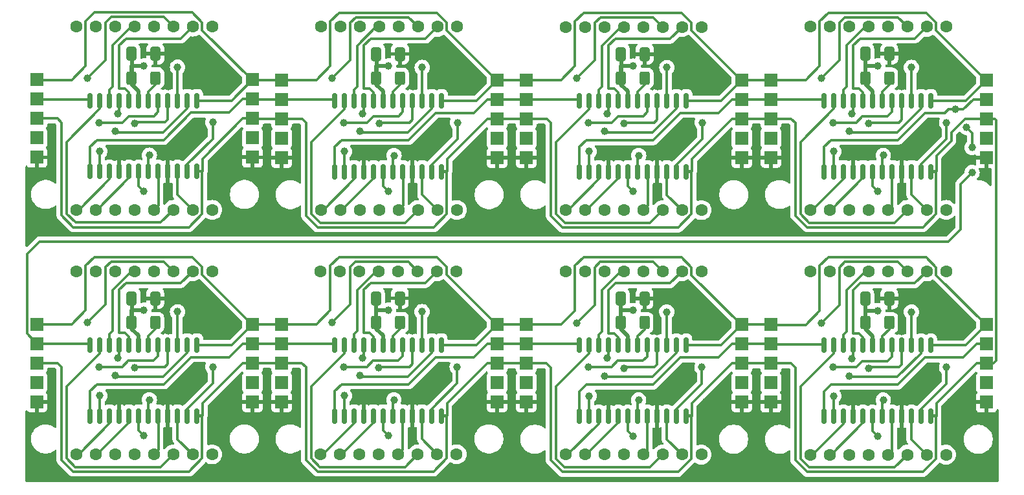
<source format=gbr>
%TF.GenerationSoftware,KiCad,Pcbnew,8.0.6*%
%TF.CreationDate,2024-11-17T13:24:27+02:00*%
%TF.ProjectId,1088as,31303838-6173-42e6-9b69-6361645f7063,rev?*%
%TF.SameCoordinates,PX4b9ebbdPY7add530*%
%TF.FileFunction,Copper,L1,Top*%
%TF.FilePolarity,Positive*%
%FSLAX46Y46*%
G04 Gerber Fmt 4.6, Leading zero omitted, Abs format (unit mm)*
G04 Created by KiCad (PCBNEW 8.0.6) date 2024-11-17 13:24:27*
%MOMM*%
%LPD*%
G01*
G04 APERTURE LIST*
G04 Aperture macros list*
%AMRoundRect*
0 Rectangle with rounded corners*
0 $1 Rounding radius*
0 $2 $3 $4 $5 $6 $7 $8 $9 X,Y pos of 4 corners*
0 Add a 4 corners polygon primitive as box body*
4,1,4,$2,$3,$4,$5,$6,$7,$8,$9,$2,$3,0*
0 Add four circle primitives for the rounded corners*
1,1,$1+$1,$2,$3*
1,1,$1+$1,$4,$5*
1,1,$1+$1,$6,$7*
1,1,$1+$1,$8,$9*
0 Add four rect primitives between the rounded corners*
20,1,$1+$1,$2,$3,$4,$5,0*
20,1,$1+$1,$4,$5,$6,$7,0*
20,1,$1+$1,$6,$7,$8,$9,0*
20,1,$1+$1,$8,$9,$2,$3,0*%
G04 Aperture macros list end*
%TA.AperFunction,SMDPad,CuDef*%
%ADD10RoundRect,0.250000X-0.400000X-0.625000X0.400000X-0.625000X0.400000X0.625000X-0.400000X0.625000X0*%
%TD*%
%TA.AperFunction,ComponentPad*%
%ADD11C,1.600000*%
%TD*%
%TA.AperFunction,SMDPad,CuDef*%
%ADD12RoundRect,0.250000X-0.412500X-0.650000X0.412500X-0.650000X0.412500X0.650000X-0.412500X0.650000X0*%
%TD*%
%TA.AperFunction,SMDPad,CuDef*%
%ADD13RoundRect,0.150000X0.150000X-0.875000X0.150000X0.875000X-0.150000X0.875000X-0.150000X-0.875000X0*%
%TD*%
%TA.AperFunction,ComponentPad*%
%ADD14R,1.700000X1.700000*%
%TD*%
%TA.AperFunction,ViaPad*%
%ADD15C,1.000000*%
%TD*%
%TA.AperFunction,Conductor*%
%ADD16C,0.500000*%
%TD*%
%TA.AperFunction,Conductor*%
%ADD17C,0.300000*%
%TD*%
G04 APERTURE END LIST*
D10*
%TO.P,R3,1*%
%TO.N,Vcc*%
X46368639Y21423894D03*
%TO.P,R3,2*%
%TO.N,Net-(U6-ISET)*%
X49468639Y21423894D03*
%TD*%
D11*
%TO.P,U9,1,R5*%
%TO.N,Net-(U10-DIG_4)*%
X103123639Y36157403D03*
%TO.P,U9,2,R7*%
%TO.N,Net-(U10-DIG_6)*%
X105663639Y36157403D03*
%TO.P,U9,3,C2*%
%TO.N,Net-(U10-SEG_A)*%
X108203639Y36157403D03*
%TO.P,U9,4,C3*%
%TO.N,Net-(U10-SEG_B)*%
X110743639Y36157403D03*
%TO.P,U9,5,R8*%
%TO.N,Net-(U10-DIG_7)*%
X113283639Y36157403D03*
%TO.P,U9,6,C5*%
%TO.N,Net-(U10-SEG_D)*%
X115823639Y36157403D03*
%TO.P,U9,7,R6*%
%TO.N,Net-(U10-DIG_5)*%
X118363639Y36157403D03*
%TO.P,U9,8,R3*%
%TO.N,Net-(U10-DIG_2)*%
X120903639Y36157403D03*
%TO.P,U9,9,R1*%
%TO.N,Net-(U10-DIG_0)*%
X120903639Y60157403D03*
%TO.P,U9,10,C4*%
%TO.N,Net-(U10-SEG_C)*%
X118363639Y60157403D03*
%TO.P,U9,11,C6*%
%TO.N,Net-(U10-SEG_E)*%
X115823639Y60157403D03*
%TO.P,U9,12,R4*%
%TO.N,Net-(U10-DIG_3)*%
X113283639Y60157403D03*
%TO.P,U9,13,C1*%
%TO.N,Net-(U10-SEG_DP)*%
X110743639Y60157403D03*
%TO.P,U9,14,R2*%
%TO.N,Net-(U10-DIG_1)*%
X108203639Y60157403D03*
%TO.P,U9,15,C7*%
%TO.N,Net-(U10-SEG_F)*%
X105663639Y60157403D03*
%TO.P,U9,16,C8*%
%TO.N,Net-(U10-SEG_G)*%
X103123639Y60157403D03*
%TD*%
D10*
%TO.P,R5,1*%
%TO.N,Vcc*%
X110381639Y53440094D03*
%TO.P,R5,2*%
%TO.N,Net-(U10-ISET)*%
X113481639Y53440094D03*
%TD*%
D12*
%TO.P,C3,1*%
%TO.N,Vcc*%
X46335373Y24583284D03*
%TO.P,C3,2*%
%TO.N,GND*%
X49460373Y24583284D03*
%TD*%
D13*
%TO.P,U2,1,DIN*%
%TO.N,/Module1/DIN*%
X104948166Y9113319D03*
%TO.P,U2,2,DIG_0*%
%TO.N,Net-(U1-R1)*%
X106218166Y9113319D03*
%TO.P,U2,3,DIG_4*%
%TO.N,Net-(U1-R5)*%
X107488166Y9113319D03*
%TO.P,U2,4,GND*%
%TO.N,GND*%
X108758166Y9113319D03*
%TO.P,U2,5,DIG_6*%
%TO.N,Net-(U1-R7)*%
X110028166Y9113319D03*
%TO.P,U2,6,DIG_2*%
%TO.N,Net-(U1-R3)*%
X111298166Y9113319D03*
%TO.P,U2,7,DIG_3*%
%TO.N,Net-(U1-R4)*%
X112568166Y9113319D03*
%TO.P,U2,8,DIG_7*%
%TO.N,Net-(U1-R8)*%
X113838166Y9113319D03*
%TO.P,U2,9,GND*%
%TO.N,GND*%
X115108166Y9113319D03*
%TO.P,U2,10,DIG_5*%
%TO.N,Net-(U1-R6)*%
X116378166Y9113319D03*
%TO.P,U2,11,DIG_1*%
%TO.N,Net-(U1-R2)*%
X117648166Y9113319D03*
%TO.P,U2,12,~{CS}*%
%TO.N,/Module1/CS*%
X118918166Y9113319D03*
%TO.P,U2,13,CLK*%
%TO.N,/Module1/CLK*%
X118918166Y18413319D03*
%TO.P,U2,14,SEG_A*%
%TO.N,Net-(U1-C2)*%
X117648166Y18413319D03*
%TO.P,U2,15,SEG_F*%
%TO.N,Net-(U1-C7)*%
X116378166Y18413319D03*
%TO.P,U2,16,SEG_B*%
%TO.N,Net-(U1-C3)*%
X115108166Y18413319D03*
%TO.P,U2,17,SEG_G*%
%TO.N,Net-(U1-C8)*%
X113838166Y18413319D03*
%TO.P,U2,18,ISET*%
%TO.N,Net-(U2-ISET)*%
X112568166Y18413319D03*
%TO.P,U2,19,V+*%
%TO.N,Vcc*%
X111298166Y18413319D03*
%TO.P,U2,20,SEG_C*%
%TO.N,Net-(U1-C4)*%
X110028166Y18413319D03*
%TO.P,U2,21,SEG_E*%
%TO.N,Net-(U1-C6)*%
X108758166Y18413319D03*
%TO.P,U2,22,SEG_DP*%
%TO.N,Net-(U1-C1)*%
X107488166Y18413319D03*
%TO.P,U2,23,SEG_D*%
%TO.N,Net-(U1-C5)*%
X106218166Y18413319D03*
%TO.P,U2,24,DOUT*%
%TO.N,/Module1/DOUT*%
X104948166Y18413319D03*
%TD*%
D11*
%TO.P,U5,1,R5*%
%TO.N,Net-(U5-R5)*%
X39110639Y4141203D03*
%TO.P,U5,2,R7*%
%TO.N,Net-(U5-R7)*%
X41650639Y4141203D03*
%TO.P,U5,3,C2*%
%TO.N,Net-(U5-C2)*%
X44190639Y4141203D03*
%TO.P,U5,4,C3*%
%TO.N,Net-(U5-C3)*%
X46730639Y4141203D03*
%TO.P,U5,5,R8*%
%TO.N,Net-(U5-R8)*%
X49270639Y4141203D03*
%TO.P,U5,6,C5*%
%TO.N,Net-(U5-C5)*%
X51810639Y4141203D03*
%TO.P,U5,7,R6*%
%TO.N,Net-(U5-R6)*%
X54350639Y4141203D03*
%TO.P,U5,8,R3*%
%TO.N,Net-(U5-R3)*%
X56890639Y4141203D03*
%TO.P,U5,9,R1*%
%TO.N,Net-(U5-R1)*%
X56890639Y28141203D03*
%TO.P,U5,10,C4*%
%TO.N,Net-(U5-C4)*%
X54350639Y28141203D03*
%TO.P,U5,11,C6*%
%TO.N,Net-(U5-C6)*%
X51810639Y28141203D03*
%TO.P,U5,12,R4*%
%TO.N,Net-(U5-R4)*%
X49270639Y28141203D03*
%TO.P,U5,13,C1*%
%TO.N,Net-(U5-C1)*%
X46730639Y28141203D03*
%TO.P,U5,14,R2*%
%TO.N,Net-(U5-R2)*%
X44190639Y28141203D03*
%TO.P,U5,15,C7*%
%TO.N,Net-(U5-C7)*%
X41650639Y28141203D03*
%TO.P,U5,16,C8*%
%TO.N,Net-(U5-C8)*%
X39110639Y28141203D03*
%TD*%
D10*
%TO.P,R1,1*%
%TO.N,Vcc*%
X110383166Y21377010D03*
%TO.P,R1,2*%
%TO.N,Net-(U2-ISET)*%
X113483166Y21377010D03*
%TD*%
D13*
%TO.P,U14,1,DIN*%
%TO.N,/Module6/DOUT*%
X40954939Y41166078D03*
%TO.P,U14,2,DIG_0*%
%TO.N,Net-(U13-R1)*%
X42224939Y41166078D03*
%TO.P,U14,3,DIG_4*%
%TO.N,Net-(U13-R5)*%
X43494939Y41166078D03*
%TO.P,U14,4,GND*%
%TO.N,GND*%
X44764939Y41166078D03*
%TO.P,U14,5,DIG_6*%
%TO.N,Net-(U13-R7)*%
X46034939Y41166078D03*
%TO.P,U14,6,DIG_2*%
%TO.N,Net-(U13-R3)*%
X47304939Y41166078D03*
%TO.P,U14,7,DIG_3*%
%TO.N,Net-(U13-R4)*%
X48574939Y41166078D03*
%TO.P,U14,8,DIG_7*%
%TO.N,Net-(U13-R8)*%
X49844939Y41166078D03*
%TO.P,U14,9,GND*%
%TO.N,GND*%
X51114939Y41166078D03*
%TO.P,U14,10,DIG_5*%
%TO.N,Net-(U13-R6)*%
X52384939Y41166078D03*
%TO.P,U14,11,DIG_1*%
%TO.N,Net-(U13-R2)*%
X53654939Y41166078D03*
%TO.P,U14,12,~{CS}*%
%TO.N,/Module1/CS*%
X54924939Y41166078D03*
%TO.P,U14,13,CLK*%
%TO.N,/Module1/CLK*%
X54924939Y50466078D03*
%TO.P,U14,14,SEG_A*%
%TO.N,Net-(U13-C2)*%
X53654939Y50466078D03*
%TO.P,U14,15,SEG_F*%
%TO.N,Net-(U13-C7)*%
X52384939Y50466078D03*
%TO.P,U14,16,SEG_B*%
%TO.N,Net-(U13-C3)*%
X51114939Y50466078D03*
%TO.P,U14,17,SEG_G*%
%TO.N,Net-(U13-C8)*%
X49844939Y50466078D03*
%TO.P,U14,18,ISET*%
%TO.N,Net-(U14-ISET)*%
X48574939Y50466078D03*
%TO.P,U14,19,V+*%
%TO.N,Vcc*%
X47304939Y50466078D03*
%TO.P,U14,20,SEG_C*%
%TO.N,Net-(U13-C4)*%
X46034939Y50466078D03*
%TO.P,U14,21,SEG_E*%
%TO.N,Net-(U13-C6)*%
X44764939Y50466078D03*
%TO.P,U14,22,SEG_DP*%
%TO.N,Net-(U13-C1)*%
X43494939Y50466078D03*
%TO.P,U14,23,SEG_D*%
%TO.N,Net-(U13-C5)*%
X42224939Y50466078D03*
%TO.P,U14,24,DOUT*%
%TO.N,/Module7/DOUT*%
X40954939Y50466078D03*
%TD*%
%TO.P,U10,1,DIN*%
%TO.N,/Module4/DOUT*%
X104946639Y41176403D03*
%TO.P,U10,2,DIG_0*%
%TO.N,Net-(U10-DIG_0)*%
X106216639Y41176403D03*
%TO.P,U10,3,DIG_4*%
%TO.N,Net-(U10-DIG_4)*%
X107486639Y41176403D03*
%TO.P,U10,4,GND*%
%TO.N,GND*%
X108756639Y41176403D03*
%TO.P,U10,5,DIG_6*%
%TO.N,Net-(U10-DIG_6)*%
X110026639Y41176403D03*
%TO.P,U10,6,DIG_2*%
%TO.N,Net-(U10-DIG_2)*%
X111296639Y41176403D03*
%TO.P,U10,7,DIG_3*%
%TO.N,Net-(U10-DIG_3)*%
X112566639Y41176403D03*
%TO.P,U10,8,DIG_7*%
%TO.N,Net-(U10-DIG_7)*%
X113836639Y41176403D03*
%TO.P,U10,9,GND*%
%TO.N,GND*%
X115106639Y41176403D03*
%TO.P,U10,10,DIG_5*%
%TO.N,Net-(U10-DIG_5)*%
X116376639Y41176403D03*
%TO.P,U10,11,DIG_1*%
%TO.N,Net-(U10-DIG_1)*%
X117646639Y41176403D03*
%TO.P,U10,12,~{CS}*%
%TO.N,/Module1/CS*%
X118916639Y41176403D03*
%TO.P,U10,13,CLK*%
%TO.N,/Module1/CLK*%
X118916639Y50476403D03*
%TO.P,U10,14,SEG_A*%
%TO.N,Net-(U10-SEG_A)*%
X117646639Y50476403D03*
%TO.P,U10,15,SEG_F*%
%TO.N,Net-(U10-SEG_F)*%
X116376639Y50476403D03*
%TO.P,U10,16,SEG_B*%
%TO.N,Net-(U10-SEG_B)*%
X115106639Y50476403D03*
%TO.P,U10,17,SEG_G*%
%TO.N,Net-(U10-SEG_G)*%
X113836639Y50476403D03*
%TO.P,U10,18,ISET*%
%TO.N,Net-(U10-ISET)*%
X112566639Y50476403D03*
%TO.P,U10,19,V+*%
%TO.N,Vcc*%
X111296639Y50476403D03*
%TO.P,U10,20,SEG_C*%
%TO.N,Net-(U10-SEG_C)*%
X110026639Y50476403D03*
%TO.P,U10,21,SEG_E*%
%TO.N,Net-(U10-SEG_E)*%
X108756639Y50476403D03*
%TO.P,U10,22,SEG_DP*%
%TO.N,Net-(U10-SEG_DP)*%
X107486639Y50476403D03*
%TO.P,U10,23,SEG_D*%
%TO.N,Net-(U10-SEG_D)*%
X106216639Y50476403D03*
%TO.P,U10,24,DOUT*%
%TO.N,/Module5/DOUT*%
X104946639Y50476403D03*
%TD*%
%TO.P,U12,1,DIN*%
%TO.N,/Module5/DOUT*%
X72958939Y41156750D03*
%TO.P,U12,2,DIG_0*%
%TO.N,Net-(U11-R1)*%
X74228939Y41156750D03*
%TO.P,U12,3,DIG_4*%
%TO.N,Net-(U11-R5)*%
X75498939Y41156750D03*
%TO.P,U12,4,GND*%
%TO.N,GND*%
X76768939Y41156750D03*
%TO.P,U12,5,DIG_6*%
%TO.N,Net-(U11-R7)*%
X78038939Y41156750D03*
%TO.P,U12,6,DIG_2*%
%TO.N,Net-(U11-R3)*%
X79308939Y41156750D03*
%TO.P,U12,7,DIG_3*%
%TO.N,Net-(U11-R4)*%
X80578939Y41156750D03*
%TO.P,U12,8,DIG_7*%
%TO.N,Net-(U11-R8)*%
X81848939Y41156750D03*
%TO.P,U12,9,GND*%
%TO.N,GND*%
X83118939Y41156750D03*
%TO.P,U12,10,DIG_5*%
%TO.N,Net-(U11-R6)*%
X84388939Y41156750D03*
%TO.P,U12,11,DIG_1*%
%TO.N,Net-(U11-R2)*%
X85658939Y41156750D03*
%TO.P,U12,12,~{CS}*%
%TO.N,/Module1/CS*%
X86928939Y41156750D03*
%TO.P,U12,13,CLK*%
%TO.N,/Module1/CLK*%
X86928939Y50456750D03*
%TO.P,U12,14,SEG_A*%
%TO.N,Net-(U11-C2)*%
X85658939Y50456750D03*
%TO.P,U12,15,SEG_F*%
%TO.N,Net-(U11-C7)*%
X84388939Y50456750D03*
%TO.P,U12,16,SEG_B*%
%TO.N,Net-(U11-C3)*%
X83118939Y50456750D03*
%TO.P,U12,17,SEG_G*%
%TO.N,Net-(U11-C8)*%
X81848939Y50456750D03*
%TO.P,U12,18,ISET*%
%TO.N,Net-(U12-ISET)*%
X80578939Y50456750D03*
%TO.P,U12,19,V+*%
%TO.N,Vcc*%
X79308939Y50456750D03*
%TO.P,U12,20,SEG_C*%
%TO.N,Net-(U11-C4)*%
X78038939Y50456750D03*
%TO.P,U12,21,SEG_E*%
%TO.N,Net-(U11-C6)*%
X76768939Y50456750D03*
%TO.P,U12,22,SEG_DP*%
%TO.N,Net-(U11-C1)*%
X75498939Y50456750D03*
%TO.P,U12,23,SEG_D*%
%TO.N,Net-(U11-C5)*%
X74228939Y50456750D03*
%TO.P,U12,24,DOUT*%
%TO.N,/Module6/DOUT*%
X72958939Y50456750D03*
%TD*%
D12*
%TO.P,C6,1*%
%TO.N,Vcc*%
X78360673Y56579831D03*
%TO.P,C6,2*%
%TO.N,GND*%
X81485673Y56579831D03*
%TD*%
%TO.P,C5,1*%
%TO.N,Vcc*%
X110348373Y56599484D03*
%TO.P,C5,2*%
%TO.N,GND*%
X113473373Y56599484D03*
%TD*%
D13*
%TO.P,U16,1,DIN*%
%TO.N,/Module7/DOUT*%
X8950939Y41185503D03*
%TO.P,U16,2,DIG_0*%
%TO.N,Net-(U15-R1)*%
X10220939Y41185503D03*
%TO.P,U16,3,DIG_4*%
%TO.N,Net-(U15-R5)*%
X11490939Y41185503D03*
%TO.P,U16,4,GND*%
%TO.N,GND*%
X12760939Y41185503D03*
%TO.P,U16,5,DIG_6*%
%TO.N,Net-(U15-R7)*%
X14030939Y41185503D03*
%TO.P,U16,6,DIG_2*%
%TO.N,Net-(U15-R3)*%
X15300939Y41185503D03*
%TO.P,U16,7,DIG_3*%
%TO.N,Net-(U15-R4)*%
X16570939Y41185503D03*
%TO.P,U16,8,DIG_7*%
%TO.N,Net-(U15-R8)*%
X17840939Y41185503D03*
%TO.P,U16,9,GND*%
%TO.N,GND*%
X19110939Y41185503D03*
%TO.P,U16,10,DIG_5*%
%TO.N,Net-(U15-R6)*%
X20380939Y41185503D03*
%TO.P,U16,11,DIG_1*%
%TO.N,Net-(U15-R2)*%
X21650939Y41185503D03*
%TO.P,U16,12,~{CS}*%
%TO.N,/Module1/CS*%
X22920939Y41185503D03*
%TO.P,U16,13,CLK*%
%TO.N,/Module1/CLK*%
X22920939Y50485503D03*
%TO.P,U16,14,SEG_A*%
%TO.N,Net-(U15-C2)*%
X21650939Y50485503D03*
%TO.P,U16,15,SEG_F*%
%TO.N,Net-(U15-C7)*%
X20380939Y50485503D03*
%TO.P,U16,16,SEG_B*%
%TO.N,Net-(U15-C3)*%
X19110939Y50485503D03*
%TO.P,U16,17,SEG_G*%
%TO.N,Net-(U15-C8)*%
X17840939Y50485503D03*
%TO.P,U16,18,ISET*%
%TO.N,Net-(U16-ISET)*%
X16570939Y50485503D03*
%TO.P,U16,19,V+*%
%TO.N,Vcc*%
X15300939Y50485503D03*
%TO.P,U16,20,SEG_C*%
%TO.N,Net-(U15-C4)*%
X14030939Y50485503D03*
%TO.P,U16,21,SEG_E*%
%TO.N,Net-(U15-C6)*%
X12760939Y50485503D03*
%TO.P,U16,22,SEG_DP*%
%TO.N,Net-(U15-C1)*%
X11490939Y50485503D03*
%TO.P,U16,23,SEG_D*%
%TO.N,Net-(U15-C5)*%
X10220939Y50485503D03*
%TO.P,U16,24,DOUT*%
%TO.N,/Module8/DOUT*%
X8950939Y50485503D03*
%TD*%
D10*
%TO.P,R6,1*%
%TO.N,Vcc*%
X78393939Y53420441D03*
%TO.P,R6,2*%
%TO.N,Net-(U12-ISET)*%
X81493939Y53420441D03*
%TD*%
%TO.P,R2,1*%
%TO.N,Vcc*%
X78375353Y21386831D03*
%TO.P,R2,2*%
%TO.N,Net-(U4-ISET)*%
X81475353Y21386831D03*
%TD*%
%TO.P,R8,1*%
%TO.N,Vcc*%
X14385939Y53449194D03*
%TO.P,R8,2*%
%TO.N,Net-(U16-ISET)*%
X17485939Y53449194D03*
%TD*%
D11*
%TO.P,U7,1,R5*%
%TO.N,Net-(U7-R5)*%
X7120989Y4137103D03*
%TO.P,U7,2,R7*%
%TO.N,Net-(U7-R7)*%
X9660989Y4137103D03*
%TO.P,U7,3,C2*%
%TO.N,Net-(U7-C2)*%
X12200989Y4137103D03*
%TO.P,U7,4,C3*%
%TO.N,Net-(U7-C3)*%
X14740989Y4137103D03*
%TO.P,U7,5,R8*%
%TO.N,Net-(U7-R8)*%
X17280989Y4137103D03*
%TO.P,U7,6,C5*%
%TO.N,Net-(U7-C5)*%
X19820989Y4137103D03*
%TO.P,U7,7,R6*%
%TO.N,Net-(U7-R6)*%
X22360989Y4137103D03*
%TO.P,U7,8,R3*%
%TO.N,Net-(U7-R3)*%
X24900989Y4137103D03*
%TO.P,U7,9,R1*%
%TO.N,Net-(U7-R1)*%
X24900989Y28137103D03*
%TO.P,U7,10,C4*%
%TO.N,Net-(U7-C4)*%
X22360989Y28137103D03*
%TO.P,U7,11,C6*%
%TO.N,Net-(U7-C6)*%
X19820989Y28137103D03*
%TO.P,U7,12,R4*%
%TO.N,Net-(U7-R4)*%
X17280989Y28137103D03*
%TO.P,U7,13,C1*%
%TO.N,Net-(U7-C1)*%
X14740989Y28137103D03*
%TO.P,U7,14,R2*%
%TO.N,Net-(U7-R2)*%
X12200989Y28137103D03*
%TO.P,U7,15,C7*%
%TO.N,Net-(U7-C7)*%
X9660989Y28137103D03*
%TO.P,U7,16,C8*%
%TO.N,Net-(U7-C8)*%
X7120989Y28137103D03*
%TD*%
D12*
%TO.P,C8,1*%
%TO.N,Vcc*%
X14352673Y56608584D03*
%TO.P,C8,2*%
%TO.N,GND*%
X17477673Y56608584D03*
%TD*%
D10*
%TO.P,R7,1*%
%TO.N,Vcc*%
X46389939Y53429769D03*
%TO.P,R7,2*%
%TO.N,Net-(U14-ISET)*%
X49489939Y53429769D03*
%TD*%
D11*
%TO.P,U15,1,R5*%
%TO.N,Net-(U15-R5)*%
X7127939Y36166503D03*
%TO.P,U15,2,R7*%
%TO.N,Net-(U15-R7)*%
X9667939Y36166503D03*
%TO.P,U15,3,C2*%
%TO.N,Net-(U15-C2)*%
X12207939Y36166503D03*
%TO.P,U15,4,C3*%
%TO.N,Net-(U15-C3)*%
X14747939Y36166503D03*
%TO.P,U15,5,R8*%
%TO.N,Net-(U15-R8)*%
X17287939Y36166503D03*
%TO.P,U15,6,C5*%
%TO.N,Net-(U15-C5)*%
X19827939Y36166503D03*
%TO.P,U15,7,R6*%
%TO.N,Net-(U15-R6)*%
X22367939Y36166503D03*
%TO.P,U15,8,R3*%
%TO.N,Net-(U15-R3)*%
X24907939Y36166503D03*
%TO.P,U15,9,R1*%
%TO.N,Net-(U15-R1)*%
X24907939Y60166503D03*
%TO.P,U15,10,C4*%
%TO.N,Net-(U15-C4)*%
X22367939Y60166503D03*
%TO.P,U15,11,C6*%
%TO.N,Net-(U15-C6)*%
X19827939Y60166503D03*
%TO.P,U15,12,R4*%
%TO.N,Net-(U15-R4)*%
X17287939Y60166503D03*
%TO.P,U15,13,C1*%
%TO.N,Net-(U15-C1)*%
X14747939Y60166503D03*
%TO.P,U15,14,R2*%
%TO.N,Net-(U15-R2)*%
X12207939Y60166503D03*
%TO.P,U15,15,C7*%
%TO.N,Net-(U15-C7)*%
X9667939Y60166503D03*
%TO.P,U15,16,C8*%
%TO.N,Net-(U15-C8)*%
X7127939Y60166503D03*
%TD*%
%TO.P,U3,1,R5*%
%TO.N,Net-(U3-R5)*%
X71117353Y4104140D03*
%TO.P,U3,2,R7*%
%TO.N,Net-(U3-R7)*%
X73657353Y4104140D03*
%TO.P,U3,3,C2*%
%TO.N,Net-(U3-C2)*%
X76197353Y4104140D03*
%TO.P,U3,4,C3*%
%TO.N,Net-(U3-C3)*%
X78737353Y4104140D03*
%TO.P,U3,5,R8*%
%TO.N,Net-(U3-R8)*%
X81277353Y4104140D03*
%TO.P,U3,6,C5*%
%TO.N,Net-(U3-C5)*%
X83817353Y4104140D03*
%TO.P,U3,7,R6*%
%TO.N,Net-(U3-R6)*%
X86357353Y4104140D03*
%TO.P,U3,8,R3*%
%TO.N,Net-(U3-R3)*%
X88897353Y4104140D03*
%TO.P,U3,9,R1*%
%TO.N,Net-(U3-R1)*%
X88897353Y28104140D03*
%TO.P,U3,10,C4*%
%TO.N,Net-(U3-C4)*%
X86357353Y28104140D03*
%TO.P,U3,11,C6*%
%TO.N,Net-(U3-C6)*%
X83817353Y28104140D03*
%TO.P,U3,12,R4*%
%TO.N,Net-(U3-R4)*%
X81277353Y28104140D03*
%TO.P,U3,13,C1*%
%TO.N,Net-(U3-C1)*%
X78737353Y28104140D03*
%TO.P,U3,14,R2*%
%TO.N,Net-(U3-R2)*%
X76197353Y28104140D03*
%TO.P,U3,15,C7*%
%TO.N,Net-(U3-C7)*%
X73657353Y28104140D03*
%TO.P,U3,16,C8*%
%TO.N,Net-(U3-C8)*%
X71117353Y28104140D03*
%TD*%
D13*
%TO.P,U6,1,DIN*%
%TO.N,/Module2/DOUT*%
X40933639Y9160203D03*
%TO.P,U6,2,DIG_0*%
%TO.N,Net-(U5-R1)*%
X42203639Y9160203D03*
%TO.P,U6,3,DIG_4*%
%TO.N,Net-(U5-R5)*%
X43473639Y9160203D03*
%TO.P,U6,4,GND*%
%TO.N,GND*%
X44743639Y9160203D03*
%TO.P,U6,5,DIG_6*%
%TO.N,Net-(U5-R7)*%
X46013639Y9160203D03*
%TO.P,U6,6,DIG_2*%
%TO.N,Net-(U5-R3)*%
X47283639Y9160203D03*
%TO.P,U6,7,DIG_3*%
%TO.N,Net-(U5-R4)*%
X48553639Y9160203D03*
%TO.P,U6,8,DIG_7*%
%TO.N,Net-(U5-R8)*%
X49823639Y9160203D03*
%TO.P,U6,9,GND*%
%TO.N,GND*%
X51093639Y9160203D03*
%TO.P,U6,10,DIG_5*%
%TO.N,Net-(U5-R6)*%
X52363639Y9160203D03*
%TO.P,U6,11,DIG_1*%
%TO.N,Net-(U5-R2)*%
X53633639Y9160203D03*
%TO.P,U6,12,~{CS}*%
%TO.N,/Module1/CS*%
X54903639Y9160203D03*
%TO.P,U6,13,CLK*%
%TO.N,/Module1/CLK*%
X54903639Y18460203D03*
%TO.P,U6,14,SEG_A*%
%TO.N,Net-(U5-C2)*%
X53633639Y18460203D03*
%TO.P,U6,15,SEG_F*%
%TO.N,Net-(U5-C7)*%
X52363639Y18460203D03*
%TO.P,U6,16,SEG_B*%
%TO.N,Net-(U5-C3)*%
X51093639Y18460203D03*
%TO.P,U6,17,SEG_G*%
%TO.N,Net-(U5-C8)*%
X49823639Y18460203D03*
%TO.P,U6,18,ISET*%
%TO.N,Net-(U6-ISET)*%
X48553639Y18460203D03*
%TO.P,U6,19,V+*%
%TO.N,Vcc*%
X47283639Y18460203D03*
%TO.P,U6,20,SEG_C*%
%TO.N,Net-(U5-C4)*%
X46013639Y18460203D03*
%TO.P,U6,21,SEG_E*%
%TO.N,Net-(U5-C6)*%
X44743639Y18460203D03*
%TO.P,U6,22,SEG_DP*%
%TO.N,Net-(U5-C1)*%
X43473639Y18460203D03*
%TO.P,U6,23,SEG_D*%
%TO.N,Net-(U5-C5)*%
X42203639Y18460203D03*
%TO.P,U6,24,DOUT*%
%TO.N,/Module3/DOUT*%
X40933639Y18460203D03*
%TD*%
D12*
%TO.P,C1,1*%
%TO.N,Vcc*%
X110349900Y24536400D03*
%TO.P,C1,2*%
%TO.N,GND*%
X113474900Y24536400D03*
%TD*%
D13*
%TO.P,U4,1,DIN*%
%TO.N,/Module1/DOUT*%
X72940353Y9123140D03*
%TO.P,U4,2,DIG_0*%
%TO.N,Net-(U3-R1)*%
X74210353Y9123140D03*
%TO.P,U4,3,DIG_4*%
%TO.N,Net-(U3-R5)*%
X75480353Y9123140D03*
%TO.P,U4,4,GND*%
%TO.N,GND*%
X76750353Y9123140D03*
%TO.P,U4,5,DIG_6*%
%TO.N,Net-(U3-R7)*%
X78020353Y9123140D03*
%TO.P,U4,6,DIG_2*%
%TO.N,Net-(U3-R3)*%
X79290353Y9123140D03*
%TO.P,U4,7,DIG_3*%
%TO.N,Net-(U3-R4)*%
X80560353Y9123140D03*
%TO.P,U4,8,DIG_7*%
%TO.N,Net-(U3-R8)*%
X81830353Y9123140D03*
%TO.P,U4,9,GND*%
%TO.N,GND*%
X83100353Y9123140D03*
%TO.P,U4,10,DIG_5*%
%TO.N,Net-(U3-R6)*%
X84370353Y9123140D03*
%TO.P,U4,11,DIG_1*%
%TO.N,Net-(U3-R2)*%
X85640353Y9123140D03*
%TO.P,U4,12,~{CS}*%
%TO.N,/Module1/CS*%
X86910353Y9123140D03*
%TO.P,U4,13,CLK*%
%TO.N,/Module1/CLK*%
X86910353Y18423140D03*
%TO.P,U4,14,SEG_A*%
%TO.N,Net-(U3-C2)*%
X85640353Y18423140D03*
%TO.P,U4,15,SEG_F*%
%TO.N,Net-(U3-C7)*%
X84370353Y18423140D03*
%TO.P,U4,16,SEG_B*%
%TO.N,Net-(U3-C3)*%
X83100353Y18423140D03*
%TO.P,U4,17,SEG_G*%
%TO.N,Net-(U3-C8)*%
X81830353Y18423140D03*
%TO.P,U4,18,ISET*%
%TO.N,Net-(U4-ISET)*%
X80560353Y18423140D03*
%TO.P,U4,19,V+*%
%TO.N,Vcc*%
X79290353Y18423140D03*
%TO.P,U4,20,SEG_C*%
%TO.N,Net-(U3-C4)*%
X78020353Y18423140D03*
%TO.P,U4,21,SEG_E*%
%TO.N,Net-(U3-C6)*%
X76750353Y18423140D03*
%TO.P,U4,22,SEG_DP*%
%TO.N,Net-(U3-C1)*%
X75480353Y18423140D03*
%TO.P,U4,23,SEG_D*%
%TO.N,Net-(U3-C5)*%
X74210353Y18423140D03*
%TO.P,U4,24,DOUT*%
%TO.N,/Module2/DOUT*%
X72940353Y18423140D03*
%TD*%
D12*
%TO.P,C7,1*%
%TO.N,Vcc*%
X46356673Y56589159D03*
%TO.P,C7,2*%
%TO.N,GND*%
X49481673Y56589159D03*
%TD*%
D11*
%TO.P,U1,1,R5*%
%TO.N,Net-(U1-R5)*%
X103125166Y4094319D03*
%TO.P,U1,2,R7*%
%TO.N,Net-(U1-R7)*%
X105665166Y4094319D03*
%TO.P,U1,3,C2*%
%TO.N,Net-(U1-C2)*%
X108205166Y4094319D03*
%TO.P,U1,4,C3*%
%TO.N,Net-(U1-C3)*%
X110745166Y4094319D03*
%TO.P,U1,5,R8*%
%TO.N,Net-(U1-R8)*%
X113285166Y4094319D03*
%TO.P,U1,6,C5*%
%TO.N,Net-(U1-C5)*%
X115825166Y4094319D03*
%TO.P,U1,7,R6*%
%TO.N,Net-(U1-R6)*%
X118365166Y4094319D03*
%TO.P,U1,8,R3*%
%TO.N,Net-(U1-R3)*%
X120905166Y4094319D03*
%TO.P,U1,9,R1*%
%TO.N,Net-(U1-R1)*%
X120905166Y28094319D03*
%TO.P,U1,10,C4*%
%TO.N,Net-(U1-C4)*%
X118365166Y28094319D03*
%TO.P,U1,11,C6*%
%TO.N,Net-(U1-C6)*%
X115825166Y28094319D03*
%TO.P,U1,12,R4*%
%TO.N,Net-(U1-R4)*%
X113285166Y28094319D03*
%TO.P,U1,13,C1*%
%TO.N,Net-(U1-C1)*%
X110745166Y28094319D03*
%TO.P,U1,14,R2*%
%TO.N,Net-(U1-R2)*%
X108205166Y28094319D03*
%TO.P,U1,15,C7*%
%TO.N,Net-(U1-C7)*%
X105665166Y28094319D03*
%TO.P,U1,16,C8*%
%TO.N,Net-(U1-C8)*%
X103125166Y28094319D03*
%TD*%
D13*
%TO.P,U8,1,DIN*%
%TO.N,/Module3/DOUT*%
X8943989Y9156103D03*
%TO.P,U8,2,DIG_0*%
%TO.N,Net-(U7-R1)*%
X10213989Y9156103D03*
%TO.P,U8,3,DIG_4*%
%TO.N,Net-(U7-R5)*%
X11483989Y9156103D03*
%TO.P,U8,4,GND*%
%TO.N,GND*%
X12753989Y9156103D03*
%TO.P,U8,5,DIG_6*%
%TO.N,Net-(U7-R7)*%
X14023989Y9156103D03*
%TO.P,U8,6,DIG_2*%
%TO.N,Net-(U7-R3)*%
X15293989Y9156103D03*
%TO.P,U8,7,DIG_3*%
%TO.N,Net-(U7-R4)*%
X16563989Y9156103D03*
%TO.P,U8,8,DIG_7*%
%TO.N,Net-(U7-R8)*%
X17833989Y9156103D03*
%TO.P,U8,9,GND*%
%TO.N,GND*%
X19103989Y9156103D03*
%TO.P,U8,10,DIG_5*%
%TO.N,Net-(U7-R6)*%
X20373989Y9156103D03*
%TO.P,U8,11,DIG_1*%
%TO.N,Net-(U7-R2)*%
X21643989Y9156103D03*
%TO.P,U8,12,~{CS}*%
%TO.N,/Module1/CS*%
X22913989Y9156103D03*
%TO.P,U8,13,CLK*%
%TO.N,/Module1/CLK*%
X22913989Y18456103D03*
%TO.P,U8,14,SEG_A*%
%TO.N,Net-(U7-C2)*%
X21643989Y18456103D03*
%TO.P,U8,15,SEG_F*%
%TO.N,Net-(U7-C7)*%
X20373989Y18456103D03*
%TO.P,U8,16,SEG_B*%
%TO.N,Net-(U7-C3)*%
X19103989Y18456103D03*
%TO.P,U8,17,SEG_G*%
%TO.N,Net-(U7-C8)*%
X17833989Y18456103D03*
%TO.P,U8,18,ISET*%
%TO.N,Net-(U8-ISET)*%
X16563989Y18456103D03*
%TO.P,U8,19,V+*%
%TO.N,Vcc*%
X15293989Y18456103D03*
%TO.P,U8,20,SEG_C*%
%TO.N,Net-(U7-C4)*%
X14023989Y18456103D03*
%TO.P,U8,21,SEG_E*%
%TO.N,Net-(U7-C6)*%
X12753989Y18456103D03*
%TO.P,U8,22,SEG_DP*%
%TO.N,Net-(U7-C1)*%
X11483989Y18456103D03*
%TO.P,U8,23,SEG_D*%
%TO.N,Net-(U7-C5)*%
X10213989Y18456103D03*
%TO.P,U8,24,DOUT*%
%TO.N,/Module4/DOUT*%
X8943989Y18456103D03*
%TD*%
D11*
%TO.P,U11,1,R5*%
%TO.N,Net-(U11-R5)*%
X71135939Y36137750D03*
%TO.P,U11,2,R7*%
%TO.N,Net-(U11-R7)*%
X73675939Y36137750D03*
%TO.P,U11,3,C2*%
%TO.N,Net-(U11-C2)*%
X76215939Y36137750D03*
%TO.P,U11,4,C3*%
%TO.N,Net-(U11-C3)*%
X78755939Y36137750D03*
%TO.P,U11,5,R8*%
%TO.N,Net-(U11-R8)*%
X81295939Y36137750D03*
%TO.P,U11,6,C5*%
%TO.N,Net-(U11-C5)*%
X83835939Y36137750D03*
%TO.P,U11,7,R6*%
%TO.N,Net-(U11-R6)*%
X86375939Y36137750D03*
%TO.P,U11,8,R3*%
%TO.N,Net-(U11-R3)*%
X88915939Y36137750D03*
%TO.P,U11,9,R1*%
%TO.N,Net-(U11-R1)*%
X88915939Y60137750D03*
%TO.P,U11,10,C4*%
%TO.N,Net-(U11-C4)*%
X86375939Y60137750D03*
%TO.P,U11,11,C6*%
%TO.N,Net-(U11-C6)*%
X83835939Y60137750D03*
%TO.P,U11,12,R4*%
%TO.N,Net-(U11-R4)*%
X81295939Y60137750D03*
%TO.P,U11,13,C1*%
%TO.N,Net-(U11-C1)*%
X78755939Y60137750D03*
%TO.P,U11,14,R2*%
%TO.N,Net-(U11-R2)*%
X76215939Y60137750D03*
%TO.P,U11,15,C7*%
%TO.N,Net-(U11-C7)*%
X73675939Y60137750D03*
%TO.P,U11,16,C8*%
%TO.N,Net-(U11-C8)*%
X71135939Y60137750D03*
%TD*%
D12*
%TO.P,C2,1*%
%TO.N,Vcc*%
X78342087Y24546221D03*
%TO.P,C2,2*%
%TO.N,GND*%
X81467087Y24546221D03*
%TD*%
%TO.P,C4,1*%
%TO.N,Vcc*%
X14345723Y24579184D03*
%TO.P,C4,2*%
%TO.N,GND*%
X17470723Y24579184D03*
%TD*%
D11*
%TO.P,U13,1,R5*%
%TO.N,Net-(U13-R5)*%
X39131939Y36147078D03*
%TO.P,U13,2,R7*%
%TO.N,Net-(U13-R7)*%
X41671939Y36147078D03*
%TO.P,U13,3,C2*%
%TO.N,Net-(U13-C2)*%
X44211939Y36147078D03*
%TO.P,U13,4,C3*%
%TO.N,Net-(U13-C3)*%
X46751939Y36147078D03*
%TO.P,U13,5,R8*%
%TO.N,Net-(U13-R8)*%
X49291939Y36147078D03*
%TO.P,U13,6,C5*%
%TO.N,Net-(U13-C5)*%
X51831939Y36147078D03*
%TO.P,U13,7,R6*%
%TO.N,Net-(U13-R6)*%
X54371939Y36147078D03*
%TO.P,U13,8,R3*%
%TO.N,Net-(U13-R3)*%
X56911939Y36147078D03*
%TO.P,U13,9,R1*%
%TO.N,Net-(U13-R1)*%
X56911939Y60147078D03*
%TO.P,U13,10,C4*%
%TO.N,Net-(U13-C4)*%
X54371939Y60147078D03*
%TO.P,U13,11,C6*%
%TO.N,Net-(U13-C6)*%
X51831939Y60147078D03*
%TO.P,U13,12,R4*%
%TO.N,Net-(U13-R4)*%
X49291939Y60147078D03*
%TO.P,U13,13,C1*%
%TO.N,Net-(U13-C1)*%
X46751939Y60147078D03*
%TO.P,U13,14,R2*%
%TO.N,Net-(U13-R2)*%
X44211939Y60147078D03*
%TO.P,U13,15,C7*%
%TO.N,Net-(U13-C7)*%
X41671939Y60147078D03*
%TO.P,U13,16,C8*%
%TO.N,Net-(U13-C8)*%
X39131939Y60147078D03*
%TD*%
D10*
%TO.P,R4,1*%
%TO.N,Vcc*%
X14378989Y21419794D03*
%TO.P,R4,2*%
%TO.N,Net-(U8-ISET)*%
X17478989Y21419794D03*
%TD*%
D14*
%TO.P,J21,1,Pin_1*%
%TO.N,Vcc*%
X33978673Y13559684D03*
%TD*%
%TO.P,J19,1,Pin_1*%
%TO.N,/Module1/CLK*%
X94179387Y21142621D03*
%TD*%
%TO.P,J76,1,Pin_1*%
%TO.N,GND*%
X1995973Y43044984D03*
%TD*%
%TO.P,J53,1,Pin_1*%
%TO.N,/Module6/DOUT*%
X66003973Y50636230D03*
%TD*%
%TO.P,J16,1,Pin_1*%
%TO.N,GND*%
X65985387Y10982621D03*
%TD*%
%TO.P,J13,1,Pin_1*%
%TO.N,/Module2/DOUT*%
X65985387Y18602620D03*
%TD*%
%TO.P,J2,1,Pin_1*%
%TO.N,Vcc*%
X126187200Y13512800D03*
%TD*%
%TO.P,J52,1,Pin_1*%
%TO.N,Vcc*%
X94197973Y45556232D03*
%TD*%
%TO.P,J17,1,Pin_1*%
%TO.N,/Module1/CLK*%
X65985387Y21142620D03*
%TD*%
%TO.P,J68,1,Pin_1*%
%TO.N,GND*%
X62193973Y43025560D03*
%TD*%
%TO.P,J77,1,Pin_1*%
%TO.N,/Module1/CLK*%
X1995973Y53204983D03*
%TD*%
%TO.P,J41,1,Pin_1*%
%TO.N,Vcc*%
X97991673Y45575884D03*
%TD*%
%TO.P,J73,1,Pin_1*%
%TO.N,/Module8/DOUT*%
X1995973Y50664983D03*
%TD*%
%TO.P,J65,1,Pin_1*%
%TO.N,/Module1/CS*%
X62193973Y48105559D03*
%TD*%
%TO.P,J14,1,Pin_1*%
%TO.N,/Module1/CS*%
X65985387Y16062620D03*
%TD*%
%TO.P,J24,1,Pin_1*%
%TO.N,/Module1/CS*%
X33978673Y16099683D03*
%TD*%
%TO.P,J20,1,Pin_1*%
%TO.N,/Module1/DOUT*%
X94179387Y18602621D03*
%TD*%
%TO.P,J45,1,Pin_1*%
%TO.N,/Module1/CS*%
X126185673Y48115884D03*
%TD*%
%TO.P,J67,1,Pin_1*%
%TO.N,/Module1/CLK*%
X33999973Y53185558D03*
%TD*%
%TO.P,J23,1,Pin_1*%
%TO.N,/Module3/DOUT*%
X33978673Y18639683D03*
%TD*%
%TO.P,J25,1,Pin_1*%
%TO.N,/Module1/CS*%
X62172673Y16099684D03*
%TD*%
%TO.P,J48,1,Pin_1*%
%TO.N,GND*%
X126185673Y43035885D03*
%TD*%
%TO.P,J22,1,Pin_1*%
%TO.N,Vcc*%
X62172673Y13559685D03*
%TD*%
%TO.P,J7,1,Pin_1*%
%TO.N,/Module1/CLK*%
X97993200Y21132800D03*
%TD*%
%TO.P,J66,1,Pin_1*%
%TO.N,GND*%
X33999973Y43025559D03*
%TD*%
%TO.P,J30,1,Pin_1*%
%TO.N,/Module2/DOUT*%
X62172673Y18639684D03*
%TD*%
%TO.P,J31,1,Pin_1*%
%TO.N,Vcc*%
X1989023Y13555584D03*
%TD*%
%TO.P,J46,1,Pin_1*%
%TO.N,GND*%
X97991673Y43035884D03*
%TD*%
%TO.P,J34,1,Pin_1*%
%TO.N,/Module1/CS*%
X1989023Y16095583D03*
%TD*%
%TO.P,J47,1,Pin_1*%
%TO.N,/Module1/CLK*%
X97991673Y53195883D03*
%TD*%
%TO.P,J79,1,Pin_1*%
%TO.N,/Module1/CLK*%
X30189973Y53204984D03*
%TD*%
%TO.P,J40,1,Pin_1*%
%TO.N,/Module3/DOUT*%
X30183023Y18635584D03*
%TD*%
%TO.P,J64,1,Pin_1*%
%TO.N,/Module1/CS*%
X33999973Y48105558D03*
%TD*%
%TO.P,J43,1,Pin_1*%
%TO.N,/Module5/DOUT*%
X97991673Y50655883D03*
%TD*%
%TO.P,J69,1,Pin_1*%
%TO.N,/Module1/CLK*%
X62193973Y53185559D03*
%TD*%
%TO.P,J6,1,Pin_1*%
%TO.N,GND*%
X97993200Y10972800D03*
%TD*%
%TO.P,J35,1,Pin_1*%
%TO.N,/Module1/CS*%
X30183023Y16095584D03*
%TD*%
%TO.P,J44,1,Pin_1*%
%TO.N,/Module1/CS*%
X97991673Y48115883D03*
%TD*%
%TO.P,J58,1,Pin_1*%
%TO.N,GND*%
X94197973Y43016232D03*
%TD*%
%TO.P,J32,1,Pin_1*%
%TO.N,Vcc*%
X30183023Y13555585D03*
%TD*%
%TO.P,J61,1,Pin_1*%
%TO.N,Vcc*%
X33999973Y45565559D03*
%TD*%
%TO.P,J3,1,Pin_1*%
%TO.N,/Module1/DOUT*%
X97993200Y18592800D03*
%TD*%
%TO.P,J75,1,Pin_1*%
%TO.N,/Module1/CS*%
X30189973Y48124984D03*
%TD*%
%TO.P,J63,1,Pin_1*%
%TO.N,/Module7/DOUT*%
X33999973Y50645558D03*
%TD*%
%TO.P,J39,1,Pin_1*%
%TO.N,/Module1/CLK*%
X30183023Y21175584D03*
%TD*%
%TO.P,J49,1,Pin_1*%
%TO.N,/Module1/CLK*%
X126185673Y53195884D03*
%TD*%
%TO.P,J38,1,Pin_1*%
%TO.N,GND*%
X30183023Y11015585D03*
%TD*%
%TO.P,J54,1,Pin_1*%
%TO.N,/Module1/CS*%
X66003973Y48096230D03*
%TD*%
%TO.P,J15,1,Pin_1*%
%TO.N,/Module1/CS*%
X94179387Y16062621D03*
%TD*%
%TO.P,J29,1,Pin_1*%
%TO.N,/Module1/CLK*%
X62172673Y21179684D03*
%TD*%
%TO.P,J42,1,Pin_1*%
%TO.N,Vcc*%
X126185673Y45575885D03*
%TD*%
%TO.P,J55,1,Pin_1*%
%TO.N,/Module1/CS*%
X94197973Y48096231D03*
%TD*%
%TO.P,J33,1,Pin_1*%
%TO.N,/Module4/DOUT*%
X1989023Y18635583D03*
%TD*%
%TO.P,J59,1,Pin_1*%
%TO.N,/Module1/CLK*%
X94197973Y53176231D03*
%TD*%
%TO.P,J28,1,Pin_1*%
%TO.N,GND*%
X62172673Y11019685D03*
%TD*%
%TO.P,J12,1,Pin_1*%
%TO.N,Vcc*%
X94179387Y13522622D03*
%TD*%
%TO.P,J56,1,Pin_1*%
%TO.N,GND*%
X66003973Y43016231D03*
%TD*%
%TO.P,J78,1,Pin_1*%
%TO.N,GND*%
X30189973Y43044985D03*
%TD*%
%TO.P,J70,1,Pin_1*%
%TO.N,/Module6/DOUT*%
X62193973Y50645559D03*
%TD*%
%TO.P,J72,1,Pin_1*%
%TO.N,Vcc*%
X30189973Y45584985D03*
%TD*%
%TO.P,J62,1,Pin_1*%
%TO.N,Vcc*%
X62193973Y45565560D03*
%TD*%
%TO.P,J36,1,Pin_1*%
%TO.N,GND*%
X1989023Y11015584D03*
%TD*%
%TO.P,J10,1,Pin_1*%
%TO.N,/Module1/DIN*%
X126187200Y18592800D03*
%TD*%
%TO.P,J50,1,Pin_1*%
%TO.N,/Module4/DOUT*%
X126185673Y50655884D03*
%TD*%
%TO.P,J1,1,Pin_1*%
%TO.N,Vcc*%
X97993200Y13512800D03*
%TD*%
%TO.P,J9,1,Pin_1*%
%TO.N,/Module1/CLK*%
X126187200Y21132800D03*
%TD*%
%TO.P,J11,1,Pin_1*%
%TO.N,Vcc*%
X65985387Y13522621D03*
%TD*%
%TO.P,J51,1,Pin_1*%
%TO.N,Vcc*%
X66003973Y45556231D03*
%TD*%
%TO.P,J37,1,Pin_1*%
%TO.N,/Module1/CLK*%
X1989023Y21175583D03*
%TD*%
%TO.P,J8,1,Pin_1*%
%TO.N,GND*%
X126187200Y10972800D03*
%TD*%
%TO.P,J18,1,Pin_1*%
%TO.N,GND*%
X94179387Y10982622D03*
%TD*%
%TO.P,J80,1,Pin_1*%
%TO.N,/Module7/DOUT*%
X30189973Y50664984D03*
%TD*%
%TO.P,J27,1,Pin_1*%
%TO.N,/Module1/CLK*%
X33978673Y21179683D03*
%TD*%
%TO.P,J74,1,Pin_1*%
%TO.N,/Module1/CS*%
X1995973Y48124983D03*
%TD*%
%TO.P,J26,1,Pin_1*%
%TO.N,GND*%
X33978673Y11019684D03*
%TD*%
%TO.P,J60,1,Pin_1*%
%TO.N,/Module5/DOUT*%
X94197973Y50636231D03*
%TD*%
%TO.P,J57,1,Pin_1*%
%TO.N,/Module1/CLK*%
X66003973Y53176230D03*
%TD*%
%TO.P,J71,1,Pin_1*%
%TO.N,Vcc*%
X1995973Y45584984D03*
%TD*%
%TO.P,J5,1,Pin_1*%
%TO.N,/Module1/CS*%
X126187200Y16052800D03*
%TD*%
%TO.P,J4,1,Pin_1*%
%TO.N,/Module1/CS*%
X97993200Y16052800D03*
%TD*%
D15*
%TO.N,GND*%
X89498973Y43016231D03*
X19891939Y57102553D03*
X83638387Y11871621D03*
X57473673Y11019684D03*
X51123673Y20290684D03*
X51895939Y57083128D03*
X57494973Y43025559D03*
X115138200Y20243800D03*
X83899939Y57073800D03*
X83656973Y43905231D03*
X115887639Y57093453D03*
X89480387Y10982621D03*
X51874639Y25077253D03*
X83130387Y20253621D03*
X51144973Y52296559D03*
X83881353Y25040190D03*
X19140973Y52315984D03*
X83148973Y52287231D03*
X115644673Y43924884D03*
X25490973Y43044984D03*
X25484023Y11015584D03*
X121486673Y43035884D03*
X19642023Y11904584D03*
X115889166Y25030369D03*
X115136673Y52306884D03*
X115646200Y11861800D03*
X51652973Y43914559D03*
X121488200Y10972800D03*
X19134023Y20286584D03*
X51631673Y11908684D03*
X19884989Y25073153D03*
X19648973Y43933984D03*
%TO.N,Vcc*%
X15965973Y55039194D03*
X47969973Y55019769D03*
X79973973Y55010441D03*
X47948673Y23013894D03*
X15959023Y23009794D03*
X111961673Y55030094D03*
X79955387Y22976831D03*
X111963200Y22967010D03*
%TO.N,/Module4/DOUT*%
X124307600Y41046400D03*
X122128673Y49326403D03*
X123596400Y46939200D03*
X124307600Y44325884D03*
%TO.N,Net-(U1-C8)*%
X106091166Y15541319D03*
%TO.N,Net-(U1-R4)*%
X112695166Y11243319D03*
%TO.N,Net-(U1-C6)*%
X108570788Y16705319D03*
X104586166Y21347369D03*
%TO.N,Net-(U1-C7)*%
X116378166Y22774010D03*
%TO.N,Net-(U1-R2)*%
X120980200Y15544800D03*
%TO.N,Net-(U1-C3)*%
X110745166Y15421319D03*
%TO.N,Net-(U1-R1)*%
X106218166Y11764834D03*
%TO.N,Net-(U1-R3)*%
X111963200Y6527800D03*
%TO.N,Net-(U1-C2)*%
X108210619Y14405319D03*
%TO.N,Net-(U3-C3)*%
X78737353Y15431140D03*
%TO.N,Net-(U3-R4)*%
X80687353Y11253140D03*
%TO.N,Net-(U3-R3)*%
X79955387Y6537621D03*
%TO.N,Net-(U3-R2)*%
X88972387Y15554621D03*
%TO.N,Net-(U3-C8)*%
X74083353Y15551140D03*
%TO.N,Net-(U3-R1)*%
X74210353Y11774655D03*
%TO.N,Net-(U3-C6)*%
X72578353Y21357190D03*
X76562975Y16715140D03*
%TO.N,Net-(U3-C7)*%
X84370353Y22783831D03*
%TO.N,Net-(U3-C2)*%
X76202806Y14415140D03*
%TO.N,Net-(U5-R3)*%
X47948673Y6574684D03*
%TO.N,Net-(U5-C2)*%
X44196092Y14452203D03*
%TO.N,Net-(U5-R2)*%
X56965673Y15591684D03*
%TO.N,Net-(U5-C6)*%
X44556261Y16752203D03*
X40571639Y21394253D03*
%TO.N,Net-(U5-R4)*%
X48680639Y11290203D03*
%TO.N,Net-(U5-C8)*%
X42076639Y15588203D03*
%TO.N,Net-(U5-C7)*%
X52363639Y22820894D03*
%TO.N,Net-(U5-R1)*%
X42203639Y11811718D03*
%TO.N,Net-(U5-C3)*%
X46730639Y15468203D03*
%TO.N,Net-(U7-R4)*%
X16690989Y11286103D03*
%TO.N,Net-(U7-C7)*%
X20373989Y22816794D03*
%TO.N,Net-(U7-C2)*%
X12206442Y14448103D03*
%TO.N,Net-(U7-C6)*%
X12566611Y16748103D03*
X8581989Y21390153D03*
%TO.N,Net-(U7-R2)*%
X24976023Y15587584D03*
%TO.N,Net-(U7-R3)*%
X15959023Y6570584D03*
%TO.N,Net-(U7-R1)*%
X10213989Y11807618D03*
%TO.N,Net-(U7-C8)*%
X10086989Y15584103D03*
%TO.N,Net-(U7-C3)*%
X14740989Y15464103D03*
%TO.N,Net-(U10-DIG_3)*%
X112693639Y43306403D03*
%TO.N,Net-(U10-DIG_2)*%
X111961673Y38590884D03*
%TO.N,Net-(U10-DIG_0)*%
X106216639Y43827918D03*
%TO.N,Net-(U10-SEG_B)*%
X110743639Y47484403D03*
%TO.N,Net-(U10-SEG_F)*%
X116376639Y54837094D03*
%TO.N,Net-(U10-SEG_E)*%
X104584639Y53410453D03*
X108569261Y48768403D03*
%TO.N,Net-(U10-DIG_1)*%
X120978673Y47607884D03*
%TO.N,Net-(U10-SEG_G)*%
X106089639Y47604403D03*
%TO.N,Net-(U10-SEG_A)*%
X108209092Y46468403D03*
%TO.N,Net-(U11-C2)*%
X76221392Y46448750D03*
%TO.N,Net-(U11-R2)*%
X88990973Y47588231D03*
%TO.N,Net-(U11-C8)*%
X74101939Y47584750D03*
%TO.N,Net-(U11-R4)*%
X80705939Y43286750D03*
%TO.N,Net-(U11-C6)*%
X76581561Y48748750D03*
X72596939Y53390800D03*
%TO.N,Net-(U11-R3)*%
X79973973Y38571231D03*
%TO.N,Net-(U11-C7)*%
X84388939Y54817441D03*
%TO.N,Net-(U11-R1)*%
X74228939Y43808265D03*
%TO.N,Net-(U11-C3)*%
X78755939Y47464750D03*
%TO.N,Net-(U13-C6)*%
X44577561Y48758078D03*
X40592939Y53400128D03*
%TO.N,Net-(U13-C2)*%
X44217392Y46458078D03*
%TO.N,Net-(U13-R1)*%
X42224939Y43817593D03*
%TO.N,Net-(U13-R2)*%
X56986973Y47597559D03*
%TO.N,Net-(U13-C7)*%
X52384939Y54826769D03*
%TO.N,Net-(U13-R3)*%
X47969973Y38580559D03*
%TO.N,Net-(U13-C8)*%
X42097939Y47594078D03*
%TO.N,Net-(U13-R4)*%
X48701939Y43296078D03*
%TO.N,Net-(U13-C3)*%
X46751939Y47474078D03*
%TO.N,Net-(U15-C3)*%
X14747939Y47493503D03*
%TO.N,Net-(U15-C2)*%
X12213392Y46477503D03*
%TO.N,Net-(U15-R2)*%
X24982973Y47616984D03*
%TO.N,Net-(U15-C7)*%
X20380939Y54846194D03*
%TO.N,Net-(U15-C6)*%
X8588939Y53419553D03*
X12573561Y48777503D03*
%TO.N,Net-(U15-R3)*%
X15965973Y38599984D03*
%TO.N,Net-(U15-C8)*%
X10093939Y47613503D03*
%TO.N,Net-(U15-R4)*%
X16697939Y43315503D03*
%TO.N,Net-(U15-R1)*%
X10220939Y43837018D03*
%TD*%
D16*
%TO.N,GND*%
X94179387Y10982621D02*
X89480387Y10982621D01*
X30183023Y11015584D02*
X25484023Y11015584D01*
X126187200Y10972800D02*
X121488200Y10972800D01*
X126185673Y43035884D02*
X121486673Y43035884D01*
X94197973Y43016231D02*
X89498973Y43016231D01*
X62193973Y43025559D02*
X57494973Y43025559D01*
X62172673Y11019684D02*
X57473673Y11019684D01*
X30189973Y43044984D02*
X25490973Y43044984D01*
D17*
%TO.N,/Module1/CS*%
X23653039Y10835600D02*
X23653039Y9198153D01*
X97991673Y48115884D02*
X100658673Y48115884D01*
X119613639Y41176403D02*
X119535639Y41254403D01*
X30370384Y16095584D02*
X30374483Y16099683D01*
X121578673Y45200356D02*
X119655689Y43277372D01*
X55600639Y3623436D02*
X55600639Y9160203D01*
X37190639Y3401725D02*
X38720161Y1872203D01*
X28919973Y48124984D02*
X23659989Y42865000D01*
X70745461Y33868750D02*
X85874706Y33868750D01*
X86928939Y41156750D02*
X87625939Y41156750D01*
X87667989Y42836247D02*
X87667989Y41198800D01*
X119045166Y9191319D02*
X118967166Y9113319D01*
X55030639Y9238203D02*
X54952639Y9160203D01*
X87649403Y10802637D02*
X87649403Y9165190D01*
X21859756Y1868103D02*
X23610989Y3619336D01*
X23610989Y3619336D02*
X23610989Y9156103D01*
X36666973Y48105559D02*
X37211939Y47560593D01*
X30209399Y48105558D02*
X30189973Y48124984D01*
X30189973Y48124984D02*
X28919973Y48124984D01*
X54973939Y41166078D02*
X54924939Y41166078D01*
X97993200Y16052800D02*
X100660200Y16052800D01*
X55663989Y41208128D02*
X55621939Y41166078D01*
X33999973Y48105558D02*
X30209399Y48105558D01*
X37190639Y15554718D02*
X37190639Y3401725D01*
X100658673Y48115884D02*
X101203639Y47570918D01*
X55663989Y42845575D02*
X55663989Y41208128D01*
X127101600Y16052800D02*
X126187200Y16052800D01*
X55600639Y9160203D02*
X55522639Y9238203D01*
X86910353Y9123140D02*
X87607353Y9123140D01*
X60902673Y16099684D02*
X55642689Y10839700D01*
X87547939Y41234750D02*
X87055939Y41234750D01*
X86977939Y41156750D02*
X86928939Y41156750D01*
X101203639Y47570918D02*
X101203639Y35417925D01*
X53849406Y1872203D02*
X55600639Y3623436D01*
X94528979Y16062621D02*
X94538800Y16052800D01*
X94217625Y48115883D02*
X94197973Y48096231D01*
X23617939Y41185503D02*
X23539939Y41263503D01*
X33978673Y16099684D02*
X36645673Y16099684D01*
X1989023Y16095584D02*
X4656023Y16095584D01*
X4662973Y48124984D02*
X5207939Y47580018D01*
X69197353Y15517655D02*
X69197353Y3364662D01*
X118918166Y9113319D02*
X119615166Y9113319D01*
X87037353Y9201140D02*
X86959353Y9123140D01*
X30183023Y16095584D02*
X30370384Y16095584D01*
X87667989Y41198800D02*
X87625939Y41156750D01*
X85856120Y1835140D02*
X87607353Y3586373D01*
X124917200Y16052800D02*
X119657216Y10792816D01*
X38720161Y1872203D02*
X53849406Y1872203D01*
X126185673Y48115884D02*
X123401484Y48115884D01*
X36645673Y16099684D02*
X37190639Y15554718D01*
X23610989Y9156103D02*
X23532989Y9234103D01*
X87607353Y9123140D02*
X87529353Y9201140D01*
X121578673Y46293073D02*
X121578673Y45200356D01*
X5207939Y35427025D02*
X6737461Y33897503D01*
X85874706Y33868750D02*
X87625939Y35619983D01*
X119615166Y3576552D02*
X119615166Y9113319D01*
X127487200Y16438400D02*
X127101600Y16052800D01*
X87625939Y35619983D02*
X87625939Y41156750D01*
X54903639Y9160203D02*
X55600639Y9160203D01*
X53870706Y33878078D02*
X55621939Y35629311D01*
X30374483Y16099683D02*
X33978673Y16099683D01*
X70726875Y1835140D02*
X85856120Y1835140D01*
X62203302Y48096230D02*
X62193973Y48105559D01*
X126185673Y48115884D02*
X127304800Y48115884D01*
X66003973Y48096231D02*
X68670973Y48096231D01*
X4656023Y16095584D02*
X5200989Y15550618D01*
X86959353Y9123140D02*
X86910353Y9123140D01*
X23047939Y41263503D02*
X22969939Y41185503D01*
X23659989Y42865000D02*
X23659989Y41227553D01*
X118916639Y41176403D02*
X119613639Y41176403D01*
X55642689Y10839700D02*
X55642689Y9202253D01*
X92909387Y16062621D02*
X87649403Y10802637D01*
X55051939Y41244078D02*
X54973939Y41166078D01*
X23659989Y41227553D02*
X23617939Y41185503D01*
X6737461Y33897503D02*
X21866706Y33897503D01*
X119655689Y43277372D02*
X119655689Y41218453D01*
X55621939Y35629311D02*
X55621939Y41166078D01*
X1995973Y48124984D02*
X4662973Y48124984D01*
X101205166Y15507834D02*
X101205166Y3354841D01*
X62193973Y48105559D02*
X60923973Y48105559D01*
X23539939Y41263503D02*
X23047939Y41263503D01*
X127487200Y47933484D02*
X127487200Y16438400D01*
X87529353Y9201140D02*
X87037353Y9201140D01*
X69215939Y47551265D02*
X69215939Y35398272D01*
X60923973Y48105559D02*
X55663989Y42845575D01*
X55621939Y41166078D02*
X55543939Y41244078D01*
X94179387Y16062621D02*
X92909387Y16062621D01*
X101203639Y35417925D02*
X102733161Y33888403D01*
X117863933Y1825319D02*
X119615166Y3576552D01*
X100660200Y16052800D02*
X101205166Y15507834D01*
X69197353Y3364662D02*
X70726875Y1835140D01*
X37211939Y47560593D02*
X37211939Y35407600D01*
X69215939Y35398272D02*
X70745461Y33868750D01*
X55543939Y41244078D02*
X55051939Y41244078D01*
X55522639Y9238203D02*
X55030639Y9238203D01*
X21866706Y33897503D02*
X23617939Y35648736D01*
X94538800Y16052800D02*
X97993200Y16052800D01*
X22962989Y9156103D02*
X22913989Y9156103D01*
X28913023Y16095584D02*
X23653039Y10835600D01*
X87607353Y3586373D02*
X87607353Y9123140D01*
X87625939Y41156750D02*
X87547939Y41234750D01*
X119657216Y9155369D02*
X119615166Y9113319D01*
X23653039Y9198153D02*
X23610989Y9156103D01*
X119613639Y35639636D02*
X119613639Y41176403D01*
X22969939Y41185503D02*
X22920939Y41185503D01*
X118967166Y9113319D02*
X118918166Y9113319D01*
X23532989Y9234103D02*
X23040989Y9234103D01*
X65985387Y16062620D02*
X62209737Y16062620D01*
X6730511Y1868103D02*
X21859756Y1868103D01*
X5207939Y47580018D02*
X5207939Y35427025D01*
X38741461Y33878078D02*
X53870706Y33878078D01*
X119537166Y9191319D02*
X119045166Y9191319D01*
X30183023Y16095584D02*
X28913023Y16095584D01*
X94179387Y16062621D02*
X94528979Y16062621D01*
X102733161Y33888403D02*
X117862406Y33888403D01*
X55642689Y9202253D02*
X55600639Y9160203D01*
X65985387Y16062621D02*
X68652387Y16062621D01*
X33999973Y48105559D02*
X36666973Y48105559D01*
X87055939Y41234750D02*
X86977939Y41156750D01*
X127304800Y48115884D02*
X127487200Y47933484D01*
X66003973Y48096230D02*
X62203302Y48096230D01*
X94197973Y48096231D02*
X92927973Y48096231D01*
X119655689Y41218453D02*
X119613639Y41176403D01*
X54924939Y41166078D02*
X55621939Y41166078D01*
X119043639Y41254403D02*
X118965639Y41176403D01*
X117862406Y33888403D02*
X119613639Y35639636D01*
X5200989Y15550618D02*
X5200989Y3397625D01*
X118965639Y41176403D02*
X118916639Y41176403D01*
X119535639Y41254403D02*
X119043639Y41254403D01*
X102734688Y1825319D02*
X117863933Y1825319D01*
X97991673Y48115883D02*
X94217625Y48115883D01*
X123401484Y48115884D02*
X121578673Y46293073D01*
X87649403Y9165190D02*
X87607353Y9123140D01*
X23617939Y35648736D02*
X23617939Y41185503D01*
X37211939Y35407600D02*
X38741461Y33878078D01*
X62172673Y16099684D02*
X60902673Y16099684D01*
X92927973Y48096231D02*
X87667989Y42836247D01*
X119657216Y10792816D02*
X119657216Y9155369D01*
X23040989Y9234103D02*
X22962989Y9156103D01*
X54952639Y9160203D02*
X54903639Y9160203D01*
X62209737Y16062620D02*
X62172673Y16099684D01*
X5200989Y3397625D02*
X6730511Y1868103D01*
X126187200Y16052800D02*
X124917200Y16052800D01*
X22913989Y9156103D02*
X23610989Y9156103D01*
X22920939Y41185503D02*
X23617939Y41185503D01*
X119615166Y9113319D02*
X119537166Y9191319D01*
X68652387Y16062621D02*
X69197353Y15517655D01*
X68670973Y48096231D02*
X69215939Y47551265D01*
X101205166Y3354841D02*
X102734688Y1825319D01*
D16*
%TO.N,Vcc*%
X111296639Y51701918D02*
X111296639Y50476403D01*
X79973973Y55010441D02*
X78393939Y55010441D01*
X46368639Y23013894D02*
X46368639Y21423894D01*
X46402101Y55969769D02*
X46402101Y53441931D01*
X111961673Y55030094D02*
X110381639Y55030094D01*
X46368639Y20600718D02*
X47283639Y19685718D01*
X78375353Y22976831D02*
X78375353Y21386831D01*
X15959023Y23009794D02*
X14378989Y23009794D01*
X46389939Y52606593D02*
X47304939Y51691593D01*
X47948673Y23013894D02*
X46368639Y23013894D01*
X110381639Y52616918D02*
X111296639Y51701918D01*
X47283639Y19685718D02*
X47283639Y18460203D01*
X79308939Y51682265D02*
X79308939Y50456750D01*
X78393939Y52597265D02*
X79308939Y51682265D01*
X78406101Y53432603D02*
X78393939Y53420441D01*
X14391151Y21431956D02*
X14378989Y21419794D01*
X14378989Y20596618D02*
X15293989Y19681618D01*
X14398101Y53461356D02*
X14385939Y53449194D01*
X14385939Y52626018D02*
X15300939Y51711018D01*
X78393939Y53420441D02*
X78393939Y52597265D01*
X14378989Y21419794D02*
X14378989Y20596618D01*
X47304939Y51691593D02*
X47304939Y50466078D01*
X15965973Y55039194D02*
X14385939Y55039194D01*
X46368639Y21423894D02*
X46368639Y20600718D01*
X14398101Y55989194D02*
X14398101Y53461356D01*
X15300939Y51711018D02*
X15300939Y50485503D01*
X111298166Y19638834D02*
X111298166Y18413319D01*
X78387515Y23926831D02*
X78387515Y21398993D01*
X78375353Y21386831D02*
X78375353Y20563655D01*
X110383166Y22967010D02*
X110383166Y21377010D01*
X14378989Y23009794D02*
X14378989Y21419794D01*
X78393939Y55010441D02*
X78393939Y53420441D01*
X78387515Y21398993D02*
X78375353Y21386831D01*
X79955387Y22976831D02*
X78375353Y22976831D01*
X110393801Y53452256D02*
X110381639Y53440094D01*
X79290353Y19648655D02*
X79290353Y18423140D01*
X110381639Y55030094D02*
X110381639Y53440094D01*
X46402101Y53441931D02*
X46389939Y53429769D01*
X78375353Y20563655D02*
X79290353Y19648655D01*
X14391151Y23959794D02*
X14391151Y21431956D01*
X111963200Y22967010D02*
X110383166Y22967010D01*
X46380801Y21436056D02*
X46368639Y21423894D01*
X110383166Y20553834D02*
X111298166Y19638834D01*
X110393801Y55980094D02*
X110393801Y53452256D01*
X110381639Y53440094D02*
X110381639Y52616918D01*
X78406101Y55960441D02*
X78406101Y53432603D01*
X15293989Y19681618D02*
X15293989Y18456103D01*
X46380801Y23963894D02*
X46380801Y21436056D01*
X46389939Y55019769D02*
X46389939Y53429769D01*
X14385939Y53449194D02*
X14385939Y52626018D01*
X110383166Y21377010D02*
X110383166Y20553834D01*
X46389939Y53429769D02*
X46389939Y52606593D01*
X110395328Y21389172D02*
X110383166Y21377010D01*
X14385939Y55039194D02*
X14385939Y53449194D01*
X110395328Y23917010D02*
X110395328Y21389172D01*
X47969973Y55019769D02*
X46389939Y55019769D01*
D17*
%TO.N,/Module1/CLK*%
X104375166Y22942766D02*
X104375166Y28818848D01*
X66003973Y53176231D02*
X66029404Y53150800D01*
X9496460Y29987103D02*
X22278756Y29987103D01*
X105499110Y62007403D02*
X118281406Y62007403D01*
X94179387Y21142621D02*
X97983379Y21142621D01*
X123467719Y18413319D02*
X118918166Y18413319D01*
X59453192Y18460203D02*
X54903639Y18460203D01*
X33978673Y21179684D02*
X34004104Y21154253D01*
X62203302Y53176230D02*
X62193973Y53185559D01*
X73511410Y61987750D02*
X86293706Y61987750D01*
X30094741Y21175584D02*
X30183023Y21175584D01*
X65985387Y21142620D02*
X62209737Y21142620D01*
X119615166Y27616552D02*
X126098918Y21132800D01*
X55600639Y27663436D02*
X62084391Y21179684D01*
X23617939Y59688736D02*
X30101691Y53204984D01*
X102539769Y21107369D02*
X104375166Y22942766D01*
X70531956Y21117190D02*
X72367353Y22952587D01*
X126187200Y21132800D02*
X123467719Y18413319D01*
X87607353Y28621907D02*
X87607353Y27626373D01*
X104373639Y60881932D02*
X105499110Y62007403D01*
X54268406Y29991203D02*
X55600639Y28658970D01*
X123466192Y50476403D02*
X118916639Y50476403D01*
X30101691Y53204984D02*
X30189973Y53204984D01*
X98017104Y53170453D02*
X102538242Y53170453D01*
X2014454Y21150153D02*
X6535592Y21150153D01*
X34025404Y53160128D02*
X38546542Y53160128D01*
X59474492Y50466078D02*
X54924939Y50466078D01*
X97991673Y53195884D02*
X98017104Y53170453D01*
X38546542Y53160128D02*
X40381939Y54995525D01*
X2021404Y53179553D02*
X6542542Y53179553D01*
X72385939Y54986197D02*
X72385939Y60862279D01*
X62209737Y21142620D02*
X62172673Y21179684D01*
X102538242Y53170453D02*
X104373639Y55005850D01*
X119615166Y28612086D02*
X119615166Y27616552D01*
X41486110Y29991203D02*
X54268406Y29991203D01*
X1995973Y53204984D02*
X2021404Y53179553D01*
X30183023Y21175584D02*
X27463542Y18456103D01*
X73492824Y29954140D02*
X86275120Y29954140D01*
X66010818Y21117190D02*
X70531956Y21117190D01*
X119613639Y59679636D02*
X126097391Y53195884D01*
X30209399Y53185558D02*
X30189973Y53204984D01*
X40360639Y28865732D02*
X41486110Y29991203D01*
X8377939Y55014950D02*
X8377939Y60891032D01*
X126098918Y21132800D02*
X126187200Y21132800D01*
X55621939Y59669311D02*
X62105691Y53185559D01*
X94109691Y53176231D02*
X94197973Y53176231D01*
X33999973Y53185559D02*
X34025404Y53160128D01*
X23610989Y28654870D02*
X23610989Y27659336D01*
X38525242Y21154253D02*
X40360639Y22989650D01*
X30471984Y21175584D02*
X30476083Y21179683D01*
X62084391Y21179684D02*
X62172673Y21179684D01*
X118281406Y62007403D02*
X119613639Y60675170D01*
X97983379Y21142621D02*
X97993200Y21132800D01*
X40360639Y22989650D02*
X40360639Y28865732D01*
X62193973Y53185559D02*
X59474492Y50466078D01*
X118282933Y29944319D02*
X119615166Y28612086D01*
X104373639Y55005850D02*
X104373639Y60881932D01*
X8370989Y22985550D02*
X8370989Y28861632D01*
X105500637Y29944319D02*
X118282933Y29944319D01*
X87607353Y27626373D02*
X94091105Y21142621D01*
X94197973Y53176231D02*
X91478492Y50456750D01*
X119613639Y60675170D02*
X119613639Y59679636D01*
X72367353Y22952587D02*
X72367353Y28828669D01*
X94217625Y53195883D02*
X94197973Y53176231D01*
X22278756Y29987103D02*
X23610989Y28654870D01*
X62105691Y53185559D02*
X62193973Y53185559D01*
X27470492Y50485503D02*
X22920939Y50485503D01*
X62172673Y21179684D02*
X59453192Y18460203D01*
X40381939Y54995525D02*
X40381939Y60871607D01*
X66029404Y53150800D02*
X70550542Y53150800D01*
X6542542Y53179553D02*
X8377939Y55014950D01*
X41507410Y61997078D02*
X54289706Y61997078D01*
X91459906Y18423140D02*
X86910353Y18423140D01*
X87625939Y60655517D02*
X87625939Y59659983D01*
X27463542Y18456103D02*
X22913989Y18456103D01*
X66003973Y53176230D02*
X62203302Y53176230D01*
X8377939Y60891032D02*
X9503410Y62016503D01*
X91478492Y50456750D02*
X86928939Y50456750D01*
X9503410Y62016503D02*
X22285706Y62016503D01*
X34004104Y21154253D02*
X38525242Y21154253D01*
X55621939Y60664845D02*
X55621939Y59669311D01*
X86275120Y29954140D02*
X87607353Y28621907D01*
X97991673Y53195883D02*
X94217625Y53195883D01*
X87625939Y59659983D02*
X94109691Y53176231D01*
X30476083Y21179683D02*
X33978673Y21179683D01*
X40381939Y60871607D02*
X41507410Y61997078D01*
X98018631Y21107369D02*
X102539769Y21107369D01*
X94091105Y21142621D02*
X94179387Y21142621D01*
X72385939Y60862279D02*
X73511410Y61987750D01*
X70550542Y53150800D02*
X72385939Y54986197D01*
X23610989Y27659336D02*
X30094741Y21175584D01*
X126185673Y53195884D02*
X123466192Y50476403D01*
X33999973Y53185558D02*
X30209399Y53185558D01*
X104375166Y28818848D02*
X105500637Y29944319D01*
X86293706Y61987750D02*
X87625939Y60655517D01*
X55600639Y28658970D02*
X55600639Y27663436D01*
X8370989Y28861632D02*
X9496460Y29987103D01*
X1989023Y21175584D02*
X2014454Y21150153D01*
X72367353Y28828669D02*
X73492824Y29954140D01*
X6535592Y21150153D02*
X8370989Y22985550D01*
X23617939Y60684270D02*
X23617939Y59688736D01*
X97993200Y21132800D02*
X98018631Y21107369D01*
X54289706Y61997078D02*
X55621939Y60664845D01*
X30183023Y21175584D02*
X30471984Y21175584D01*
X22285706Y62016503D02*
X23617939Y60684270D01*
X65985387Y21142621D02*
X66010818Y21117190D01*
X30189973Y53204984D02*
X27470492Y50485503D01*
X126097391Y53195884D02*
X126185673Y53195884D01*
X94179387Y21142621D02*
X91459906Y18423140D01*
%TO.N,/Module1/DIN*%
X104948166Y12366319D02*
X104948166Y9113319D01*
X126187200Y18592800D02*
X124917200Y18592800D01*
X124917200Y18592800D02*
X123139200Y16814800D01*
X114607116Y13255319D02*
X105837166Y13255319D01*
X118166597Y16814800D02*
X114607116Y13255319D01*
X105837166Y13255319D02*
X104948166Y12366319D01*
X123139200Y16814800D02*
X118166597Y16814800D01*
%TO.N,/Module1/DOUT*%
X97993200Y18592800D02*
X97790000Y18592800D01*
X97790000Y18592800D02*
X97780179Y18602621D01*
X91131387Y16824621D02*
X86158784Y16824621D01*
X104794116Y18567369D02*
X104948166Y18413319D01*
X94179387Y18602621D02*
X92909387Y18602621D01*
X98018631Y18567369D02*
X104794116Y18567369D01*
X82599303Y13265140D02*
X73829353Y13265140D01*
X86158784Y16824621D02*
X82599303Y13265140D01*
X97780179Y18602621D02*
X94179387Y18602621D01*
X92909387Y18602621D02*
X91131387Y16824621D01*
X73829353Y13265140D02*
X72940353Y12376140D01*
X97993200Y18592800D02*
X98018631Y18567369D01*
X72940353Y12376140D02*
X72940353Y9123140D01*
%TO.N,/Module2/DOUT*%
X41822639Y13302203D02*
X40933639Y12413203D01*
X65985387Y18602621D02*
X66010818Y18577190D01*
X72786303Y18577190D02*
X72940353Y18423140D01*
X40933639Y12413203D02*
X40933639Y9160203D01*
X50592589Y13302203D02*
X41822639Y13302203D01*
X65985387Y18602620D02*
X62209737Y18602620D01*
X60902673Y18639684D02*
X59124673Y16861684D01*
X66010818Y18577190D02*
X72786303Y18577190D01*
X62172673Y18639684D02*
X60902673Y18639684D01*
X59124673Y16861684D02*
X54152070Y16861684D01*
X54152070Y16861684D02*
X50592589Y13302203D01*
X62209737Y18602620D02*
X62172673Y18639684D01*
%TO.N,/Module3/DOUT*%
X28913023Y18635584D02*
X27135023Y16857584D01*
X9832989Y13298103D02*
X8943989Y12409103D01*
X40779589Y18614253D02*
X40933639Y18460203D01*
X30183023Y18635584D02*
X28913023Y18635584D01*
X30187122Y18639683D02*
X30183023Y18635584D01*
X33978673Y18639684D02*
X34004104Y18614253D01*
X34004104Y18614253D02*
X40779589Y18614253D01*
X18602939Y13298103D02*
X9832989Y13298103D01*
X33978673Y18639683D02*
X30187122Y18639683D01*
X27135023Y16857584D02*
X22162420Y16857584D01*
X22162420Y16857584D02*
X18602939Y13298103D01*
X8943989Y12409103D02*
X8943989Y9156103D01*
%TO.N,/Module4/DOUT*%
X122783600Y33629600D02*
X122783600Y39522400D01*
X118165070Y48877884D02*
X114605589Y45318403D01*
X1989023Y18635584D02*
X2014454Y18610153D01*
X120759884Y48877884D02*
X118165070Y48877884D01*
X2014454Y18610153D02*
X8789939Y18610153D01*
X1989023Y18635583D02*
X689023Y19935583D01*
X124307600Y46228000D02*
X124307600Y44325884D01*
X114605589Y45318403D02*
X105835639Y45318403D01*
X105835639Y45318403D02*
X104946639Y44429403D01*
X104946639Y44429403D02*
X104946639Y41176403D01*
X121158000Y32004000D02*
X122783600Y33629600D01*
X123596400Y46939200D02*
X124307600Y46228000D01*
X124494201Y50655884D02*
X123165117Y49326800D01*
X2286000Y32004000D02*
X121158000Y32004000D01*
X689023Y30407023D02*
X2286000Y32004000D01*
X121208800Y49326800D02*
X120759884Y48877884D01*
X126185673Y50655884D02*
X124494201Y50655884D01*
X689023Y19935583D02*
X689023Y30407023D01*
X122783600Y39522400D02*
X124307600Y41046400D01*
X123165117Y49326800D02*
X121208800Y49326800D01*
X8789939Y18610153D02*
X8943989Y18456103D01*
%TO.N,/Module5/DOUT*%
X104792589Y50630453D02*
X104946639Y50476403D01*
X72958939Y44409750D02*
X72958939Y41156750D01*
X97991673Y50655883D02*
X94217625Y50655883D01*
X94217625Y50655883D02*
X94197973Y50636231D01*
X98017104Y50630453D02*
X104792589Y50630453D01*
X92927973Y50636231D02*
X91149973Y48858231D01*
X97991673Y50655884D02*
X98017104Y50630453D01*
X91149973Y48858231D02*
X86177370Y48858231D01*
X73847939Y45298750D02*
X72958939Y44409750D01*
X94197973Y50636231D02*
X92927973Y50636231D01*
X82617889Y45298750D02*
X73847939Y45298750D01*
X86177370Y48858231D02*
X82617889Y45298750D01*
%TO.N,/Module6/DOUT*%
X66003973Y50636231D02*
X66029404Y50610800D01*
X62193973Y50645559D02*
X60923973Y50645559D01*
X41843939Y45308078D02*
X40954939Y44419078D01*
X54173370Y48867559D02*
X50613889Y45308078D01*
X60923973Y50645559D02*
X59145973Y48867559D01*
X59145973Y48867559D02*
X54173370Y48867559D01*
X66003973Y50636230D02*
X62203302Y50636230D01*
X72804889Y50610800D02*
X72958939Y50456750D01*
X66029404Y50610800D02*
X72804889Y50610800D01*
X62203302Y50636230D02*
X62193973Y50645559D01*
X40954939Y44419078D02*
X40954939Y41166078D01*
X50613889Y45308078D02*
X41843939Y45308078D01*
%TO.N,Net-(U2-ISET)*%
X113483166Y21377010D02*
X113483166Y20510807D01*
X113483166Y20510807D02*
X112568166Y19595807D01*
X112568166Y19595807D02*
X112568166Y18413319D01*
%TO.N,Net-(U4-ISET)*%
X81475353Y21386831D02*
X81475353Y20520628D01*
X80560353Y19605628D02*
X80560353Y18423140D01*
X81475353Y20520628D02*
X80560353Y19605628D01*
%TO.N,Net-(U6-ISET)*%
X49468639Y21423894D02*
X49468639Y20557691D01*
X49468639Y20557691D02*
X48553639Y19642691D01*
X48553639Y19642691D02*
X48553639Y18460203D01*
%TO.N,Net-(U8-ISET)*%
X17478989Y20553591D02*
X16563989Y19638591D01*
X17478989Y21419794D02*
X17478989Y20553591D01*
X16563989Y19638591D02*
X16563989Y18456103D01*
%TO.N,Net-(U10-ISET)*%
X113481639Y52573891D02*
X112566639Y51658891D01*
X113481639Y53440094D02*
X113481639Y52573891D01*
X112566639Y51658891D02*
X112566639Y50476403D01*
%TO.N,Net-(U12-ISET)*%
X80578939Y51639238D02*
X80578939Y50456750D01*
X81493939Y53420441D02*
X81493939Y52554238D01*
X81493939Y52554238D02*
X80578939Y51639238D01*
%TO.N,Net-(U14-ISET)*%
X49489939Y52563566D02*
X48574939Y51648566D01*
X49489939Y53429769D02*
X49489939Y52563566D01*
X48574939Y51648566D02*
X48574939Y50466078D01*
%TO.N,Net-(U16-ISET)*%
X16570939Y51667991D02*
X16570939Y50485503D01*
X17485939Y52582991D02*
X16570939Y51667991D01*
X17485939Y53449194D02*
X17485939Y52582991D01*
%TO.N,Net-(U1-R5)*%
X107488166Y8126817D02*
X103455668Y4094319D01*
X103455668Y4094319D02*
X103125166Y4094319D01*
X107488166Y9113319D02*
X107488166Y8126817D01*
%TO.N,Net-(U1-C8)*%
X106091166Y15541319D02*
X109139166Y15541319D01*
X113838166Y16938319D02*
X113838166Y18413319D01*
X113271166Y16371319D02*
X113838166Y16938319D01*
X109139166Y15541319D02*
X109969166Y16371319D01*
X109969166Y16371319D02*
X113271166Y16371319D01*
%TO.N,Net-(U1-R4)*%
X112568166Y9113319D02*
X112568166Y11116319D01*
X112568166Y11116319D02*
X112695166Y11243319D01*
%TO.N,Net-(U1-R7)*%
X105665166Y4166766D02*
X105665166Y4094319D01*
X110028166Y8275766D02*
X110028166Y9113319D01*
X105665166Y4094319D02*
X105846719Y4094319D01*
X105846719Y4094319D02*
X110028166Y8275766D01*
%TO.N,Net-(U1-C1)*%
X107899200Y25629759D02*
X107899200Y20243800D01*
X107488166Y19832766D02*
X107488166Y18413319D01*
X107899200Y20243800D02*
X107488166Y19832766D01*
X110745166Y28094319D02*
X110363760Y28094319D01*
X110363760Y28094319D02*
X107899200Y25629759D01*
%TO.N,Net-(U1-C6)*%
X106955166Y23716369D02*
X106955166Y28612086D01*
X104586166Y21347369D02*
X106955166Y23716369D01*
X106955166Y28612086D02*
X107687399Y29344319D01*
X114575166Y29344319D02*
X115825166Y28094319D01*
X108758166Y18413319D02*
X108758166Y16892697D01*
X108758166Y16892697D02*
X108570788Y16705319D01*
X107687399Y29344319D02*
X114575166Y29344319D01*
%TO.N,Net-(U1-C7)*%
X116378166Y22774010D02*
X116378166Y18413319D01*
%TO.N,Net-(U1-R2)*%
X117648166Y10053766D02*
X117648166Y9113319D01*
X120980200Y15544800D02*
X120980200Y13385800D01*
X120980200Y13385800D02*
X117648166Y10053766D01*
%TO.N,Net-(U1-R6)*%
X116378166Y9113319D02*
X116378166Y6081319D01*
X116378166Y6081319D02*
X118365166Y4094319D01*
%TO.N,Net-(U1-C3)*%
X114730647Y15544800D02*
X115108166Y15922319D01*
X115108166Y15922319D02*
X115108166Y18413319D01*
X110868647Y15544800D02*
X114730647Y15544800D01*
X110745166Y15421319D02*
X110868647Y15544800D01*
%TO.N,Net-(U1-R1)*%
X106218166Y11764834D02*
X106218166Y9113319D01*
%TO.N,Net-(U1-C4)*%
X116814166Y26543319D02*
X109661288Y26543319D01*
X109661288Y26543319D02*
X108777166Y25659197D01*
X109522588Y19989800D02*
X110028166Y19484222D01*
X110028166Y19484222D02*
X110028166Y18413319D01*
X108788200Y19989800D02*
X109522588Y19989800D01*
X118365166Y28094319D02*
X116814166Y26543319D01*
X108777166Y25659197D02*
X108777166Y20000834D01*
X108777166Y20000834D02*
X108788200Y19989800D01*
%TO.N,Net-(U1-C5)*%
X103026399Y2425319D02*
X114156166Y2425319D01*
X101881166Y13001319D02*
X101881166Y12112319D01*
X101881166Y12112319D02*
X101875166Y12106319D01*
X106218166Y18413319D02*
X106218166Y17338319D01*
X106218166Y17338319D02*
X101881166Y13001319D01*
X101875166Y12106319D02*
X101875166Y3576552D01*
X101875166Y3576552D02*
X103026399Y2425319D01*
X114156166Y2425319D02*
X115825166Y4094319D01*
%TO.N,Net-(U1-R3)*%
X111963200Y6527800D02*
X111298166Y7192834D01*
X111298166Y7192834D02*
X111298166Y9113319D01*
%TO.N,Net-(U1-C2)*%
X117648166Y17388320D02*
X117648166Y18413319D01*
X108344619Y14271319D02*
X114531165Y14271319D01*
X114531165Y14271319D02*
X117648166Y17388320D01*
X108210619Y14405319D02*
X108344619Y14271319D01*
%TO.N,Net-(U1-R8)*%
X113868200Y9083285D02*
X113868200Y4677353D01*
X113838166Y9113319D02*
X113868200Y9083285D01*
X113868200Y4677353D02*
X113285166Y4094319D01*
%TO.N,Net-(U3-C3)*%
X82722834Y15554621D02*
X83100353Y15932140D01*
X83100353Y15932140D02*
X83100353Y18423140D01*
X78737353Y15431140D02*
X78860834Y15554621D01*
X78860834Y15554621D02*
X82722834Y15554621D01*
%TO.N,Net-(U3-R4)*%
X80560353Y11126140D02*
X80687353Y11253140D01*
X80560353Y9123140D02*
X80560353Y11126140D01*
%TO.N,Net-(U3-R6)*%
X84370353Y6091140D02*
X86357353Y4104140D01*
X84370353Y9123140D02*
X84370353Y6091140D01*
%TO.N,Net-(U3-R7)*%
X73657353Y4176587D02*
X73657353Y4104140D01*
X73657353Y4104140D02*
X73838906Y4104140D01*
X73838906Y4104140D02*
X78020353Y8285587D01*
X78020353Y8285587D02*
X78020353Y9123140D01*
%TO.N,Net-(U3-R3)*%
X79290353Y7202655D02*
X79290353Y9123140D01*
X79955387Y6537621D02*
X79290353Y7202655D01*
%TO.N,Net-(U3-R2)*%
X88972387Y13395621D02*
X85640353Y10063587D01*
X88972387Y15554621D02*
X88972387Y13395621D01*
X85640353Y10063587D02*
X85640353Y9123140D01*
%TO.N,Net-(U3-C8)*%
X77961353Y16381140D02*
X81263353Y16381140D01*
X77131353Y15551140D02*
X77961353Y16381140D01*
X81263353Y16381140D02*
X81830353Y16948140D01*
X81830353Y16948140D02*
X81830353Y18423140D01*
X74083353Y15551140D02*
X77131353Y15551140D01*
%TO.N,Net-(U3-R5)*%
X75480353Y8136638D02*
X71447855Y4104140D01*
X71447855Y4104140D02*
X71117353Y4104140D01*
X75480353Y9123140D02*
X75480353Y8136638D01*
%TO.N,Net-(U3-C4)*%
X78020353Y19494043D02*
X78020353Y18423140D01*
X77653475Y26553140D02*
X76769353Y25669018D01*
X86357353Y28104140D02*
X84806353Y26553140D01*
X76769353Y20010655D02*
X76780387Y19999621D01*
X76769353Y25669018D02*
X76769353Y20010655D01*
X77514775Y19999621D02*
X78020353Y19494043D01*
X76780387Y19999621D02*
X77514775Y19999621D01*
X84806353Y26553140D02*
X77653475Y26553140D01*
%TO.N,Net-(U3-C1)*%
X75480353Y19842587D02*
X75480353Y18423140D01*
X78737353Y28104140D02*
X78355947Y28104140D01*
X75891387Y20253621D02*
X75480353Y19842587D01*
X75891387Y25639580D02*
X75891387Y20253621D01*
X78355947Y28104140D02*
X75891387Y25639580D01*
%TO.N,Net-(U3-R8)*%
X81830353Y9123140D02*
X81860387Y9093106D01*
X81860387Y9093106D02*
X81860387Y4687174D01*
X81860387Y4687174D02*
X81277353Y4104140D01*
%TO.N,Net-(U3-R1)*%
X74210353Y11774655D02*
X74210353Y9123140D01*
%TO.N,Net-(U3-C5)*%
X69873353Y12122140D02*
X69867353Y12116140D01*
X82148353Y2435140D02*
X83817353Y4104140D01*
X71018586Y2435140D02*
X82148353Y2435140D01*
X69867353Y3586373D02*
X71018586Y2435140D01*
X74210353Y17348140D02*
X69873353Y13011140D01*
X74210353Y18423140D02*
X74210353Y17348140D01*
X69867353Y12116140D02*
X69867353Y3586373D01*
X69873353Y13011140D02*
X69873353Y12122140D01*
%TO.N,Net-(U3-C6)*%
X82567353Y29354140D02*
X83817353Y28104140D01*
X75679586Y29354140D02*
X82567353Y29354140D01*
X76750353Y18423140D02*
X76750353Y16902518D01*
X74947353Y28621907D02*
X75679586Y29354140D01*
X76750353Y16902518D02*
X76562975Y16715140D01*
X74947353Y23726190D02*
X74947353Y28621907D01*
X72578353Y21357190D02*
X74947353Y23726190D01*
%TO.N,Net-(U3-C7)*%
X84370353Y22783831D02*
X84370353Y18423140D01*
%TO.N,Net-(U3-C2)*%
X76202806Y14415140D02*
X76336806Y14281140D01*
X82523352Y14281140D02*
X85640353Y17398141D01*
X85640353Y17398141D02*
X85640353Y18423140D01*
X76336806Y14281140D02*
X82523352Y14281140D01*
%TO.N,Net-(U5-C5)*%
X37866639Y12159203D02*
X37860639Y12153203D01*
X37860639Y3623436D02*
X39011872Y2472203D01*
X37860639Y12153203D02*
X37860639Y3623436D01*
X50141639Y2472203D02*
X51810639Y4141203D01*
X42203639Y17385203D02*
X37866639Y13048203D01*
X42203639Y18460203D02*
X42203639Y17385203D01*
X39011872Y2472203D02*
X50141639Y2472203D01*
X37866639Y13048203D02*
X37866639Y12159203D01*
%TO.N,Net-(U5-R3)*%
X47948673Y6574684D02*
X47283639Y7239718D01*
X47283639Y7239718D02*
X47283639Y9160203D01*
%TO.N,Net-(U5-C2)*%
X50516638Y14318203D02*
X53633639Y17435204D01*
X44196092Y14452203D02*
X44330092Y14318203D01*
X44330092Y14318203D02*
X50516638Y14318203D01*
X53633639Y17435204D02*
X53633639Y18460203D01*
%TO.N,Net-(U5-R2)*%
X56965673Y15591684D02*
X56965673Y13432684D01*
X53633639Y10100650D02*
X53633639Y9160203D01*
X56965673Y13432684D02*
X53633639Y10100650D01*
%TO.N,Net-(U5-R7)*%
X46013639Y8322650D02*
X46013639Y9160203D01*
X41650639Y4141203D02*
X41832192Y4141203D01*
X41832192Y4141203D02*
X46013639Y8322650D01*
X41650639Y4213650D02*
X41650639Y4141203D01*
%TO.N,Net-(U5-C6)*%
X42940639Y28658970D02*
X43672872Y29391203D01*
X43672872Y29391203D02*
X50560639Y29391203D01*
X50560639Y29391203D02*
X51810639Y28141203D01*
X40571639Y21394253D02*
X42940639Y23763253D01*
X44743639Y16939581D02*
X44556261Y16752203D01*
X44743639Y18460203D02*
X44743639Y16939581D01*
X42940639Y23763253D02*
X42940639Y28658970D01*
%TO.N,Net-(U5-R4)*%
X48553639Y9160203D02*
X48553639Y11163203D01*
X48553639Y11163203D02*
X48680639Y11290203D01*
%TO.N,Net-(U5-C8)*%
X45124639Y15588203D02*
X45954639Y16418203D01*
X49256639Y16418203D02*
X49823639Y16985203D01*
X49823639Y16985203D02*
X49823639Y18460203D01*
X45954639Y16418203D02*
X49256639Y16418203D01*
X42076639Y15588203D02*
X45124639Y15588203D01*
%TO.N,Net-(U5-R5)*%
X39441141Y4141203D02*
X39110639Y4141203D01*
X43473639Y8173701D02*
X39441141Y4141203D01*
X43473639Y9160203D02*
X43473639Y8173701D01*
%TO.N,Net-(U5-C7)*%
X52363639Y22820894D02*
X52363639Y18460203D01*
%TO.N,Net-(U5-R8)*%
X49853673Y4724237D02*
X49270639Y4141203D01*
X49853673Y9130169D02*
X49853673Y4724237D01*
X49823639Y9160203D02*
X49853673Y9130169D01*
%TO.N,Net-(U5-C1)*%
X43884673Y25676643D02*
X43884673Y20290684D01*
X46349233Y28141203D02*
X43884673Y25676643D01*
X43884673Y20290684D02*
X43473639Y19879650D01*
X43473639Y19879650D02*
X43473639Y18460203D01*
X46730639Y28141203D02*
X46349233Y28141203D01*
%TO.N,Net-(U5-C4)*%
X44762639Y20047718D02*
X44773673Y20036684D01*
X54350639Y28141203D02*
X52799639Y26590203D01*
X45646761Y26590203D02*
X44762639Y25706081D01*
X44762639Y25706081D02*
X44762639Y20047718D01*
X46013639Y19531106D02*
X46013639Y18460203D01*
X45508061Y20036684D02*
X46013639Y19531106D01*
X52799639Y26590203D02*
X45646761Y26590203D01*
X44773673Y20036684D02*
X45508061Y20036684D01*
%TO.N,Net-(U5-R6)*%
X52363639Y9160203D02*
X52363639Y6128203D01*
X52363639Y6128203D02*
X54350639Y4141203D01*
%TO.N,Net-(U5-R1)*%
X42203639Y11811718D02*
X42203639Y9160203D01*
%TO.N,Net-(U5-C3)*%
X46854120Y15591684D02*
X50716120Y15591684D01*
X51093639Y15969203D02*
X51093639Y18460203D01*
X46730639Y15468203D02*
X46854120Y15591684D01*
X50716120Y15591684D02*
X51093639Y15969203D01*
%TO.N,Net-(U7-R8)*%
X17864023Y4720137D02*
X17280989Y4137103D01*
X17833989Y9156103D02*
X17864023Y9126069D01*
X17864023Y9126069D02*
X17864023Y4720137D01*
%TO.N,Net-(U7-C4)*%
X12772989Y20043618D02*
X12784023Y20032584D01*
X14023989Y19527006D02*
X14023989Y18456103D01*
X20809989Y26586103D02*
X13657111Y26586103D01*
X13657111Y26586103D02*
X12772989Y25701981D01*
X22360989Y28137103D02*
X20809989Y26586103D01*
X13518411Y20032584D02*
X14023989Y19527006D01*
X12772989Y25701981D02*
X12772989Y20043618D01*
X12784023Y20032584D02*
X13518411Y20032584D01*
%TO.N,Net-(U7-R4)*%
X16563989Y9156103D02*
X16563989Y11159103D01*
X16563989Y11159103D02*
X16690989Y11286103D01*
%TO.N,Net-(U7-R7)*%
X9660989Y4209550D02*
X9660989Y4137103D01*
X14023989Y8318550D02*
X14023989Y9156103D01*
X9660989Y4137103D02*
X9842542Y4137103D01*
X9842542Y4137103D02*
X14023989Y8318550D01*
%TO.N,Net-(U7-C7)*%
X20373989Y22816794D02*
X20373989Y18456103D01*
%TO.N,Net-(U7-C2)*%
X12340442Y14314103D02*
X18526988Y14314103D01*
X21643989Y17431104D02*
X21643989Y18456103D01*
X12206442Y14448103D02*
X12340442Y14314103D01*
X18526988Y14314103D02*
X21643989Y17431104D01*
%TO.N,Net-(U7-C6)*%
X12753989Y16935481D02*
X12566611Y16748103D01*
X10950989Y28654870D02*
X11683222Y29387103D01*
X10950989Y23759153D02*
X10950989Y28654870D01*
X8581989Y21390153D02*
X10950989Y23759153D01*
X12753989Y18456103D02*
X12753989Y16935481D01*
X18570989Y29387103D02*
X19820989Y28137103D01*
X11683222Y29387103D02*
X18570989Y29387103D01*
%TO.N,Net-(U7-R6)*%
X20373989Y9156103D02*
X20373989Y6124103D01*
X20373989Y6124103D02*
X22360989Y4137103D01*
%TO.N,Net-(U7-R2)*%
X24976023Y15587584D02*
X24976023Y13428584D01*
X24976023Y13428584D02*
X21643989Y10096550D01*
X21643989Y10096550D02*
X21643989Y9156103D01*
%TO.N,Net-(U7-R5)*%
X7451491Y4137103D02*
X7120989Y4137103D01*
X11483989Y8169601D02*
X7451491Y4137103D01*
X11483989Y9156103D02*
X11483989Y8169601D01*
%TO.N,Net-(U7-R3)*%
X15959023Y6570584D02*
X15293989Y7235618D01*
X15293989Y7235618D02*
X15293989Y9156103D01*
%TO.N,Net-(U7-C1)*%
X11895023Y25672543D02*
X11895023Y20286584D01*
X14740989Y28137103D02*
X14359583Y28137103D01*
X11483989Y19875550D02*
X11483989Y18456103D01*
X14359583Y28137103D02*
X11895023Y25672543D01*
X11895023Y20286584D02*
X11483989Y19875550D01*
%TO.N,Net-(U7-R1)*%
X10213989Y11807618D02*
X10213989Y9156103D01*
%TO.N,Net-(U7-C8)*%
X10086989Y15584103D02*
X13134989Y15584103D01*
X17266989Y16414103D02*
X17833989Y16981103D01*
X13134989Y15584103D02*
X13964989Y16414103D01*
X13964989Y16414103D02*
X17266989Y16414103D01*
X17833989Y16981103D02*
X17833989Y18456103D01*
%TO.N,Net-(U7-C3)*%
X14740989Y15464103D02*
X14864470Y15587584D01*
X18726470Y15587584D02*
X19103989Y15965103D01*
X19103989Y15965103D02*
X19103989Y18456103D01*
X14864470Y15587584D02*
X18726470Y15587584D01*
%TO.N,Net-(U7-C5)*%
X5876989Y13044103D02*
X5876989Y12155103D01*
X5876989Y12155103D02*
X5870989Y12149103D01*
X5870989Y3619336D02*
X7022222Y2468103D01*
X7022222Y2468103D02*
X18151989Y2468103D01*
X10213989Y18456103D02*
X10213989Y17381103D01*
X10213989Y17381103D02*
X5876989Y13044103D01*
X5870989Y12149103D02*
X5870989Y3619336D01*
X18151989Y2468103D02*
X19820989Y4137103D01*
%TO.N,Net-(U10-SEG_D)*%
X106216639Y49401403D02*
X101879639Y45064403D01*
X106216639Y50476403D02*
X106216639Y49401403D01*
X101873639Y35639636D02*
X103024872Y34488403D01*
X101873639Y44169403D02*
X101873639Y35639636D01*
X101879639Y44175403D02*
X101873639Y44169403D01*
X114154639Y34488403D02*
X115823639Y36157403D01*
X101879639Y45064403D02*
X101879639Y44175403D01*
X103024872Y34488403D02*
X114154639Y34488403D01*
%TO.N,Net-(U10-DIG_6)*%
X105663639Y36157403D02*
X105845192Y36157403D01*
X105663639Y36229850D02*
X105663639Y36157403D01*
X110026639Y40338850D02*
X110026639Y41176403D01*
X105845192Y36157403D02*
X110026639Y40338850D01*
%TO.N,Net-(U10-DIG_3)*%
X112566639Y43179403D02*
X112693639Y43306403D01*
X112566639Y41176403D02*
X112566639Y43179403D01*
%TO.N,Net-(U10-DIG_2)*%
X111961673Y38590884D02*
X111296639Y39255918D01*
X111296639Y39255918D02*
X111296639Y41176403D01*
%TO.N,Net-(U10-DIG_5)*%
X116376639Y41176403D02*
X116376639Y38144403D01*
X116376639Y38144403D02*
X118363639Y36157403D01*
%TO.N,Net-(U10-DIG_0)*%
X106216639Y43827918D02*
X106216639Y41176403D01*
%TO.N,Net-(U10-SEG_B)*%
X110743639Y47484403D02*
X110867120Y47607884D01*
X115106639Y47985403D02*
X115106639Y50476403D01*
X114729120Y47607884D02*
X115106639Y47985403D01*
X110867120Y47607884D02*
X114729120Y47607884D01*
%TO.N,Net-(U10-SEG_F)*%
X116376639Y54837094D02*
X116376639Y50476403D01*
%TO.N,Net-(U10-SEG_DP)*%
X107486639Y51895850D02*
X107486639Y50476403D01*
X107897673Y57692843D02*
X107897673Y52306884D01*
X110743639Y60157403D02*
X110362233Y60157403D01*
X107897673Y52306884D02*
X107486639Y51895850D01*
X110362233Y60157403D02*
X107897673Y57692843D01*
%TO.N,Net-(U10-DIG_4)*%
X107486639Y41176403D02*
X107486639Y40189901D01*
X103454141Y36157403D02*
X103123639Y36157403D01*
X107486639Y40189901D02*
X103454141Y36157403D01*
%TO.N,Net-(U10-SEG_E)*%
X106953639Y55779453D02*
X106953639Y60675170D01*
X108756639Y48955781D02*
X108569261Y48768403D01*
X104584639Y53410453D02*
X106953639Y55779453D01*
X108756639Y50476403D02*
X108756639Y48955781D01*
X107685872Y61407403D02*
X114573639Y61407403D01*
X114573639Y61407403D02*
X115823639Y60157403D01*
X106953639Y60675170D02*
X107685872Y61407403D01*
%TO.N,Net-(U10-DIG_1)*%
X120978673Y45448884D02*
X117646639Y42116850D01*
X120978673Y47607884D02*
X120978673Y45448884D01*
X117646639Y42116850D02*
X117646639Y41176403D01*
%TO.N,Net-(U10-SEG_G)*%
X106089639Y47604403D02*
X109137639Y47604403D01*
X113836639Y49001403D02*
X113836639Y50476403D01*
X113269639Y48434403D02*
X113836639Y49001403D01*
X109137639Y47604403D02*
X109967639Y48434403D01*
X109967639Y48434403D02*
X113269639Y48434403D01*
%TO.N,Net-(U10-DIG_7)*%
X113836639Y41176403D02*
X113866673Y41146369D01*
X113866673Y36740437D02*
X113283639Y36157403D01*
X113866673Y41146369D02*
X113866673Y36740437D01*
%TO.N,Net-(U10-SEG_C)*%
X108786673Y52052884D02*
X109521061Y52052884D01*
X109659761Y58606403D02*
X108775639Y57722281D01*
X108775639Y57722281D02*
X108775639Y52063918D01*
X116812639Y58606403D02*
X109659761Y58606403D01*
X110026639Y51547306D02*
X110026639Y50476403D01*
X109521061Y52052884D02*
X110026639Y51547306D01*
X108775639Y52063918D02*
X108786673Y52052884D01*
X118363639Y60157403D02*
X116812639Y58606403D01*
%TO.N,Net-(U10-SEG_A)*%
X108209092Y46468403D02*
X108343092Y46334403D01*
X108343092Y46334403D02*
X114529638Y46334403D01*
X114529638Y46334403D02*
X117646639Y49451404D01*
X117646639Y49451404D02*
X117646639Y50476403D01*
%TO.N,Net-(U11-R7)*%
X73675939Y36210197D02*
X73675939Y36137750D01*
X73857492Y36137750D02*
X78038939Y40319197D01*
X78038939Y40319197D02*
X78038939Y41156750D01*
X73675939Y36137750D02*
X73857492Y36137750D01*
%TO.N,Net-(U11-C4)*%
X84824939Y58586750D02*
X77672061Y58586750D01*
X77672061Y58586750D02*
X76787939Y57702628D01*
X76787939Y57702628D02*
X76787939Y52044265D01*
X78038939Y51527653D02*
X78038939Y50456750D01*
X77533361Y52033231D02*
X78038939Y51527653D01*
X76798973Y52033231D02*
X77533361Y52033231D01*
X86375939Y60137750D02*
X84824939Y58586750D01*
X76787939Y52044265D02*
X76798973Y52033231D01*
%TO.N,Net-(U11-R6)*%
X84388939Y41156750D02*
X84388939Y38124750D01*
X84388939Y38124750D02*
X86375939Y36137750D01*
%TO.N,Net-(U11-R5)*%
X75498939Y40170248D02*
X71466441Y36137750D01*
X71466441Y36137750D02*
X71135939Y36137750D01*
X75498939Y41156750D02*
X75498939Y40170248D01*
%TO.N,Net-(U11-C2)*%
X76221392Y46448750D02*
X76355392Y46314750D01*
X82541938Y46314750D02*
X85658939Y49431751D01*
X85658939Y49431751D02*
X85658939Y50456750D01*
X76355392Y46314750D02*
X82541938Y46314750D01*
%TO.N,Net-(U11-R2)*%
X85658939Y42097197D02*
X85658939Y41156750D01*
X88990973Y47588231D02*
X88990973Y45429231D01*
X88990973Y45429231D02*
X85658939Y42097197D01*
%TO.N,Net-(U11-C1)*%
X75909973Y57673190D02*
X75909973Y52287231D01*
X78374533Y60137750D02*
X75909973Y57673190D01*
X78755939Y60137750D02*
X78374533Y60137750D01*
X75498939Y51876197D02*
X75498939Y50456750D01*
X75909973Y52287231D02*
X75498939Y51876197D01*
%TO.N,Net-(U11-C8)*%
X81848939Y48981750D02*
X81848939Y50456750D01*
X81281939Y48414750D02*
X81848939Y48981750D01*
X77149939Y47584750D02*
X77979939Y48414750D01*
X74101939Y47584750D02*
X77149939Y47584750D01*
X77979939Y48414750D02*
X81281939Y48414750D01*
%TO.N,Net-(U11-R4)*%
X80578939Y43159750D02*
X80705939Y43286750D01*
X80578939Y41156750D02*
X80578939Y43159750D01*
%TO.N,Net-(U11-C6)*%
X75698172Y61387750D02*
X82585939Y61387750D01*
X74965939Y60655517D02*
X75698172Y61387750D01*
X76768939Y48936128D02*
X76581561Y48748750D01*
X74965939Y55759800D02*
X74965939Y60655517D01*
X76768939Y50456750D02*
X76768939Y48936128D01*
X82585939Y61387750D02*
X83835939Y60137750D01*
X72596939Y53390800D02*
X74965939Y55759800D01*
%TO.N,Net-(U11-R8)*%
X81848939Y41156750D02*
X81878973Y41126716D01*
X81878973Y41126716D02*
X81878973Y36720784D01*
X81878973Y36720784D02*
X81295939Y36137750D01*
%TO.N,Net-(U11-R3)*%
X79308939Y39236265D02*
X79308939Y41156750D01*
X79973973Y38571231D02*
X79308939Y39236265D01*
%TO.N,Net-(U11-C5)*%
X74228939Y50456750D02*
X74228939Y49381750D01*
X74228939Y49381750D02*
X69891939Y45044750D01*
X69885939Y44149750D02*
X69885939Y35619983D01*
X69891939Y44155750D02*
X69885939Y44149750D01*
X69885939Y35619983D02*
X71037172Y34468750D01*
X69891939Y45044750D02*
X69891939Y44155750D01*
X71037172Y34468750D02*
X82166939Y34468750D01*
X82166939Y34468750D02*
X83835939Y36137750D01*
%TO.N,Net-(U11-C7)*%
X84388939Y54817441D02*
X84388939Y50456750D01*
%TO.N,Net-(U11-R1)*%
X74228939Y43808265D02*
X74228939Y41156750D01*
%TO.N,Net-(U11-C3)*%
X78879420Y47588231D02*
X82741420Y47588231D01*
X78755939Y47464750D02*
X78879420Y47588231D01*
X83118939Y47965750D02*
X83118939Y50456750D01*
X82741420Y47588231D02*
X83118939Y47965750D01*
%TO.N,Net-(U13-C1)*%
X43905973Y52296559D02*
X43494939Y51885525D01*
X43494939Y51885525D02*
X43494939Y50466078D01*
X46751939Y60147078D02*
X46370533Y60147078D01*
X43905973Y57682518D02*
X43905973Y52296559D01*
X46370533Y60147078D02*
X43905973Y57682518D01*
%TO.N,Net-(U13-C6)*%
X44764939Y48945456D02*
X44577561Y48758078D01*
X42961939Y55769128D02*
X42961939Y60664845D01*
X42961939Y60664845D02*
X43694172Y61397078D01*
X44764939Y50466078D02*
X44764939Y48945456D01*
X43694172Y61397078D02*
X50581939Y61397078D01*
X40592939Y53400128D02*
X42961939Y55769128D01*
X50581939Y61397078D02*
X51831939Y60147078D01*
%TO.N,Net-(U13-R5)*%
X43494939Y40179576D02*
X39462441Y36147078D01*
X43494939Y41166078D02*
X43494939Y40179576D01*
X39462441Y36147078D02*
X39131939Y36147078D01*
%TO.N,Net-(U13-C2)*%
X50537938Y46324078D02*
X53654939Y49441079D01*
X53654939Y49441079D02*
X53654939Y50466078D01*
X44217392Y46458078D02*
X44351392Y46324078D01*
X44351392Y46324078D02*
X50537938Y46324078D01*
%TO.N,Net-(U13-R1)*%
X42224939Y43817593D02*
X42224939Y41166078D01*
%TO.N,Net-(U13-R7)*%
X41671939Y36219525D02*
X41671939Y36147078D01*
X46034939Y40328525D02*
X46034939Y41166078D01*
X41853492Y36147078D02*
X46034939Y40328525D01*
X41671939Y36147078D02*
X41853492Y36147078D01*
%TO.N,Net-(U13-R2)*%
X53654939Y42106525D02*
X53654939Y41166078D01*
X56986973Y47597559D02*
X56986973Y45438559D01*
X56986973Y45438559D02*
X53654939Y42106525D01*
%TO.N,Net-(U13-C7)*%
X52384939Y54826769D02*
X52384939Y50466078D01*
%TO.N,Net-(U13-R3)*%
X47969973Y38580559D02*
X47304939Y39245593D01*
X47304939Y39245593D02*
X47304939Y41166078D01*
%TO.N,Net-(U13-C4)*%
X54371939Y60147078D02*
X52820939Y58596078D01*
X45529361Y52042559D02*
X46034939Y51536981D01*
X46034939Y51536981D02*
X46034939Y50466078D01*
X44794973Y52042559D02*
X45529361Y52042559D01*
X44783939Y57711956D02*
X44783939Y52053593D01*
X45668061Y58596078D02*
X44783939Y57711956D01*
X44783939Y52053593D02*
X44794973Y52042559D01*
X52820939Y58596078D02*
X45668061Y58596078D01*
%TO.N,Net-(U13-C8)*%
X49277939Y48424078D02*
X49844939Y48991078D01*
X45145939Y47594078D02*
X45975939Y48424078D01*
X49844939Y48991078D02*
X49844939Y50466078D01*
X45975939Y48424078D02*
X49277939Y48424078D01*
X42097939Y47594078D02*
X45145939Y47594078D01*
%TO.N,Net-(U13-R4)*%
X48574939Y43169078D02*
X48701939Y43296078D01*
X48574939Y41166078D02*
X48574939Y43169078D01*
%TO.N,Net-(U13-C3)*%
X51114939Y47975078D02*
X51114939Y50466078D01*
X46751939Y47474078D02*
X46875420Y47597559D01*
X50737420Y47597559D02*
X51114939Y47975078D01*
X46875420Y47597559D02*
X50737420Y47597559D01*
%TO.N,Net-(U13-R8)*%
X49844939Y41166078D02*
X49874973Y41136044D01*
X49874973Y41136044D02*
X49874973Y36730112D01*
X49874973Y36730112D02*
X49291939Y36147078D01*
%TO.N,Net-(U13-R6)*%
X52384939Y41166078D02*
X52384939Y38134078D01*
X52384939Y38134078D02*
X54371939Y36147078D01*
%TO.N,Net-(U13-C5)*%
X50162939Y34478078D02*
X51831939Y36147078D01*
X37881939Y35629311D02*
X39033172Y34478078D01*
X39033172Y34478078D02*
X50162939Y34478078D01*
X37887939Y45054078D02*
X37887939Y44165078D01*
X37887939Y44165078D02*
X37881939Y44159078D01*
X37881939Y44159078D02*
X37881939Y35629311D01*
X42224939Y49391078D02*
X37887939Y45054078D01*
X42224939Y50466078D02*
X42224939Y49391078D01*
%TO.N,Net-(U15-R8)*%
X17840939Y41185503D02*
X17870973Y41155469D01*
X17870973Y36749537D02*
X17287939Y36166503D01*
X17870973Y41155469D02*
X17870973Y36749537D01*
%TO.N,Net-(U15-C3)*%
X18733420Y47616984D02*
X19110939Y47994503D01*
X14871420Y47616984D02*
X18733420Y47616984D01*
X14747939Y47493503D02*
X14871420Y47616984D01*
X19110939Y47994503D02*
X19110939Y50485503D01*
%TO.N,Net-(U15-C2)*%
X12213392Y46477503D02*
X12347392Y46343503D01*
X12347392Y46343503D02*
X18533938Y46343503D01*
X21650939Y49460504D02*
X21650939Y50485503D01*
X18533938Y46343503D02*
X21650939Y49460504D01*
%TO.N,Net-(U15-R2)*%
X24982973Y47616984D02*
X24982973Y45457984D01*
X21650939Y42125950D02*
X21650939Y41185503D01*
X24982973Y45457984D02*
X21650939Y42125950D01*
%TO.N,Net-(U15-C7)*%
X20380939Y54846194D02*
X20380939Y50485503D01*
%TO.N,Net-(U15-R5)*%
X11490939Y40199001D02*
X7458441Y36166503D01*
X11490939Y41185503D02*
X11490939Y40199001D01*
X7458441Y36166503D02*
X7127939Y36166503D01*
%TO.N,Net-(U15-C6)*%
X12760939Y50485503D02*
X12760939Y48964881D01*
X10957939Y55788553D02*
X10957939Y60684270D01*
X8588939Y53419553D02*
X10957939Y55788553D01*
X18577939Y61416503D02*
X19827939Y60166503D01*
X11690172Y61416503D02*
X18577939Y61416503D01*
X12760939Y48964881D02*
X12573561Y48777503D01*
X10957939Y60684270D02*
X11690172Y61416503D01*
%TO.N,Net-(U15-C1)*%
X14366533Y60166503D02*
X11901973Y57701943D01*
X11901973Y52315984D02*
X11490939Y51904950D01*
X11490939Y51904950D02*
X11490939Y50485503D01*
X11901973Y57701943D02*
X11901973Y52315984D01*
X14747939Y60166503D02*
X14366533Y60166503D01*
%TO.N,Net-(U15-R7)*%
X14030939Y40347950D02*
X14030939Y41185503D01*
X9667939Y36238950D02*
X9667939Y36166503D01*
X9667939Y36166503D02*
X9849492Y36166503D01*
X9849492Y36166503D02*
X14030939Y40347950D01*
%TO.N,Net-(U15-R3)*%
X15300939Y39265018D02*
X15300939Y41185503D01*
X15965973Y38599984D02*
X15300939Y39265018D01*
%TO.N,Net-(U15-C8)*%
X10093939Y47613503D02*
X13141939Y47613503D01*
X13971939Y48443503D02*
X17273939Y48443503D01*
X17273939Y48443503D02*
X17840939Y49010503D01*
X17840939Y49010503D02*
X17840939Y50485503D01*
X13141939Y47613503D02*
X13971939Y48443503D01*
%TO.N,Net-(U15-C4)*%
X12790973Y52061984D02*
X13525361Y52061984D01*
X12779939Y52073018D02*
X12790973Y52061984D01*
X12779939Y57731381D02*
X12779939Y52073018D01*
X13664061Y58615503D02*
X12779939Y57731381D01*
X22367939Y60166503D02*
X20816939Y58615503D01*
X20816939Y58615503D02*
X13664061Y58615503D01*
X14030939Y51556406D02*
X14030939Y50485503D01*
X13525361Y52061984D02*
X14030939Y51556406D01*
%TO.N,Net-(U15-R4)*%
X16570939Y41185503D02*
X16570939Y43188503D01*
X16570939Y43188503D02*
X16697939Y43315503D01*
%TO.N,Net-(U15-R6)*%
X20380939Y38153503D02*
X22367939Y36166503D01*
X20380939Y41185503D02*
X20380939Y38153503D01*
%TO.N,Net-(U15-C5)*%
X18158939Y34497503D02*
X19827939Y36166503D01*
X5883939Y44184503D02*
X5877939Y44178503D01*
X5883939Y45073503D02*
X5883939Y44184503D01*
X5877939Y35648736D02*
X7029172Y34497503D01*
X10220939Y50485503D02*
X10220939Y49410503D01*
X10220939Y49410503D02*
X5883939Y45073503D01*
X7029172Y34497503D02*
X18158939Y34497503D01*
X5877939Y44178503D02*
X5877939Y35648736D01*
%TO.N,Net-(U15-R1)*%
X10220939Y43837018D02*
X10220939Y41185503D01*
%TO.N,/Module7/DOUT*%
X27141973Y48886984D02*
X22169370Y48886984D01*
X8950939Y44438503D02*
X8950939Y41185503D01*
X22169370Y48886984D02*
X18609889Y45327503D01*
X33999973Y50645558D02*
X30209399Y50645558D01*
X9839939Y45327503D02*
X8950939Y44438503D01*
X30189973Y50664984D02*
X28919973Y50664984D01*
X33999973Y50645559D02*
X34025404Y50620128D01*
X18609889Y45327503D02*
X9839939Y45327503D01*
X30209399Y50645558D02*
X30189973Y50664984D01*
X40800889Y50620128D02*
X40954939Y50466078D01*
X28919973Y50664984D02*
X27141973Y48886984D01*
X34025404Y50620128D02*
X40800889Y50620128D01*
%TO.N,/Module8/DOUT*%
X1995973Y50664984D02*
X2021404Y50639553D01*
X8796889Y50639553D02*
X8950939Y50485503D01*
X2021404Y50639553D02*
X8796889Y50639553D01*
%TD*%
%TA.AperFunction,Conductor*%
%TO.N,GND*%
G36*
X36391904Y15429499D02*
G01*
X36412546Y15412865D01*
X36503820Y15321591D01*
X36537305Y15260268D01*
X36540139Y15233910D01*
X36540139Y7704336D01*
X36520454Y7637297D01*
X36467650Y7591542D01*
X36398492Y7581598D01*
X36340653Y7605960D01*
X36168765Y7737853D01*
X35953015Y7862416D01*
X35953000Y7862423D01*
X35722846Y7957755D01*
X35535822Y8007868D01*
X35482204Y8022235D01*
X35482203Y8022236D01*
X35482200Y8022236D01*
X35235214Y8054752D01*
X35235209Y8054753D01*
X35235204Y8054753D01*
X34986074Y8054753D01*
X34986068Y8054753D01*
X34986063Y8054752D01*
X34739077Y8022236D01*
X34498431Y7957755D01*
X34268277Y7862423D01*
X34268262Y7862416D01*
X34052512Y7737853D01*
X33854864Y7586193D01*
X33854857Y7586187D01*
X33678705Y7410035D01*
X33678699Y7410028D01*
X33527039Y7212380D01*
X33402476Y6996630D01*
X33402469Y6996615D01*
X33307137Y6766461D01*
X33242656Y6525815D01*
X33210140Y6278829D01*
X33210139Y6278812D01*
X33210139Y6029695D01*
X33210140Y6029678D01*
X33242613Y5783017D01*
X33242657Y5782688D01*
X33264355Y5701712D01*
X33307137Y5542046D01*
X33402469Y5311892D01*
X33402476Y5311877D01*
X33527039Y5096127D01*
X33678699Y4898479D01*
X33678705Y4898472D01*
X33854857Y4722320D01*
X33854864Y4722314D01*
X34052512Y4570654D01*
X34268262Y4446091D01*
X34268277Y4446084D01*
X34357756Y4409021D01*
X34498432Y4350751D01*
X34739074Y4286271D01*
X34986074Y4253753D01*
X34986081Y4253753D01*
X35235197Y4253753D01*
X35235204Y4253753D01*
X35482204Y4286271D01*
X35722846Y4350751D01*
X35953012Y4446089D01*
X36168766Y4570654D01*
X36315816Y4683489D01*
X36340653Y4702547D01*
X36405822Y4727741D01*
X36474267Y4713703D01*
X36524256Y4664889D01*
X36540139Y4604171D01*
X36540139Y3337655D01*
X36555225Y3261818D01*
X36555225Y3261816D01*
X36565136Y3211988D01*
X36565138Y3211981D01*
X36613384Y3095504D01*
X36614174Y3093598D01*
X36669609Y3010633D01*
X36685365Y2987052D01*
X38305489Y1366928D01*
X38305492Y1366926D01*
X38375660Y1320042D01*
X38412034Y1295738D01*
X38530417Y1246702D01*
X38530421Y1246702D01*
X38530422Y1246701D01*
X38656089Y1221703D01*
X38656092Y1221703D01*
X53913477Y1221703D01*
X54018538Y1242602D01*
X54039150Y1246702D01*
X54157533Y1295738D01*
X54193907Y1320042D01*
X54264075Y1366926D01*
X55970167Y3073020D01*
X56031488Y3106503D01*
X56101179Y3101519D01*
X56128969Y3086912D01*
X56144812Y3075819D01*
X56237905Y3010635D01*
X56444143Y2914464D01*
X56444148Y2914463D01*
X56444150Y2914462D01*
X56459444Y2910364D01*
X56663947Y2855568D01*
X56825869Y2841402D01*
X56890637Y2835735D01*
X56890639Y2835735D01*
X56890641Y2835735D01*
X56947312Y2840694D01*
X57117331Y2855568D01*
X57337135Y2914464D01*
X57543373Y3010635D01*
X57729778Y3141156D01*
X57890686Y3302064D01*
X58021207Y3488469D01*
X58117378Y3694707D01*
X58176274Y3914511D01*
X58195748Y4137103D01*
X58196107Y4141202D01*
X58196107Y4141205D01*
X58186619Y4249655D01*
X58176274Y4367895D01*
X58123044Y4566554D01*
X58117380Y4587692D01*
X58117377Y4587701D01*
X58098666Y4627826D01*
X58021207Y4793937D01*
X57890686Y4980342D01*
X57890684Y4980345D01*
X57729780Y5141249D01*
X57543373Y5271771D01*
X57543371Y5271772D01*
X57337136Y5367942D01*
X57337127Y5367945D01*
X57117336Y5426837D01*
X57117332Y5426838D01*
X57117331Y5426838D01*
X57117330Y5426839D01*
X57117325Y5426839D01*
X56890641Y5446671D01*
X56890637Y5446671D01*
X56663952Y5426839D01*
X56663941Y5426837D01*
X56444150Y5367945D01*
X56444140Y5367941D01*
X56427542Y5360201D01*
X56358464Y5349710D01*
X56294681Y5378231D01*
X56256442Y5436708D01*
X56251139Y5472584D01*
X56251139Y6278813D01*
X59210139Y6278813D01*
X59210139Y6029696D01*
X59210140Y6029679D01*
X59242656Y5782693D01*
X59242656Y5782690D01*
X59242657Y5782689D01*
X59296457Y5581904D01*
X59307137Y5542047D01*
X59402469Y5311893D01*
X59402476Y5311878D01*
X59527039Y5096128D01*
X59678699Y4898480D01*
X59678705Y4898473D01*
X59854857Y4722321D01*
X59854864Y4722315D01*
X60052512Y4570655D01*
X60268262Y4446092D01*
X60268277Y4446085D01*
X60357739Y4409029D01*
X60498432Y4350752D01*
X60739074Y4286272D01*
X60986074Y4253754D01*
X60986081Y4253754D01*
X61235197Y4253754D01*
X61235204Y4253754D01*
X61482204Y4286272D01*
X61722846Y4350752D01*
X61953012Y4446090D01*
X62168766Y4570655D01*
X62366415Y4722316D01*
X62542577Y4898478D01*
X62694238Y5096127D01*
X62818803Y5311881D01*
X62914141Y5542047D01*
X62978621Y5782689D01*
X63011139Y6029689D01*
X63011139Y6278819D01*
X62978621Y6525819D01*
X62914141Y6766461D01*
X62853636Y6912534D01*
X62818808Y6996616D01*
X62818801Y6996631D01*
X62694238Y7212381D01*
X62542578Y7410029D01*
X62542572Y7410036D01*
X62366420Y7586188D01*
X62366413Y7586194D01*
X62168765Y7737854D01*
X61953015Y7862417D01*
X61953000Y7862424D01*
X61722846Y7957756D01*
X61610937Y7987742D01*
X61482204Y8022236D01*
X61482203Y8022237D01*
X61482200Y8022237D01*
X61235214Y8054753D01*
X61235209Y8054754D01*
X61235204Y8054754D01*
X60986074Y8054754D01*
X60986068Y8054754D01*
X60986063Y8054753D01*
X60739077Y8022237D01*
X60498431Y7957756D01*
X60268277Y7862424D01*
X60268262Y7862417D01*
X60052512Y7737854D01*
X59854864Y7586194D01*
X59854857Y7586188D01*
X59678705Y7410036D01*
X59678699Y7410029D01*
X59527039Y7212381D01*
X59402476Y6996631D01*
X59402469Y6996616D01*
X59307137Y6766462D01*
X59242656Y6525816D01*
X59210140Y6278830D01*
X59210139Y6278813D01*
X56251139Y6278813D01*
X56251139Y8946680D01*
X56260577Y8994131D01*
X56268190Y9012509D01*
X56292373Y9134082D01*
X56293189Y9138182D01*
X56293189Y10518893D01*
X56312874Y10585932D01*
X56329503Y10606569D01*
X60714076Y14991143D01*
X60775397Y15024626D01*
X60845089Y15019642D01*
X60901022Y14977771D01*
X60956250Y14903996D01*
X60980667Y14838532D01*
X60965816Y14770259D01*
X60956250Y14755374D01*
X60878877Y14652017D01*
X60878875Y14652014D01*
X60828581Y14517168D01*
X60824597Y14480106D01*
X60822174Y14457561D01*
X60822173Y14457550D01*
X60822173Y12661815D01*
X60822174Y12661809D01*
X60828581Y12602202D01*
X60878875Y12467357D01*
X60878879Y12467350D01*
X60956562Y12363580D01*
X60980980Y12298116D01*
X60966129Y12229843D01*
X60956563Y12214958D01*
X60879320Y12111775D01*
X60879318Y12111772D01*
X60829076Y11977065D01*
X60829074Y11977058D01*
X60822673Y11917530D01*
X60822673Y11269685D01*
X61739661Y11269685D01*
X61706748Y11212678D01*
X61672673Y11085511D01*
X61672673Y10953859D01*
X61706748Y10826692D01*
X61739661Y10769685D01*
X60822673Y10769685D01*
X60822673Y10121841D01*
X60829074Y10062313D01*
X60829076Y10062306D01*
X60879318Y9927599D01*
X60879322Y9927592D01*
X60965482Y9812498D01*
X60965485Y9812495D01*
X61080579Y9726335D01*
X61080586Y9726331D01*
X61215293Y9676089D01*
X61215300Y9676087D01*
X61274828Y9669686D01*
X61274845Y9669685D01*
X61922673Y9669685D01*
X61922673Y10586673D01*
X61979680Y10553760D01*
X62106847Y10519685D01*
X62238499Y10519685D01*
X62365666Y10553760D01*
X62422673Y10586673D01*
X62422673Y9669685D01*
X63070501Y9669685D01*
X63070517Y9669686D01*
X63130045Y9676087D01*
X63130052Y9676089D01*
X63264759Y9726331D01*
X63264766Y9726335D01*
X63379860Y9812495D01*
X63379863Y9812498D01*
X63466023Y9927592D01*
X63466027Y9927599D01*
X63516269Y10062306D01*
X63516271Y10062313D01*
X63522672Y10121841D01*
X63522673Y10121858D01*
X63522673Y10769685D01*
X62605685Y10769685D01*
X62638598Y10826692D01*
X62672673Y10953859D01*
X62672673Y11085511D01*
X62638598Y11212678D01*
X62605685Y11269685D01*
X63522673Y11269685D01*
X63522673Y11917513D01*
X63522672Y11917530D01*
X63516271Y11977058D01*
X63516269Y11977065D01*
X63466027Y12111772D01*
X63466025Y12111775D01*
X63388783Y12214956D01*
X63364365Y12280420D01*
X63379216Y12348693D01*
X63388778Y12363574D01*
X63466469Y12467354D01*
X63516764Y12602202D01*
X63523173Y12661812D01*
X63523172Y14457557D01*
X63516764Y14517168D01*
X63516115Y14518907D01*
X63466470Y14652014D01*
X63466469Y14652016D01*
X63416841Y14718310D01*
X63389094Y14755375D01*
X63364678Y14820838D01*
X63379529Y14889111D01*
X63389095Y14903995D01*
X63466469Y15007353D01*
X63516764Y15142201D01*
X63523173Y15201811D01*
X63523173Y15288121D01*
X63542858Y15355159D01*
X63595662Y15400914D01*
X63647173Y15412120D01*
X64510888Y15412120D01*
X64577927Y15392435D01*
X64623682Y15339631D01*
X64634888Y15288120D01*
X64634888Y15164744D01*
X64641295Y15105137D01*
X64691589Y14970292D01*
X64691590Y14970291D01*
X64691591Y14970289D01*
X64750095Y14892138D01*
X64768964Y14866932D01*
X64793381Y14801468D01*
X64778530Y14733195D01*
X64768964Y14718310D01*
X64691591Y14614953D01*
X64691589Y14614950D01*
X64641295Y14480104D01*
X64638430Y14453450D01*
X64634888Y14420498D01*
X64634887Y14420486D01*
X64634887Y12624751D01*
X64634888Y12624745D01*
X64641295Y12565138D01*
X64691589Y12430293D01*
X64691593Y12430286D01*
X64769276Y12326516D01*
X64793694Y12261052D01*
X64778843Y12192779D01*
X64769277Y12177894D01*
X64692034Y12074711D01*
X64692032Y12074708D01*
X64641790Y11940001D01*
X64641788Y11939994D01*
X64635387Y11880466D01*
X64635387Y11232621D01*
X65552375Y11232621D01*
X65519462Y11175614D01*
X65485387Y11048447D01*
X65485387Y10916795D01*
X65519462Y10789628D01*
X65552375Y10732621D01*
X64635387Y10732621D01*
X64635387Y10084777D01*
X64641788Y10025249D01*
X64641790Y10025242D01*
X64692032Y9890535D01*
X64692036Y9890528D01*
X64778196Y9775434D01*
X64778199Y9775431D01*
X64893293Y9689271D01*
X64893300Y9689267D01*
X65028007Y9639025D01*
X65028014Y9639023D01*
X65087542Y9632622D01*
X65087559Y9632621D01*
X65735387Y9632621D01*
X65735387Y10549609D01*
X65792394Y10516696D01*
X65919561Y10482621D01*
X66051213Y10482621D01*
X66178380Y10516696D01*
X66235387Y10549609D01*
X66235387Y9632621D01*
X66883215Y9632621D01*
X66883231Y9632622D01*
X66942759Y9639023D01*
X66942766Y9639025D01*
X67077473Y9689267D01*
X67077480Y9689271D01*
X67192574Y9775431D01*
X67192577Y9775434D01*
X67278737Y9890528D01*
X67278741Y9890535D01*
X67328983Y10025242D01*
X67328985Y10025249D01*
X67335386Y10084777D01*
X67335387Y10084794D01*
X67335387Y10732621D01*
X66418399Y10732621D01*
X66451312Y10789628D01*
X66485387Y10916795D01*
X66485387Y11048447D01*
X66451312Y11175614D01*
X66418399Y11232621D01*
X67335387Y11232621D01*
X67335387Y11880449D01*
X67335386Y11880466D01*
X67328985Y11939994D01*
X67328983Y11940001D01*
X67278741Y12074708D01*
X67278739Y12074711D01*
X67201497Y12177892D01*
X67177079Y12243356D01*
X67191930Y12311629D01*
X67201492Y12326510D01*
X67279183Y12430290D01*
X67329478Y12565138D01*
X67335887Y12624748D01*
X67335886Y14420493D01*
X67329478Y14480104D01*
X67329477Y14480106D01*
X67279184Y14614950D01*
X67279183Y14614952D01*
X67201809Y14718310D01*
X67177392Y14783774D01*
X67192243Y14852047D01*
X67201806Y14866927D01*
X67279183Y14970289D01*
X67329478Y15105137D01*
X67335887Y15164747D01*
X67335887Y15288121D01*
X67355572Y15355160D01*
X67408376Y15400915D01*
X67459887Y15412121D01*
X68331579Y15412121D01*
X68398618Y15392436D01*
X68419260Y15375802D01*
X68510534Y15284528D01*
X68544019Y15223205D01*
X68546853Y15196847D01*
X68546853Y7667273D01*
X68527168Y7600234D01*
X68474364Y7554479D01*
X68405206Y7544535D01*
X68347367Y7568897D01*
X68175479Y7700790D01*
X67959729Y7825353D01*
X67959714Y7825360D01*
X67729560Y7920692D01*
X67591239Y7957755D01*
X67488918Y7985172D01*
X67488917Y7985173D01*
X67488914Y7985173D01*
X67241928Y8017689D01*
X67241923Y8017690D01*
X67241918Y8017690D01*
X66992788Y8017690D01*
X66992782Y8017690D01*
X66992777Y8017689D01*
X66745791Y7985173D01*
X66505145Y7920692D01*
X66274991Y7825360D01*
X66274976Y7825353D01*
X66059226Y7700790D01*
X65861578Y7549130D01*
X65861571Y7549124D01*
X65685419Y7372972D01*
X65685413Y7372965D01*
X65533753Y7175317D01*
X65409190Y6959567D01*
X65409183Y6959552D01*
X65313851Y6729398D01*
X65249370Y6488752D01*
X65216854Y6241766D01*
X65216853Y6241749D01*
X65216853Y5992632D01*
X65216854Y5992615D01*
X65245741Y5773192D01*
X65249371Y5745625D01*
X65261138Y5701711D01*
X65313851Y5504983D01*
X65409183Y5274829D01*
X65409190Y5274814D01*
X65533753Y5059064D01*
X65685413Y4861416D01*
X65685419Y4861409D01*
X65861571Y4685257D01*
X65861578Y4685251D01*
X66059226Y4533591D01*
X66274976Y4409028D01*
X66274991Y4409021D01*
X66322885Y4389183D01*
X66505146Y4313688D01*
X66745788Y4249208D01*
X66992788Y4216690D01*
X66992795Y4216690D01*
X67241911Y4216690D01*
X67241918Y4216690D01*
X67488918Y4249208D01*
X67729560Y4313688D01*
X67959726Y4409026D01*
X68175480Y4533591D01*
X68322530Y4646426D01*
X68347367Y4665484D01*
X68412536Y4690678D01*
X68480981Y4676640D01*
X68530970Y4627826D01*
X68546853Y4567108D01*
X68546853Y3300591D01*
X68565934Y3204669D01*
X68565934Y3204668D01*
X68571850Y3174925D01*
X68571851Y3174921D01*
X68571852Y3174918D01*
X68587956Y3136040D01*
X68619610Y3059619D01*
X68620888Y3056535D01*
X68682885Y2963749D01*
X68692079Y2949989D01*
X70312203Y1329865D01*
X70312206Y1329863D01*
X70369415Y1291638D01*
X70418748Y1258675D01*
X70537131Y1209639D01*
X70537135Y1209639D01*
X70537136Y1209638D01*
X70662803Y1184640D01*
X70662806Y1184640D01*
X85920191Y1184640D01*
X86004735Y1201458D01*
X86045864Y1209639D01*
X86164247Y1258675D01*
X86213580Y1291638D01*
X86270789Y1329863D01*
X87976881Y3035957D01*
X88038202Y3069440D01*
X88107893Y3064456D01*
X88135683Y3049849D01*
X88140160Y3046714D01*
X88244619Y2973572D01*
X88450857Y2877401D01*
X88670661Y2818505D01*
X88832583Y2804339D01*
X88897351Y2798672D01*
X88897353Y2798672D01*
X88897355Y2798672D01*
X88954026Y2803631D01*
X89124045Y2818505D01*
X89343849Y2877401D01*
X89550087Y2973572D01*
X89736492Y3104093D01*
X89897400Y3265001D01*
X90027921Y3451406D01*
X90124092Y3657644D01*
X90182988Y3877448D01*
X90202821Y4104140D01*
X90199578Y4141202D01*
X90190090Y4249656D01*
X90182988Y4330832D01*
X90124092Y4550636D01*
X90027921Y4756874D01*
X89897400Y4943279D01*
X89897398Y4943282D01*
X89736494Y5104186D01*
X89550087Y5234708D01*
X89550085Y5234709D01*
X89343850Y5330879D01*
X89343841Y5330882D01*
X89124050Y5389774D01*
X89124046Y5389775D01*
X89124045Y5389775D01*
X89124044Y5389776D01*
X89124039Y5389776D01*
X88897355Y5409608D01*
X88897351Y5409608D01*
X88670666Y5389776D01*
X88670655Y5389774D01*
X88450864Y5330882D01*
X88450854Y5330878D01*
X88434256Y5323138D01*
X88365178Y5312647D01*
X88301395Y5341168D01*
X88263156Y5399645D01*
X88257853Y5435521D01*
X88257853Y6241750D01*
X91216853Y6241750D01*
X91216853Y5992633D01*
X91216854Y5992616D01*
X91249370Y5745630D01*
X91249370Y5745627D01*
X91249371Y5745626D01*
X91296606Y5569344D01*
X91313851Y5504984D01*
X91409183Y5274830D01*
X91409190Y5274815D01*
X91533753Y5059065D01*
X91685413Y4861417D01*
X91685419Y4861410D01*
X91861571Y4685258D01*
X91861578Y4685252D01*
X92059226Y4533592D01*
X92274976Y4409029D01*
X92274991Y4409022D01*
X92374178Y4367938D01*
X92505146Y4313689D01*
X92745788Y4249209D01*
X92992788Y4216691D01*
X92992795Y4216691D01*
X93241911Y4216691D01*
X93241918Y4216691D01*
X93488918Y4249209D01*
X93729560Y4313689D01*
X93959726Y4409027D01*
X94175480Y4533592D01*
X94373129Y4685253D01*
X94549291Y4861415D01*
X94700952Y5059064D01*
X94825517Y5274818D01*
X94920855Y5504984D01*
X94985335Y5745626D01*
X95017853Y5992626D01*
X95017853Y6241756D01*
X94985335Y6488756D01*
X94920855Y6729398D01*
X94852455Y6894530D01*
X94825522Y6959553D01*
X94825515Y6959568D01*
X94700952Y7175318D01*
X94549292Y7372966D01*
X94549286Y7372973D01*
X94373134Y7549125D01*
X94373127Y7549131D01*
X94175479Y7700791D01*
X93959729Y7825354D01*
X93959714Y7825361D01*
X93729560Y7920693D01*
X93515964Y7977926D01*
X93488918Y7985173D01*
X93488917Y7985174D01*
X93488914Y7985174D01*
X93241928Y8017690D01*
X93241923Y8017691D01*
X93241918Y8017691D01*
X92992788Y8017691D01*
X92992782Y8017691D01*
X92992777Y8017690D01*
X92745791Y7985174D01*
X92505145Y7920693D01*
X92274991Y7825361D01*
X92274976Y7825354D01*
X92059226Y7700791D01*
X91861578Y7549131D01*
X91861571Y7549125D01*
X91685419Y7372973D01*
X91685413Y7372966D01*
X91533753Y7175318D01*
X91409190Y6959568D01*
X91409183Y6959553D01*
X91313851Y6729399D01*
X91249370Y6488753D01*
X91216854Y6241767D01*
X91216853Y6241750D01*
X88257853Y6241750D01*
X88257853Y8909617D01*
X88267291Y8957068D01*
X88274904Y8975446D01*
X88297949Y9091298D01*
X88299903Y9101119D01*
X88299903Y10481830D01*
X88319588Y10548869D01*
X88336217Y10569506D01*
X92720790Y14954080D01*
X92782111Y14987563D01*
X92851803Y14982579D01*
X92907736Y14940708D01*
X92962964Y14866933D01*
X92987381Y14801469D01*
X92972530Y14733196D01*
X92962964Y14718311D01*
X92885591Y14614954D01*
X92885589Y14614951D01*
X92835295Y14480105D01*
X92831855Y14448103D01*
X92828888Y14420498D01*
X92828887Y14420487D01*
X92828887Y12624752D01*
X92828888Y12624746D01*
X92835295Y12565139D01*
X92885589Y12430294D01*
X92885593Y12430287D01*
X92963276Y12326517D01*
X92987694Y12261053D01*
X92972843Y12192780D01*
X92963277Y12177895D01*
X92886034Y12074712D01*
X92886032Y12074709D01*
X92835790Y11940002D01*
X92835788Y11939995D01*
X92829387Y11880467D01*
X92829387Y11232622D01*
X93746375Y11232622D01*
X93713462Y11175615D01*
X93679387Y11048448D01*
X93679387Y10916796D01*
X93713462Y10789629D01*
X93746375Y10732622D01*
X92829387Y10732622D01*
X92829387Y10084778D01*
X92835788Y10025250D01*
X92835790Y10025243D01*
X92886032Y9890536D01*
X92886036Y9890529D01*
X92972196Y9775435D01*
X92972199Y9775432D01*
X93087293Y9689272D01*
X93087300Y9689268D01*
X93222007Y9639026D01*
X93222014Y9639024D01*
X93281542Y9632623D01*
X93281559Y9632622D01*
X93929387Y9632622D01*
X93929387Y10549610D01*
X93986394Y10516697D01*
X94113561Y10482622D01*
X94245213Y10482622D01*
X94372380Y10516697D01*
X94429387Y10549610D01*
X94429387Y9632622D01*
X95077215Y9632622D01*
X95077231Y9632623D01*
X95136759Y9639024D01*
X95136766Y9639026D01*
X95271473Y9689268D01*
X95271480Y9689272D01*
X95386574Y9775432D01*
X95386577Y9775435D01*
X95472737Y9890529D01*
X95472741Y9890536D01*
X95522983Y10025243D01*
X95522985Y10025250D01*
X95529386Y10084778D01*
X95529387Y10084795D01*
X95529387Y10732622D01*
X94612399Y10732622D01*
X94645312Y10789629D01*
X94679387Y10916796D01*
X94679387Y11048448D01*
X94645312Y11175615D01*
X94612399Y11232622D01*
X95529387Y11232622D01*
X95529387Y11880450D01*
X95529386Y11880467D01*
X95522985Y11939995D01*
X95522983Y11940002D01*
X95472741Y12074709D01*
X95472739Y12074712D01*
X95395497Y12177893D01*
X95371079Y12243357D01*
X95385930Y12311630D01*
X95395492Y12326511D01*
X95473183Y12430291D01*
X95523478Y12565139D01*
X95529887Y12624749D01*
X95529886Y14420494D01*
X95523478Y14480105D01*
X95511183Y14513069D01*
X95473184Y14614951D01*
X95473183Y14614953D01*
X95405470Y14705406D01*
X95395808Y14718312D01*
X95371392Y14783775D01*
X95386243Y14852048D01*
X95395809Y14866932D01*
X95473183Y14970290D01*
X95523478Y15105138D01*
X95529887Y15164748D01*
X95529887Y15278300D01*
X95549572Y15345339D01*
X95602376Y15391094D01*
X95653887Y15402300D01*
X96518701Y15402300D01*
X96585740Y15382615D01*
X96631495Y15329811D01*
X96642701Y15278300D01*
X96642701Y15154924D01*
X96649108Y15095317D01*
X96699402Y14960472D01*
X96699403Y14960470D01*
X96776778Y14857111D01*
X96801195Y14791647D01*
X96786344Y14723374D01*
X96776778Y14708489D01*
X96699403Y14605131D01*
X96699402Y14605129D01*
X96649108Y14470283D01*
X96643755Y14420487D01*
X96642701Y14410677D01*
X96642700Y14410665D01*
X96642700Y12614930D01*
X96642701Y12614924D01*
X96649108Y12555317D01*
X96699402Y12420472D01*
X96699406Y12420465D01*
X96777089Y12316695D01*
X96801507Y12251231D01*
X96786656Y12182958D01*
X96777090Y12168073D01*
X96699847Y12064890D01*
X96699845Y12064887D01*
X96649603Y11930180D01*
X96649601Y11930173D01*
X96643200Y11870645D01*
X96643200Y11222800D01*
X97560188Y11222800D01*
X97527275Y11165793D01*
X97493200Y11038626D01*
X97493200Y10906974D01*
X97527275Y10779807D01*
X97560188Y10722800D01*
X96643200Y10722800D01*
X96643200Y10074956D01*
X96649601Y10015428D01*
X96649603Y10015421D01*
X96699845Y9880714D01*
X96699849Y9880707D01*
X96786009Y9765613D01*
X96786012Y9765610D01*
X96901106Y9679450D01*
X96901113Y9679446D01*
X97035820Y9629204D01*
X97035827Y9629202D01*
X97095355Y9622801D01*
X97095372Y9622800D01*
X97743200Y9622800D01*
X97743200Y10539788D01*
X97800207Y10506875D01*
X97927374Y10472800D01*
X98059026Y10472800D01*
X98186193Y10506875D01*
X98243200Y10539788D01*
X98243200Y9622800D01*
X98891028Y9622800D01*
X98891044Y9622801D01*
X98950572Y9629202D01*
X98950579Y9629204D01*
X99085286Y9679446D01*
X99085293Y9679450D01*
X99200387Y9765610D01*
X99200390Y9765613D01*
X99286550Y9880707D01*
X99286554Y9880714D01*
X99336796Y10015421D01*
X99336798Y10015428D01*
X99343199Y10074956D01*
X99343200Y10074973D01*
X99343200Y10722800D01*
X98426212Y10722800D01*
X98459125Y10779807D01*
X98493200Y10906974D01*
X98493200Y11038626D01*
X98459125Y11165793D01*
X98426212Y11222800D01*
X99343200Y11222800D01*
X99343200Y11870628D01*
X99343199Y11870645D01*
X99336798Y11930173D01*
X99336796Y11930180D01*
X99286554Y12064887D01*
X99286552Y12064890D01*
X99209310Y12168071D01*
X99184892Y12233535D01*
X99199743Y12301808D01*
X99209305Y12316689D01*
X99286996Y12420469D01*
X99337291Y12555317D01*
X99343700Y12614927D01*
X99343699Y14410672D01*
X99337291Y14470283D01*
X99333627Y14480106D01*
X99286997Y14605129D01*
X99286995Y14605132D01*
X99209621Y14708491D01*
X99185204Y14773952D01*
X99200055Y14842225D01*
X99209616Y14857104D01*
X99286996Y14960469D01*
X99337291Y15095317D01*
X99343700Y15154927D01*
X99343700Y15278300D01*
X99363385Y15345339D01*
X99416189Y15391094D01*
X99467700Y15402300D01*
X100339392Y15402300D01*
X100406431Y15382615D01*
X100427073Y15365981D01*
X100518347Y15274707D01*
X100551832Y15213384D01*
X100554666Y15187026D01*
X100554666Y7657452D01*
X100534981Y7590413D01*
X100482177Y7544658D01*
X100413019Y7534714D01*
X100355180Y7559076D01*
X100183292Y7690969D01*
X99967542Y7815532D01*
X99967527Y7815539D01*
X99737373Y7910871D01*
X99577701Y7953655D01*
X99496731Y7975351D01*
X99496730Y7975352D01*
X99496727Y7975352D01*
X99249741Y8007868D01*
X99249736Y8007869D01*
X99249731Y8007869D01*
X99000601Y8007869D01*
X99000595Y8007869D01*
X99000590Y8007868D01*
X98753604Y7975352D01*
X98512958Y7910871D01*
X98282804Y7815539D01*
X98282789Y7815532D01*
X98067039Y7690969D01*
X97869391Y7539309D01*
X97869384Y7539303D01*
X97693232Y7363151D01*
X97693226Y7363144D01*
X97541566Y7165496D01*
X97417003Y6949746D01*
X97416996Y6949731D01*
X97321664Y6719577D01*
X97257183Y6478931D01*
X97224667Y6231945D01*
X97224666Y6231928D01*
X97224666Y5982811D01*
X97224667Y5982794D01*
X97256792Y5738775D01*
X97257184Y5735804D01*
X97298783Y5580556D01*
X97321664Y5495162D01*
X97416996Y5265008D01*
X97417003Y5264993D01*
X97541566Y5049243D01*
X97693226Y4851595D01*
X97693232Y4851588D01*
X97869384Y4675436D01*
X97869391Y4675430D01*
X98067039Y4523770D01*
X98282789Y4399207D01*
X98282804Y4399200D01*
X98330698Y4379362D01*
X98512959Y4303867D01*
X98753601Y4239387D01*
X99000601Y4206869D01*
X99000608Y4206869D01*
X99249724Y4206869D01*
X99249731Y4206869D01*
X99496731Y4239387D01*
X99737373Y4303867D01*
X99967539Y4399205D01*
X100183293Y4523770D01*
X100330343Y4636605D01*
X100355180Y4655663D01*
X100420349Y4680857D01*
X100488794Y4666819D01*
X100538783Y4618005D01*
X100554666Y4557287D01*
X100554666Y3290771D01*
X100560426Y3261816D01*
X100577710Y3174925D01*
X100578350Y3171711D01*
X100578351Y3171700D01*
X100578352Y3171700D01*
X100579664Y3165099D01*
X100579666Y3165094D01*
X100628699Y3046716D01*
X100699892Y2940168D01*
X102320013Y1320047D01*
X102320019Y1320042D01*
X102411861Y1258676D01*
X102411862Y1258676D01*
X102411863Y1258675D01*
X102426561Y1248854D01*
X102544944Y1199818D01*
X102544948Y1199818D01*
X102544949Y1199817D01*
X102670616Y1174819D01*
X102670619Y1174819D01*
X117928004Y1174819D01*
X118012548Y1191637D01*
X118053677Y1199818D01*
X118172060Y1248854D01*
X118186758Y1258675D01*
X118278602Y1320042D01*
X119984694Y3026136D01*
X120046015Y3059619D01*
X120115706Y3054635D01*
X120143496Y3040028D01*
X120252432Y2963751D01*
X120458670Y2867580D01*
X120458675Y2867579D01*
X120458677Y2867578D01*
X120475311Y2863121D01*
X120678474Y2808684D01*
X120809097Y2797256D01*
X120905164Y2788851D01*
X120905166Y2788851D01*
X120905168Y2788851D01*
X120961839Y2793810D01*
X121131858Y2808684D01*
X121351662Y2867580D01*
X121557900Y2963751D01*
X121744305Y3094272D01*
X121905213Y3255180D01*
X122035734Y3441585D01*
X122131905Y3647823D01*
X122190801Y3867627D01*
X122210634Y4094319D01*
X122190801Y4321011D01*
X122146082Y4487904D01*
X122131907Y4540808D01*
X122131904Y4540817D01*
X122117990Y4570655D01*
X122035734Y4747053D01*
X121905213Y4933458D01*
X121905211Y4933461D01*
X121744307Y5094365D01*
X121557900Y5224887D01*
X121557898Y5224888D01*
X121351663Y5321058D01*
X121351654Y5321061D01*
X121131863Y5379953D01*
X121131859Y5379954D01*
X121131858Y5379954D01*
X121131857Y5379955D01*
X121131852Y5379955D01*
X120905168Y5399787D01*
X120905164Y5399787D01*
X120678479Y5379955D01*
X120678468Y5379953D01*
X120458677Y5321061D01*
X120458667Y5321057D01*
X120442069Y5313317D01*
X120372991Y5302826D01*
X120309208Y5331347D01*
X120270969Y5389824D01*
X120265666Y5425700D01*
X120265666Y6231928D01*
X123224666Y6231928D01*
X123224666Y5982811D01*
X123224667Y5982794D01*
X123256792Y5738775D01*
X123257184Y5735804D01*
X123298783Y5580556D01*
X123321664Y5495162D01*
X123416996Y5265008D01*
X123417003Y5264993D01*
X123541566Y5049243D01*
X123693226Y4851595D01*
X123693232Y4851588D01*
X123869384Y4675436D01*
X123869391Y4675430D01*
X124067039Y4523770D01*
X124282789Y4399207D01*
X124282804Y4399200D01*
X124330698Y4379362D01*
X124512959Y4303867D01*
X124753601Y4239387D01*
X125000601Y4206869D01*
X125000608Y4206869D01*
X125249724Y4206869D01*
X125249731Y4206869D01*
X125496731Y4239387D01*
X125737373Y4303867D01*
X125967539Y4399205D01*
X126183293Y4523770D01*
X126380942Y4675431D01*
X126557104Y4851593D01*
X126708765Y5049242D01*
X126833330Y5264996D01*
X126928668Y5495162D01*
X126993148Y5735804D01*
X127025666Y5982804D01*
X127025666Y6231934D01*
X126993148Y6478934D01*
X126928668Y6719576D01*
X126874419Y6850544D01*
X126833335Y6949731D01*
X126833328Y6949746D01*
X126708765Y7165496D01*
X126557105Y7363144D01*
X126557099Y7363151D01*
X126380947Y7539303D01*
X126380940Y7539309D01*
X126183292Y7690969D01*
X125967542Y7815532D01*
X125967527Y7815539D01*
X125737373Y7910871D01*
X125577701Y7953655D01*
X125496731Y7975351D01*
X125496730Y7975352D01*
X125496727Y7975352D01*
X125249741Y8007868D01*
X125249736Y8007869D01*
X125249731Y8007869D01*
X125000601Y8007869D01*
X125000595Y8007869D01*
X125000590Y8007868D01*
X124753604Y7975352D01*
X124512958Y7910871D01*
X124282804Y7815539D01*
X124282789Y7815532D01*
X124067039Y7690969D01*
X123869391Y7539309D01*
X123869384Y7539303D01*
X123693232Y7363151D01*
X123693226Y7363144D01*
X123541566Y7165496D01*
X123417003Y6949746D01*
X123416996Y6949731D01*
X123321664Y6719577D01*
X123257183Y6478931D01*
X123224667Y6231945D01*
X123224666Y6231928D01*
X120265666Y6231928D01*
X120265666Y8899796D01*
X120275104Y8947247D01*
X120282717Y8965625D01*
X120295543Y9030103D01*
X120307716Y9091298D01*
X120307716Y10472009D01*
X120327401Y10539048D01*
X120344030Y10559685D01*
X124728603Y14944259D01*
X124789924Y14977742D01*
X124859616Y14972758D01*
X124915548Y14930887D01*
X124970777Y14857111D01*
X124995195Y14791647D01*
X124980344Y14723374D01*
X124970778Y14708489D01*
X124893403Y14605131D01*
X124893402Y14605129D01*
X124843108Y14470283D01*
X124837755Y14420487D01*
X124836701Y14410677D01*
X124836700Y14410665D01*
X124836700Y12614930D01*
X124836701Y12614924D01*
X124843108Y12555317D01*
X124893402Y12420472D01*
X124893406Y12420465D01*
X124971089Y12316695D01*
X124995507Y12251231D01*
X124980656Y12182958D01*
X124971090Y12168073D01*
X124893847Y12064890D01*
X124893845Y12064887D01*
X124843603Y11930180D01*
X124843601Y11930173D01*
X124837200Y11870645D01*
X124837200Y11222800D01*
X125754188Y11222800D01*
X125721275Y11165793D01*
X125687200Y11038626D01*
X125687200Y10906974D01*
X125721275Y10779807D01*
X125754188Y10722800D01*
X124837200Y10722800D01*
X124837200Y10074956D01*
X124843601Y10015428D01*
X124843603Y10015421D01*
X124893845Y9880714D01*
X124893849Y9880707D01*
X124980009Y9765613D01*
X124980012Y9765610D01*
X125095106Y9679450D01*
X125095113Y9679446D01*
X125229820Y9629204D01*
X125229827Y9629202D01*
X125289355Y9622801D01*
X125289372Y9622800D01*
X125937200Y9622800D01*
X125937200Y10539788D01*
X125994207Y10506875D01*
X126121374Y10472800D01*
X126253026Y10472800D01*
X126380193Y10506875D01*
X126437200Y10539788D01*
X126437200Y9622800D01*
X127085028Y9622800D01*
X127085044Y9622801D01*
X127144572Y9629202D01*
X127144579Y9629204D01*
X127279286Y9679446D01*
X127279293Y9679450D01*
X127394387Y9765610D01*
X127394390Y9765613D01*
X127480550Y9880707D01*
X127480554Y9880714D01*
X127529318Y10011456D01*
X127571189Y10067390D01*
X127636653Y10091807D01*
X127704926Y10076956D01*
X127754332Y10027550D01*
X127769500Y9968123D01*
X127769500Y624500D01*
X127749815Y557461D01*
X127697011Y511706D01*
X127645500Y500500D01*
X624500Y500500D01*
X557461Y520185D01*
X511706Y572989D01*
X500500Y624500D01*
X500500Y9811652D01*
X520185Y9878691D01*
X572989Y9924446D01*
X642147Y9934390D01*
X705703Y9905365D01*
X723767Y9885963D01*
X781836Y9808394D01*
X896929Y9722234D01*
X896936Y9722230D01*
X1031643Y9671988D01*
X1031650Y9671986D01*
X1091178Y9665585D01*
X1091195Y9665584D01*
X1739023Y9665584D01*
X1739023Y10582572D01*
X1796030Y10549659D01*
X1923197Y10515584D01*
X2054849Y10515584D01*
X2182016Y10549659D01*
X2239023Y10582572D01*
X2239023Y9665584D01*
X2886851Y9665584D01*
X2886867Y9665585D01*
X2946395Y9671986D01*
X2946402Y9671988D01*
X3081109Y9722230D01*
X3081116Y9722234D01*
X3196210Y9808394D01*
X3196213Y9808397D01*
X3282373Y9923491D01*
X3282377Y9923498D01*
X3332619Y10058205D01*
X3332621Y10058212D01*
X3339022Y10117740D01*
X3339023Y10117757D01*
X3339023Y10765584D01*
X2422035Y10765584D01*
X2454948Y10822591D01*
X2489023Y10949758D01*
X2489023Y11081410D01*
X2454948Y11208577D01*
X2422035Y11265584D01*
X3339023Y11265584D01*
X3339023Y11913412D01*
X3339022Y11913429D01*
X3332621Y11972957D01*
X3332619Y11972964D01*
X3282377Y12107671D01*
X3282375Y12107674D01*
X3205133Y12210855D01*
X3180715Y12276319D01*
X3195566Y12344592D01*
X3205128Y12359473D01*
X3282819Y12463253D01*
X3333114Y12598101D01*
X3339523Y12657711D01*
X3339522Y14453456D01*
X3333114Y14513067D01*
X3333113Y14513069D01*
X3282820Y14647913D01*
X3282819Y14647915D01*
X3230121Y14718310D01*
X3205444Y14751274D01*
X3181028Y14816737D01*
X3195879Y14885010D01*
X3205442Y14899890D01*
X3282819Y15003252D01*
X3333114Y15138100D01*
X3339523Y15197710D01*
X3339523Y15321084D01*
X3359208Y15388123D01*
X3412012Y15433878D01*
X3463523Y15445084D01*
X4335215Y15445084D01*
X4402254Y15425399D01*
X4422896Y15408765D01*
X4514170Y15317491D01*
X4547655Y15256168D01*
X4550489Y15229810D01*
X4550489Y7700236D01*
X4530804Y7633197D01*
X4478000Y7587442D01*
X4408842Y7577498D01*
X4351003Y7601860D01*
X4179115Y7733753D01*
X3963365Y7858316D01*
X3963350Y7858323D01*
X3733196Y7953655D01*
X3615573Y7985172D01*
X3492554Y8018135D01*
X3492553Y8018136D01*
X3492550Y8018136D01*
X3245564Y8050652D01*
X3245559Y8050653D01*
X3245554Y8050653D01*
X2996424Y8050653D01*
X2996418Y8050653D01*
X2996413Y8050652D01*
X2749427Y8018136D01*
X2508781Y7953655D01*
X2278627Y7858323D01*
X2278612Y7858316D01*
X2062862Y7733753D01*
X1865214Y7582093D01*
X1865207Y7582087D01*
X1689055Y7405935D01*
X1689049Y7405928D01*
X1537389Y7208280D01*
X1412826Y6992530D01*
X1412819Y6992515D01*
X1317487Y6762361D01*
X1253006Y6521715D01*
X1220490Y6274729D01*
X1220489Y6274712D01*
X1220489Y6025595D01*
X1220490Y6025578D01*
X1252466Y5782692D01*
X1253007Y5778588D01*
X1264774Y5734674D01*
X1317487Y5537946D01*
X1412819Y5307792D01*
X1412826Y5307777D01*
X1537389Y5092027D01*
X1689049Y4894379D01*
X1689055Y4894372D01*
X1865207Y4718220D01*
X1865214Y4718214D01*
X2062862Y4566554D01*
X2278612Y4441991D01*
X2278627Y4441984D01*
X2377814Y4400900D01*
X2508782Y4346651D01*
X2749424Y4282171D01*
X2996424Y4249653D01*
X2996431Y4249653D01*
X3245547Y4249653D01*
X3245554Y4249653D01*
X3492554Y4282171D01*
X3733196Y4346651D01*
X3963362Y4441989D01*
X4179116Y4566554D01*
X4326166Y4679389D01*
X4351003Y4698447D01*
X4416172Y4723641D01*
X4484617Y4709603D01*
X4534606Y4660789D01*
X4550489Y4600071D01*
X4550489Y3333555D01*
X4557569Y3297964D01*
X4566713Y3251997D01*
X4575488Y3207881D01*
X4589139Y3174925D01*
X4622546Y3094272D01*
X4624524Y3089498D01*
X4695712Y2982956D01*
X4695715Y2982952D01*
X6315839Y1362828D01*
X6315842Y1362826D01*
X6379874Y1320042D01*
X6422384Y1291638D01*
X6540767Y1242602D01*
X6540771Y1242602D01*
X6540772Y1242601D01*
X6666439Y1217603D01*
X6666442Y1217603D01*
X21923827Y1217603D01*
X22008371Y1234421D01*
X22049500Y1242602D01*
X22167883Y1291638D01*
X22210393Y1320042D01*
X22274425Y1362826D01*
X23980517Y3068920D01*
X24041838Y3102403D01*
X24111529Y3097419D01*
X24139319Y3082812D01*
X24159162Y3068918D01*
X24248255Y3006535D01*
X24454493Y2910364D01*
X24674297Y2851468D01*
X24827574Y2838058D01*
X24900987Y2831635D01*
X24900989Y2831635D01*
X24900991Y2831635D01*
X24974404Y2838058D01*
X25127681Y2851468D01*
X25347485Y2910364D01*
X25553723Y3006535D01*
X25740128Y3137056D01*
X25901036Y3297964D01*
X26031557Y3484369D01*
X26127728Y3690607D01*
X26186624Y3910411D01*
X26206457Y4137103D01*
X26206098Y4141202D01*
X26191867Y4303868D01*
X26186624Y4363795D01*
X26127728Y4583599D01*
X26031557Y4789837D01*
X25901036Y4976242D01*
X25901034Y4976245D01*
X25740130Y5137149D01*
X25553723Y5267671D01*
X25553721Y5267672D01*
X25347486Y5363842D01*
X25347477Y5363845D01*
X25127686Y5422737D01*
X25127682Y5422738D01*
X25127681Y5422738D01*
X25127680Y5422739D01*
X25127675Y5422739D01*
X24900991Y5442571D01*
X24900987Y5442571D01*
X24674302Y5422739D01*
X24674291Y5422737D01*
X24454500Y5363845D01*
X24454490Y5363841D01*
X24437892Y5356101D01*
X24368814Y5345610D01*
X24305031Y5374131D01*
X24266792Y5432608D01*
X24261489Y5468484D01*
X24261489Y6274713D01*
X27220489Y6274713D01*
X27220489Y6025596D01*
X27220490Y6025579D01*
X27253006Y5778593D01*
X27253006Y5778590D01*
X27253007Y5778589D01*
X27273607Y5701708D01*
X27317487Y5537947D01*
X27412819Y5307793D01*
X27412826Y5307778D01*
X27537389Y5092028D01*
X27689049Y4894380D01*
X27689055Y4894373D01*
X27865207Y4718221D01*
X27865214Y4718215D01*
X28062862Y4566555D01*
X28278612Y4441992D01*
X28278627Y4441985D01*
X28358210Y4409021D01*
X28508782Y4346652D01*
X28749424Y4282172D01*
X28996424Y4249654D01*
X28996431Y4249654D01*
X29245547Y4249654D01*
X29245554Y4249654D01*
X29492554Y4282172D01*
X29733196Y4346652D01*
X29963362Y4441990D01*
X30179116Y4566555D01*
X30376765Y4718216D01*
X30552927Y4894378D01*
X30704588Y5092027D01*
X30829153Y5307781D01*
X30924491Y5537947D01*
X30988971Y5778589D01*
X31021489Y6025589D01*
X31021489Y6274719D01*
X30988971Y6521719D01*
X30924491Y6762361D01*
X30846875Y6949742D01*
X30829158Y6992516D01*
X30829151Y6992531D01*
X30704588Y7208281D01*
X30552928Y7405929D01*
X30552922Y7405936D01*
X30376770Y7582088D01*
X30376763Y7582094D01*
X30179115Y7733754D01*
X29963365Y7858317D01*
X29963350Y7858324D01*
X29733196Y7953656D01*
X29642638Y7977921D01*
X29492554Y8018136D01*
X29492553Y8018137D01*
X29492550Y8018137D01*
X29245564Y8050653D01*
X29245559Y8050654D01*
X29245554Y8050654D01*
X28996424Y8050654D01*
X28996418Y8050654D01*
X28996413Y8050653D01*
X28749427Y8018137D01*
X28508781Y7953656D01*
X28278627Y7858324D01*
X28278612Y7858317D01*
X28062862Y7733754D01*
X27865214Y7582094D01*
X27865207Y7582088D01*
X27689055Y7405936D01*
X27689049Y7405929D01*
X27537389Y7208281D01*
X27412826Y6992531D01*
X27412819Y6992516D01*
X27317487Y6762362D01*
X27253006Y6521716D01*
X27220490Y6274730D01*
X27220489Y6274713D01*
X24261489Y6274713D01*
X24261489Y8942580D01*
X24270927Y8990031D01*
X24278540Y9008409D01*
X24295028Y9091298D01*
X24303539Y9134082D01*
X24303539Y10514793D01*
X24323224Y10581832D01*
X24339853Y10602469D01*
X28724426Y14987043D01*
X28785747Y15020526D01*
X28855439Y15015542D01*
X28911372Y14973671D01*
X28966600Y14899896D01*
X28991017Y14834432D01*
X28976166Y14766159D01*
X28966600Y14751274D01*
X28889227Y14647917D01*
X28889225Y14647914D01*
X28838931Y14513068D01*
X28832963Y14457555D01*
X28832524Y14453461D01*
X28832523Y14453450D01*
X28832523Y12657715D01*
X28832524Y12657709D01*
X28838931Y12598102D01*
X28889225Y12463257D01*
X28889229Y12463250D01*
X28966912Y12359480D01*
X28991330Y12294016D01*
X28976479Y12225743D01*
X28966913Y12210858D01*
X28889670Y12107675D01*
X28889668Y12107672D01*
X28839426Y11972965D01*
X28839424Y11972958D01*
X28833023Y11913430D01*
X28833023Y11265585D01*
X29750011Y11265585D01*
X29717098Y11208578D01*
X29683023Y11081411D01*
X29683023Y10949759D01*
X29717098Y10822592D01*
X29750011Y10765585D01*
X28833023Y10765585D01*
X28833023Y10117741D01*
X28839424Y10058213D01*
X28839426Y10058206D01*
X28889668Y9923499D01*
X28889672Y9923492D01*
X28975832Y9808398D01*
X28975835Y9808395D01*
X29090929Y9722235D01*
X29090936Y9722231D01*
X29225643Y9671989D01*
X29225650Y9671987D01*
X29285178Y9665586D01*
X29285195Y9665585D01*
X29933023Y9665585D01*
X29933023Y10582573D01*
X29990030Y10549660D01*
X30117197Y10515585D01*
X30248849Y10515585D01*
X30376016Y10549660D01*
X30433023Y10582573D01*
X30433023Y9665585D01*
X31080851Y9665585D01*
X31080867Y9665586D01*
X31140395Y9671987D01*
X31140402Y9671989D01*
X31275109Y9722231D01*
X31275116Y9722235D01*
X31390210Y9808395D01*
X31390213Y9808398D01*
X31476373Y9923492D01*
X31476377Y9923499D01*
X31526619Y10058206D01*
X31526621Y10058213D01*
X31533022Y10117741D01*
X31533023Y10117758D01*
X31533023Y10765585D01*
X30616035Y10765585D01*
X30648948Y10822592D01*
X30683023Y10949759D01*
X30683023Y11081411D01*
X30648948Y11208578D01*
X30616035Y11265585D01*
X31533023Y11265585D01*
X31533023Y11913413D01*
X31533022Y11913430D01*
X31526621Y11972958D01*
X31526619Y11972965D01*
X31476377Y12107672D01*
X31476375Y12107675D01*
X31399133Y12210856D01*
X31374715Y12276320D01*
X31389566Y12344593D01*
X31399128Y12359474D01*
X31476819Y12463254D01*
X31527114Y12598102D01*
X31533523Y12657712D01*
X31533522Y14453457D01*
X31527114Y14513068D01*
X31525585Y14517167D01*
X31476820Y14647914D01*
X31476819Y14647916D01*
X31412978Y14733196D01*
X31399444Y14751275D01*
X31375028Y14816738D01*
X31389879Y14885011D01*
X31399442Y14899891D01*
X31476819Y15003253D01*
X31527114Y15138101D01*
X31533523Y15197711D01*
X31533523Y15325184D01*
X31553208Y15392222D01*
X31606012Y15437977D01*
X31657523Y15449183D01*
X32504174Y15449183D01*
X32571213Y15429498D01*
X32616968Y15376694D01*
X32628174Y15325183D01*
X32628174Y15201807D01*
X32634581Y15142200D01*
X32684875Y15007355D01*
X32684876Y15007354D01*
X32684877Y15007352D01*
X32719973Y14960470D01*
X32762250Y14903995D01*
X32786667Y14838531D01*
X32771816Y14770258D01*
X32762250Y14755373D01*
X32684877Y14652016D01*
X32684875Y14652013D01*
X32634581Y14517167D01*
X32630597Y14480106D01*
X32628174Y14457561D01*
X32628173Y14457549D01*
X32628173Y12661814D01*
X32628174Y12661808D01*
X32634581Y12602201D01*
X32684875Y12467356D01*
X32684879Y12467349D01*
X32762562Y12363579D01*
X32786980Y12298115D01*
X32772129Y12229842D01*
X32762563Y12214957D01*
X32685320Y12111774D01*
X32685318Y12111771D01*
X32635076Y11977064D01*
X32635074Y11977057D01*
X32628673Y11917529D01*
X32628673Y11269684D01*
X33545661Y11269684D01*
X33512748Y11212677D01*
X33478673Y11085510D01*
X33478673Y10953858D01*
X33512748Y10826691D01*
X33545661Y10769684D01*
X32628673Y10769684D01*
X32628673Y10121840D01*
X32635074Y10062312D01*
X32635076Y10062305D01*
X32685318Y9927598D01*
X32685322Y9927591D01*
X32771482Y9812497D01*
X32771485Y9812494D01*
X32886579Y9726334D01*
X32886586Y9726330D01*
X33021293Y9676088D01*
X33021300Y9676086D01*
X33080828Y9669685D01*
X33080845Y9669684D01*
X33728673Y9669684D01*
X33728673Y10586672D01*
X33785680Y10553759D01*
X33912847Y10519684D01*
X34044499Y10519684D01*
X34171666Y10553759D01*
X34228673Y10586672D01*
X34228673Y9669684D01*
X34876501Y9669684D01*
X34876517Y9669685D01*
X34936045Y9676086D01*
X34936052Y9676088D01*
X35070759Y9726330D01*
X35070766Y9726334D01*
X35185860Y9812494D01*
X35185863Y9812497D01*
X35272023Y9927591D01*
X35272027Y9927598D01*
X35322269Y10062305D01*
X35322271Y10062312D01*
X35328672Y10121840D01*
X35328673Y10121857D01*
X35328673Y10769684D01*
X34411685Y10769684D01*
X34444598Y10826691D01*
X34478673Y10953858D01*
X34478673Y11085510D01*
X34444598Y11212677D01*
X34411685Y11269684D01*
X35328673Y11269684D01*
X35328673Y11917512D01*
X35328672Y11917529D01*
X35322271Y11977057D01*
X35322269Y11977064D01*
X35272027Y12111771D01*
X35272025Y12111774D01*
X35194783Y12214955D01*
X35170365Y12280419D01*
X35185216Y12348692D01*
X35194778Y12363573D01*
X35272469Y12467353D01*
X35322764Y12602201D01*
X35329173Y12661811D01*
X35329172Y14457556D01*
X35322764Y14517167D01*
X35322763Y14517169D01*
X35272470Y14652013D01*
X35272469Y14652015D01*
X35230193Y14708488D01*
X35195094Y14755374D01*
X35170678Y14820837D01*
X35185529Y14889110D01*
X35195092Y14903990D01*
X35272469Y15007352D01*
X35322764Y15142200D01*
X35329173Y15201810D01*
X35329173Y15325184D01*
X35348858Y15392223D01*
X35401662Y15437978D01*
X35453173Y15449184D01*
X36324865Y15449184D01*
X36391904Y15429499D01*
G37*
%TD.AperFunction*%
%TA.AperFunction,Conductor*%
G36*
X120037032Y16144615D02*
G01*
X120082787Y16091811D01*
X120092731Y16022653D01*
X120079351Y15981847D01*
X120051388Y15929533D01*
X120051386Y15929528D01*
X120051386Y15929527D01*
X120049256Y15922504D01*
X119994175Y15740930D01*
X119974859Y15544800D01*
X119994175Y15348671D01*
X119994176Y15348668D01*
X120049965Y15164756D01*
X120051388Y15160067D01*
X120144286Y14986268D01*
X120144290Y14986261D01*
X120269316Y14833917D01*
X120284361Y14821571D01*
X120323698Y14763827D01*
X120329700Y14725715D01*
X120329700Y13706609D01*
X120310015Y13639570D01*
X120293381Y13618928D01*
X117297982Y10623530D01*
X117244905Y10592137D01*
X117237768Y10590064D01*
X117096303Y10506402D01*
X117090135Y10501617D01*
X117088238Y10504063D01*
X117039524Y10477462D01*
X116969832Y10482446D01*
X116937462Y10503250D01*
X116936197Y10501617D01*
X116930028Y10506402D01*
X116822059Y10570254D01*
X116788564Y10590063D01*
X116788563Y10590064D01*
X116788562Y10590064D01*
X116788559Y10590065D01*
X116630739Y10635917D01*
X116630733Y10635918D01*
X116593867Y10638819D01*
X116593860Y10638819D01*
X116162472Y10638819D01*
X116162464Y10638819D01*
X116125598Y10635918D01*
X116125592Y10635917D01*
X115967772Y10590065D01*
X115967769Y10590064D01*
X115826306Y10506404D01*
X115820140Y10501620D01*
X115818340Y10503940D01*
X115769079Y10477089D01*
X115699391Y10482126D01*
X115667158Y10502858D01*
X115665888Y10501219D01*
X115659718Y10506005D01*
X115518362Y10589602D01*
X115518359Y10589603D01*
X115360660Y10635419D01*
X115360663Y10635419D01*
X115358166Y10635616D01*
X115358166Y7591024D01*
X115358167Y7591024D01*
X115360652Y7591219D01*
X115518364Y7637038D01*
X115540545Y7650155D01*
X115608269Y7667338D01*
X115674532Y7645178D01*
X115718295Y7590712D01*
X115727666Y7543423D01*
X115727666Y6017250D01*
X115727666Y6017248D01*
X115727665Y6017248D01*
X115752134Y5894240D01*
X115752135Y5894240D01*
X115752137Y5894228D01*
X115752665Y5891575D01*
X115752666Y5891573D01*
X115797767Y5782688D01*
X115801701Y5773192D01*
X115866327Y5676471D01*
X115872892Y5666646D01*
X115929010Y5610528D01*
X115962495Y5549205D01*
X115957511Y5479513D01*
X115915639Y5423580D01*
X115850175Y5399163D01*
X115830526Y5399318D01*
X115825166Y5399787D01*
X115825164Y5399787D01*
X115825163Y5399787D01*
X115598479Y5379955D01*
X115598468Y5379953D01*
X115378677Y5321061D01*
X115378668Y5321058D01*
X115172433Y5224888D01*
X115172431Y5224887D01*
X114986024Y5094365D01*
X114825120Y4933461D01*
X114744275Y4818000D01*
X114689699Y4774375D01*
X114620200Y4767181D01*
X114557845Y4798703D01*
X114522431Y4858933D01*
X114518700Y4889123D01*
X114518700Y7525842D01*
X114538385Y7592881D01*
X114591189Y7638636D01*
X114660347Y7648580D01*
X114691954Y7639640D01*
X114697965Y7637039D01*
X114855680Y7591219D01*
X114855677Y7591219D01*
X114858164Y7591024D01*
X114858166Y7591024D01*
X114858166Y10635616D01*
X114855669Y10635419D01*
X114697972Y10589603D01*
X114697969Y10589602D01*
X114556615Y10506006D01*
X114550449Y10501222D01*
X114548555Y10503664D01*
X114499746Y10477080D01*
X114430060Y10482140D01*
X114397393Y10503160D01*
X114396197Y10501617D01*
X114390028Y10506402D01*
X114282059Y10570254D01*
X114248564Y10590063D01*
X114248563Y10590064D01*
X114248562Y10590064D01*
X114248559Y10590065D01*
X114090739Y10635917D01*
X114090733Y10635918D01*
X114053867Y10638819D01*
X114053860Y10638819D01*
X113713390Y10638819D01*
X113646351Y10658504D01*
X113600596Y10711308D01*
X113590652Y10780466D01*
X113604031Y10821271D01*
X113623980Y10858592D01*
X113681190Y11047187D01*
X113700507Y11243319D01*
X113681190Y11439451D01*
X113623980Y11628046D01*
X113623977Y11628050D01*
X113623977Y11628053D01*
X113531079Y11801852D01*
X113531075Y11801859D01*
X113406049Y11954203D01*
X113253705Y12079229D01*
X113253698Y12079233D01*
X113079899Y12172131D01*
X113079893Y12172133D01*
X112950138Y12211494D01*
X112891295Y12229344D01*
X112695166Y12248660D01*
X112499036Y12229344D01*
X112310432Y12172131D01*
X112136633Y12079233D01*
X112136626Y12079229D01*
X111984282Y11954203D01*
X111859256Y11801859D01*
X111859252Y11801852D01*
X111766354Y11628053D01*
X111709141Y11439449D01*
X111689825Y11243319D01*
X111709141Y11047190D01*
X111709142Y11047187D01*
X111763450Y10868157D01*
X111766354Y10858586D01*
X111808092Y10780500D01*
X111822334Y10712097D01*
X111797334Y10646853D01*
X111741028Y10605483D01*
X111671295Y10601121D01*
X111664140Y10602970D01*
X111550733Y10635918D01*
X111513867Y10638819D01*
X111513860Y10638819D01*
X111082472Y10638819D01*
X111082464Y10638819D01*
X111045598Y10635918D01*
X111045592Y10635917D01*
X110887772Y10590065D01*
X110887769Y10590064D01*
X110746303Y10506402D01*
X110740135Y10501617D01*
X110738238Y10504063D01*
X110689524Y10477462D01*
X110619832Y10482446D01*
X110587462Y10503250D01*
X110586197Y10501617D01*
X110580028Y10506402D01*
X110472059Y10570254D01*
X110438564Y10590063D01*
X110438563Y10590064D01*
X110438562Y10590064D01*
X110438559Y10590065D01*
X110280739Y10635917D01*
X110280733Y10635918D01*
X110243867Y10638819D01*
X110243860Y10638819D01*
X109812472Y10638819D01*
X109812464Y10638819D01*
X109775598Y10635918D01*
X109775592Y10635917D01*
X109617772Y10590065D01*
X109617769Y10590064D01*
X109476306Y10506404D01*
X109470140Y10501620D01*
X109468340Y10503940D01*
X109419079Y10477089D01*
X109349391Y10482126D01*
X109317158Y10502858D01*
X109315888Y10501219D01*
X109309718Y10506005D01*
X109168362Y10589602D01*
X109168359Y10589603D01*
X109010660Y10635419D01*
X109010663Y10635419D01*
X109008166Y10635616D01*
X109008166Y8987319D01*
X108988481Y8920280D01*
X108935677Y8874525D01*
X108884166Y8863319D01*
X108632166Y8863319D01*
X108565127Y8883004D01*
X108519372Y8935808D01*
X108508166Y8987319D01*
X108508166Y10635616D01*
X108505669Y10635419D01*
X108347972Y10589603D01*
X108347969Y10589602D01*
X108206615Y10506006D01*
X108200449Y10501222D01*
X108198555Y10503664D01*
X108149746Y10477080D01*
X108080060Y10482140D01*
X108047393Y10503160D01*
X108046197Y10501617D01*
X108040028Y10506402D01*
X107932059Y10570254D01*
X107898564Y10590063D01*
X107898563Y10590064D01*
X107898562Y10590064D01*
X107898559Y10590065D01*
X107740739Y10635917D01*
X107740733Y10635918D01*
X107703867Y10638819D01*
X107703860Y10638819D01*
X107272472Y10638819D01*
X107272464Y10638819D01*
X107235598Y10635918D01*
X107235592Y10635917D01*
X107077772Y10590065D01*
X107077767Y10590063D01*
X107055785Y10577063D01*
X106988061Y10559882D01*
X106921799Y10582042D01*
X106878036Y10636509D01*
X106868666Y10683796D01*
X106868666Y10945749D01*
X106888351Y11012788D01*
X106914005Y11041605D01*
X106920799Y11047180D01*
X106929049Y11053951D01*
X107054076Y11206296D01*
X107146980Y11380107D01*
X107204190Y11568702D01*
X107223507Y11764834D01*
X107204190Y11960966D01*
X107146980Y12149561D01*
X107146977Y12149565D01*
X107146977Y12149568D01*
X107054079Y12323367D01*
X107054075Y12323374D01*
X106989421Y12402154D01*
X106962108Y12466464D01*
X106973899Y12535331D01*
X107021051Y12586891D01*
X107085274Y12604819D01*
X114671187Y12604819D01*
X114755731Y12621637D01*
X114796860Y12629818D01*
X114915243Y12678854D01*
X114929941Y12688675D01*
X115021785Y12750042D01*
X118399724Y16127981D01*
X118461047Y16161466D01*
X118487405Y16164300D01*
X119969993Y16164300D01*
X120037032Y16144615D01*
G37*
%TD.AperFunction*%
%TA.AperFunction,Conductor*%
G36*
X88029219Y16154436D02*
G01*
X88074974Y16101632D01*
X88084918Y16032474D01*
X88071538Y15991668D01*
X88043575Y15939354D01*
X88043573Y15939349D01*
X88043573Y15939348D01*
X88026272Y15882315D01*
X87986362Y15750751D01*
X87967046Y15554621D01*
X87986362Y15358492D01*
X87995062Y15329811D01*
X88039775Y15182413D01*
X88043575Y15169888D01*
X88136473Y14996089D01*
X88136477Y14996082D01*
X88261503Y14843738D01*
X88271496Y14835538D01*
X88274795Y14832830D01*
X88276548Y14831392D01*
X88315885Y14773648D01*
X88321887Y14735536D01*
X88321887Y13716430D01*
X88302202Y13649391D01*
X88285568Y13628749D01*
X85290169Y10633351D01*
X85237092Y10601958D01*
X85229955Y10599885D01*
X85088490Y10516223D01*
X85082322Y10511438D01*
X85080425Y10513884D01*
X85031711Y10487283D01*
X84962019Y10492267D01*
X84929649Y10513071D01*
X84928384Y10511438D01*
X84922215Y10516223D01*
X84810920Y10582042D01*
X84780751Y10599884D01*
X84780750Y10599885D01*
X84780749Y10599885D01*
X84780746Y10599886D01*
X84622926Y10645738D01*
X84622920Y10645739D01*
X84586054Y10648640D01*
X84586047Y10648640D01*
X84154659Y10648640D01*
X84154651Y10648640D01*
X84117785Y10645739D01*
X84117779Y10645738D01*
X83959959Y10599886D01*
X83959956Y10599885D01*
X83818493Y10516225D01*
X83812327Y10511441D01*
X83810527Y10513761D01*
X83761266Y10486910D01*
X83691578Y10491947D01*
X83659345Y10512679D01*
X83658075Y10511040D01*
X83651905Y10515826D01*
X83510549Y10599423D01*
X83510546Y10599424D01*
X83352847Y10645240D01*
X83352850Y10645240D01*
X83350353Y10645437D01*
X83350353Y7600845D01*
X83350354Y7600845D01*
X83352839Y7601040D01*
X83510551Y7646859D01*
X83532732Y7659976D01*
X83600456Y7677159D01*
X83666719Y7654999D01*
X83710482Y7600533D01*
X83719853Y7553244D01*
X83719853Y6027071D01*
X83719853Y6027069D01*
X83719852Y6027069D01*
X83742718Y5912124D01*
X83744851Y5901400D01*
X83744853Y5901393D01*
X83793885Y5783017D01*
X83800450Y5773192D01*
X83848213Y5701708D01*
X83865079Y5676467D01*
X83921197Y5620349D01*
X83954682Y5559026D01*
X83949698Y5489334D01*
X83907826Y5433401D01*
X83842362Y5408984D01*
X83822713Y5409139D01*
X83817353Y5409608D01*
X83817351Y5409608D01*
X83817350Y5409608D01*
X83590666Y5389776D01*
X83590655Y5389774D01*
X83370864Y5330882D01*
X83370855Y5330879D01*
X83164620Y5234709D01*
X83164618Y5234708D01*
X82978211Y5104186D01*
X82817307Y4943282D01*
X82736462Y4827821D01*
X82681886Y4784196D01*
X82612387Y4777002D01*
X82550032Y4808524D01*
X82514618Y4868754D01*
X82510887Y4898944D01*
X82510887Y7535663D01*
X82530572Y7602702D01*
X82583376Y7648457D01*
X82652534Y7658401D01*
X82684141Y7649461D01*
X82690152Y7646860D01*
X82847867Y7601040D01*
X82847864Y7601040D01*
X82850351Y7600845D01*
X82850353Y7600845D01*
X82850353Y10645437D01*
X82847856Y10645240D01*
X82690159Y10599424D01*
X82690156Y10599423D01*
X82548802Y10515827D01*
X82542636Y10511043D01*
X82540742Y10513485D01*
X82491933Y10486901D01*
X82422247Y10491961D01*
X82389580Y10512981D01*
X82388384Y10511438D01*
X82382215Y10516223D01*
X82270920Y10582042D01*
X82240751Y10599884D01*
X82240750Y10599885D01*
X82240749Y10599885D01*
X82240746Y10599886D01*
X82082926Y10645738D01*
X82082920Y10645739D01*
X82046054Y10648640D01*
X82046047Y10648640D01*
X81705577Y10648640D01*
X81638538Y10668325D01*
X81592783Y10721129D01*
X81582839Y10790287D01*
X81596218Y10831092D01*
X81616167Y10868413D01*
X81673377Y11057008D01*
X81692694Y11253140D01*
X81673377Y11449272D01*
X81616167Y11637867D01*
X81616164Y11637871D01*
X81616164Y11637874D01*
X81523266Y11811673D01*
X81523262Y11811680D01*
X81398236Y11964024D01*
X81245892Y12089050D01*
X81245885Y12089054D01*
X81072086Y12181952D01*
X81072080Y12181954D01*
X80883485Y12239164D01*
X80883482Y12239165D01*
X80687353Y12258481D01*
X80491223Y12239165D01*
X80302619Y12181952D01*
X80128820Y12089054D01*
X80128813Y12089050D01*
X79976469Y11964024D01*
X79851443Y11811680D01*
X79851439Y11811673D01*
X79758541Y11637874D01*
X79701328Y11449270D01*
X79682012Y11253140D01*
X79701328Y11057011D01*
X79703926Y11048448D01*
X79743862Y10916795D01*
X79758541Y10868407D01*
X79800279Y10790321D01*
X79814521Y10721918D01*
X79789521Y10656674D01*
X79733215Y10615304D01*
X79663482Y10610942D01*
X79656327Y10612791D01*
X79542920Y10645739D01*
X79506054Y10648640D01*
X79506047Y10648640D01*
X79074659Y10648640D01*
X79074651Y10648640D01*
X79037785Y10645739D01*
X79037779Y10645738D01*
X78879959Y10599886D01*
X78879956Y10599885D01*
X78738490Y10516223D01*
X78732322Y10511438D01*
X78730425Y10513884D01*
X78681711Y10487283D01*
X78612019Y10492267D01*
X78579649Y10513071D01*
X78578384Y10511438D01*
X78572215Y10516223D01*
X78460920Y10582042D01*
X78430751Y10599884D01*
X78430750Y10599885D01*
X78430749Y10599885D01*
X78430746Y10599886D01*
X78272926Y10645738D01*
X78272920Y10645739D01*
X78236054Y10648640D01*
X78236047Y10648640D01*
X77804659Y10648640D01*
X77804651Y10648640D01*
X77767785Y10645739D01*
X77767779Y10645738D01*
X77609959Y10599886D01*
X77609956Y10599885D01*
X77468493Y10516225D01*
X77462327Y10511441D01*
X77460527Y10513761D01*
X77411266Y10486910D01*
X77341578Y10491947D01*
X77309345Y10512679D01*
X77308075Y10511040D01*
X77301905Y10515826D01*
X77160549Y10599423D01*
X77160546Y10599424D01*
X77002847Y10645240D01*
X77002850Y10645240D01*
X77000353Y10645437D01*
X77000353Y8997140D01*
X76980668Y8930101D01*
X76927864Y8884346D01*
X76876353Y8873140D01*
X76624353Y8873140D01*
X76557314Y8892825D01*
X76511559Y8945629D01*
X76500353Y8997140D01*
X76500353Y10645437D01*
X76497856Y10645240D01*
X76340159Y10599424D01*
X76340156Y10599423D01*
X76198802Y10515827D01*
X76192636Y10511043D01*
X76190742Y10513485D01*
X76141933Y10486901D01*
X76072247Y10491961D01*
X76039580Y10512981D01*
X76038384Y10511438D01*
X76032215Y10516223D01*
X75920920Y10582042D01*
X75890751Y10599884D01*
X75890750Y10599885D01*
X75890749Y10599885D01*
X75890746Y10599886D01*
X75732926Y10645738D01*
X75732920Y10645739D01*
X75696054Y10648640D01*
X75696047Y10648640D01*
X75264659Y10648640D01*
X75264651Y10648640D01*
X75227785Y10645739D01*
X75227779Y10645738D01*
X75069959Y10599886D01*
X75069954Y10599884D01*
X75047972Y10586884D01*
X74980248Y10569703D01*
X74913986Y10591863D01*
X74870223Y10646330D01*
X74860853Y10693617D01*
X74860853Y10955570D01*
X74880538Y11022609D01*
X74906192Y11051426D01*
X74921236Y11063772D01*
X75043440Y11212677D01*
X75046263Y11216117D01*
X75130065Y11372899D01*
X75139164Y11389922D01*
X75139164Y11389923D01*
X75139167Y11389928D01*
X75196377Y11578523D01*
X75215694Y11774655D01*
X75196377Y11970787D01*
X75139167Y12159382D01*
X75139164Y12159386D01*
X75139164Y12159389D01*
X75046266Y12333188D01*
X75046262Y12333195D01*
X74981608Y12411975D01*
X74954295Y12476285D01*
X74966086Y12545152D01*
X75013238Y12596712D01*
X75077461Y12614640D01*
X82663374Y12614640D01*
X82759567Y12633775D01*
X82789047Y12639639D01*
X82907430Y12688675D01*
X82914873Y12693648D01*
X83013972Y12759863D01*
X86391911Y16137802D01*
X86453234Y16171287D01*
X86479592Y16174121D01*
X87962180Y16174121D01*
X88029219Y16154436D01*
G37*
%TD.AperFunction*%
%TA.AperFunction,Conductor*%
G36*
X24032855Y16187399D02*
G01*
X24078610Y16134595D01*
X24088554Y16065437D01*
X24075174Y16024631D01*
X24047211Y15972317D01*
X24047209Y15972312D01*
X24047209Y15972311D01*
X24045079Y15965288D01*
X23989998Y15783714D01*
X23970682Y15587584D01*
X23989998Y15391455D01*
X23989999Y15391452D01*
X24043411Y15215376D01*
X24047211Y15202851D01*
X24140109Y15029052D01*
X24140113Y15029045D01*
X24265139Y14876701D01*
X24280184Y14864355D01*
X24319521Y14806611D01*
X24325523Y14768499D01*
X24325523Y13749393D01*
X24305838Y13682354D01*
X24289204Y13661712D01*
X21293805Y10666314D01*
X21240728Y10634921D01*
X21233591Y10632848D01*
X21092126Y10549186D01*
X21085958Y10544401D01*
X21084061Y10546847D01*
X21035347Y10520246D01*
X20965655Y10525230D01*
X20933285Y10546034D01*
X20932020Y10544401D01*
X20925851Y10549186D01*
X20814051Y10615304D01*
X20784387Y10632847D01*
X20784386Y10632848D01*
X20784385Y10632848D01*
X20784382Y10632849D01*
X20626562Y10678701D01*
X20626556Y10678702D01*
X20589690Y10681603D01*
X20589683Y10681603D01*
X20158295Y10681603D01*
X20158287Y10681603D01*
X20121421Y10678702D01*
X20121415Y10678701D01*
X19963595Y10632849D01*
X19963592Y10632848D01*
X19822129Y10549188D01*
X19815963Y10544404D01*
X19814163Y10546724D01*
X19764902Y10519873D01*
X19695214Y10524910D01*
X19662981Y10545642D01*
X19661711Y10544003D01*
X19655541Y10548789D01*
X19514185Y10632386D01*
X19514182Y10632387D01*
X19356483Y10678203D01*
X19356486Y10678203D01*
X19353989Y10678400D01*
X19353989Y7633808D01*
X19353990Y7633808D01*
X19356475Y7634003D01*
X19514187Y7679822D01*
X19536368Y7692939D01*
X19604092Y7710122D01*
X19670355Y7687962D01*
X19714118Y7633496D01*
X19723489Y7586207D01*
X19723489Y6060033D01*
X19739388Y5980108D01*
X19739388Y5980106D01*
X19739591Y5979083D01*
X19748488Y5934359D01*
X19797524Y5815976D01*
X19868712Y5709434D01*
X19868715Y5709430D01*
X19924833Y5653312D01*
X19958318Y5591989D01*
X19953334Y5522297D01*
X19911462Y5466364D01*
X19845998Y5441947D01*
X19826349Y5442102D01*
X19820989Y5442571D01*
X19820987Y5442571D01*
X19820986Y5442571D01*
X19594302Y5422739D01*
X19594291Y5422737D01*
X19374500Y5363845D01*
X19374491Y5363842D01*
X19168256Y5267672D01*
X19168254Y5267671D01*
X18981847Y5137149D01*
X18820943Y4976245D01*
X18740098Y4860784D01*
X18685522Y4817159D01*
X18616023Y4809965D01*
X18553668Y4841487D01*
X18518254Y4901717D01*
X18514523Y4931907D01*
X18514523Y7568626D01*
X18534208Y7635665D01*
X18587012Y7681420D01*
X18656170Y7691364D01*
X18687777Y7682424D01*
X18693788Y7679823D01*
X18851503Y7634003D01*
X18851500Y7634003D01*
X18853987Y7633808D01*
X18853989Y7633808D01*
X18853989Y10678400D01*
X18851492Y10678203D01*
X18693795Y10632387D01*
X18693792Y10632386D01*
X18552438Y10548790D01*
X18546272Y10544006D01*
X18544378Y10546448D01*
X18495569Y10519864D01*
X18425883Y10524924D01*
X18393216Y10545944D01*
X18392020Y10544401D01*
X18385851Y10549186D01*
X18274051Y10615304D01*
X18244387Y10632847D01*
X18244386Y10632848D01*
X18244385Y10632848D01*
X18244382Y10632849D01*
X18086562Y10678701D01*
X18086556Y10678702D01*
X18049690Y10681603D01*
X18049683Y10681603D01*
X17709213Y10681603D01*
X17642174Y10701288D01*
X17596419Y10754092D01*
X17586475Y10823250D01*
X17599854Y10864055D01*
X17619803Y10901376D01*
X17677013Y11089971D01*
X17696330Y11286103D01*
X17677013Y11482235D01*
X17619803Y11670830D01*
X17619800Y11670834D01*
X17619800Y11670837D01*
X17526902Y11844636D01*
X17526898Y11844643D01*
X17401872Y11996987D01*
X17249528Y12122013D01*
X17249521Y12122017D01*
X17075722Y12214915D01*
X17075716Y12214917D01*
X16887121Y12272127D01*
X16887118Y12272128D01*
X16690989Y12291444D01*
X16494859Y12272128D01*
X16306255Y12214915D01*
X16132456Y12122017D01*
X16132449Y12122013D01*
X15980105Y11996987D01*
X15855079Y11844643D01*
X15855075Y11844636D01*
X15762177Y11670837D01*
X15704964Y11482233D01*
X15685648Y11286103D01*
X15704964Y11089974D01*
X15706318Y11085511D01*
X15757497Y10916796D01*
X15762177Y10901370D01*
X15803915Y10823284D01*
X15818157Y10754881D01*
X15793157Y10689637D01*
X15736851Y10648267D01*
X15667118Y10643905D01*
X15659963Y10645754D01*
X15546556Y10678702D01*
X15509690Y10681603D01*
X15509683Y10681603D01*
X15078295Y10681603D01*
X15078287Y10681603D01*
X15041421Y10678702D01*
X15041415Y10678701D01*
X14883595Y10632849D01*
X14883592Y10632848D01*
X14742126Y10549186D01*
X14735958Y10544401D01*
X14734061Y10546847D01*
X14685347Y10520246D01*
X14615655Y10525230D01*
X14583285Y10546034D01*
X14582020Y10544401D01*
X14575851Y10549186D01*
X14464051Y10615304D01*
X14434387Y10632847D01*
X14434386Y10632848D01*
X14434385Y10632848D01*
X14434382Y10632849D01*
X14276562Y10678701D01*
X14276556Y10678702D01*
X14239690Y10681603D01*
X14239683Y10681603D01*
X13808295Y10681603D01*
X13808287Y10681603D01*
X13771421Y10678702D01*
X13771415Y10678701D01*
X13613595Y10632849D01*
X13613592Y10632848D01*
X13472129Y10549188D01*
X13465963Y10544404D01*
X13464163Y10546724D01*
X13414902Y10519873D01*
X13345214Y10524910D01*
X13312981Y10545642D01*
X13311711Y10544003D01*
X13305541Y10548789D01*
X13164185Y10632386D01*
X13164182Y10632387D01*
X13006483Y10678203D01*
X13006486Y10678203D01*
X13003989Y10678400D01*
X13003989Y9030103D01*
X12984304Y8963064D01*
X12931500Y8917309D01*
X12879989Y8906103D01*
X12627989Y8906103D01*
X12560950Y8925788D01*
X12515195Y8978592D01*
X12503989Y9030103D01*
X12503989Y10678400D01*
X12501492Y10678203D01*
X12343795Y10632387D01*
X12343792Y10632386D01*
X12202438Y10548790D01*
X12196272Y10544006D01*
X12194378Y10546448D01*
X12145569Y10519864D01*
X12075883Y10524924D01*
X12043216Y10545944D01*
X12042020Y10544401D01*
X12035851Y10549186D01*
X11924051Y10615304D01*
X11894387Y10632847D01*
X11894386Y10632848D01*
X11894385Y10632848D01*
X11894382Y10632849D01*
X11736562Y10678701D01*
X11736556Y10678702D01*
X11699690Y10681603D01*
X11699683Y10681603D01*
X11268295Y10681603D01*
X11268287Y10681603D01*
X11231421Y10678702D01*
X11231415Y10678701D01*
X11073595Y10632849D01*
X11073590Y10632847D01*
X11051608Y10619847D01*
X10983884Y10602666D01*
X10917622Y10624826D01*
X10873859Y10679293D01*
X10864489Y10726580D01*
X10864489Y10988533D01*
X10884174Y11055572D01*
X10909828Y11084389D01*
X10911196Y11085511D01*
X10924872Y11096735D01*
X11049899Y11249080D01*
X11119931Y11380101D01*
X11142800Y11422885D01*
X11142800Y11422886D01*
X11142803Y11422891D01*
X11200013Y11611486D01*
X11219330Y11807618D01*
X11200013Y12003750D01*
X11142803Y12192345D01*
X11142800Y12192349D01*
X11142800Y12192352D01*
X11049902Y12366151D01*
X11049898Y12366158D01*
X10985244Y12444938D01*
X10957931Y12509248D01*
X10969722Y12578115D01*
X11016874Y12629675D01*
X11081097Y12647603D01*
X18667010Y12647603D01*
X18751554Y12664421D01*
X18792683Y12672602D01*
X18911066Y12721638D01*
X18923084Y12729668D01*
X19017608Y12792826D01*
X22395547Y16170765D01*
X22456870Y16204250D01*
X22483228Y16207084D01*
X23965816Y16207084D01*
X24032855Y16187399D01*
G37*
%TD.AperFunction*%
%TA.AperFunction,Conductor*%
G36*
X56022505Y16191499D02*
G01*
X56068260Y16138695D01*
X56078204Y16069537D01*
X56064824Y16028731D01*
X56036861Y15976417D01*
X56036859Y15976412D01*
X56036859Y15976411D01*
X56034729Y15969388D01*
X55979648Y15787814D01*
X55960332Y15591684D01*
X55979648Y15395555D01*
X55991902Y15355160D01*
X56034909Y15213384D01*
X56036861Y15206951D01*
X56129759Y15033152D01*
X56129763Y15033145D01*
X56254789Y14880801D01*
X56269834Y14868455D01*
X56309171Y14810711D01*
X56315173Y14772599D01*
X56315173Y13753493D01*
X56295488Y13686454D01*
X56278854Y13665812D01*
X53283455Y10670414D01*
X53230378Y10639021D01*
X53223241Y10636948D01*
X53081776Y10553286D01*
X53075608Y10548501D01*
X53073711Y10550947D01*
X53024997Y10524346D01*
X52955305Y10529330D01*
X52922935Y10550134D01*
X52921670Y10548501D01*
X52915501Y10553286D01*
X52814883Y10612791D01*
X52774037Y10636947D01*
X52774036Y10636948D01*
X52774035Y10636948D01*
X52774032Y10636949D01*
X52616212Y10682801D01*
X52616206Y10682802D01*
X52579340Y10685703D01*
X52579333Y10685703D01*
X52147945Y10685703D01*
X52147937Y10685703D01*
X52111071Y10682802D01*
X52111065Y10682801D01*
X51953245Y10636949D01*
X51953242Y10636948D01*
X51811779Y10553288D01*
X51805613Y10548504D01*
X51803813Y10550824D01*
X51754552Y10523973D01*
X51684864Y10529010D01*
X51652631Y10549742D01*
X51651361Y10548103D01*
X51645191Y10552889D01*
X51503835Y10636486D01*
X51503832Y10636487D01*
X51346133Y10682303D01*
X51346136Y10682303D01*
X51343639Y10682500D01*
X51343639Y7637908D01*
X51343640Y7637908D01*
X51346125Y7638103D01*
X51503837Y7683922D01*
X51526018Y7697039D01*
X51593742Y7714222D01*
X51660005Y7692062D01*
X51703768Y7637596D01*
X51713139Y7590307D01*
X51713139Y6064132D01*
X51730057Y5979083D01*
X51730057Y5979082D01*
X51738135Y5938466D01*
X51738137Y5938461D01*
X51784415Y5826738D01*
X51787174Y5820076D01*
X51844237Y5734674D01*
X51858365Y5713530D01*
X51914483Y5657412D01*
X51947968Y5596089D01*
X51942984Y5526397D01*
X51901112Y5470464D01*
X51835648Y5446047D01*
X51815999Y5446202D01*
X51810639Y5446671D01*
X51810637Y5446671D01*
X51810636Y5446671D01*
X51583952Y5426839D01*
X51583941Y5426837D01*
X51364150Y5367945D01*
X51364141Y5367942D01*
X51157906Y5271772D01*
X51157904Y5271771D01*
X50971497Y5141249D01*
X50810593Y4980345D01*
X50729748Y4864884D01*
X50675172Y4821259D01*
X50605673Y4814065D01*
X50543318Y4845587D01*
X50507904Y4905817D01*
X50504173Y4936007D01*
X50504173Y7572726D01*
X50523858Y7639765D01*
X50576662Y7685520D01*
X50645820Y7695464D01*
X50677427Y7686524D01*
X50683438Y7683923D01*
X50841153Y7638103D01*
X50841150Y7638103D01*
X50843637Y7637908D01*
X50843639Y7637908D01*
X50843639Y10682500D01*
X50841142Y10682303D01*
X50683445Y10636487D01*
X50683442Y10636486D01*
X50542088Y10552890D01*
X50535922Y10548106D01*
X50534028Y10550548D01*
X50485219Y10523964D01*
X50415533Y10529024D01*
X50382866Y10550044D01*
X50381670Y10548501D01*
X50375501Y10553286D01*
X50274883Y10612791D01*
X50234037Y10636947D01*
X50234036Y10636948D01*
X50234035Y10636948D01*
X50234032Y10636949D01*
X50076212Y10682801D01*
X50076206Y10682802D01*
X50039340Y10685703D01*
X50039333Y10685703D01*
X49698863Y10685703D01*
X49631824Y10705388D01*
X49586069Y10758192D01*
X49576125Y10827350D01*
X49589504Y10868155D01*
X49609453Y10905476D01*
X49666663Y11094071D01*
X49685980Y11290203D01*
X49666663Y11486335D01*
X49609453Y11674930D01*
X49609450Y11674934D01*
X49609450Y11674937D01*
X49516552Y11848736D01*
X49516548Y11848743D01*
X49391522Y12001087D01*
X49239178Y12126113D01*
X49239171Y12126117D01*
X49065372Y12219015D01*
X49065366Y12219017D01*
X48924370Y12261788D01*
X48876768Y12276228D01*
X48680639Y12295544D01*
X48484509Y12276228D01*
X48295905Y12219015D01*
X48122106Y12126117D01*
X48122099Y12126113D01*
X47969755Y12001087D01*
X47844729Y11848743D01*
X47844725Y11848736D01*
X47751827Y11674937D01*
X47694614Y11486333D01*
X47675298Y11290203D01*
X47694614Y11094074D01*
X47694615Y11094071D01*
X47748391Y10916795D01*
X47751827Y10905470D01*
X47793565Y10827384D01*
X47807807Y10758981D01*
X47782807Y10693737D01*
X47726501Y10652367D01*
X47656768Y10648005D01*
X47649613Y10649854D01*
X47536206Y10682802D01*
X47499340Y10685703D01*
X47499333Y10685703D01*
X47067945Y10685703D01*
X47067937Y10685703D01*
X47031071Y10682802D01*
X47031065Y10682801D01*
X46873245Y10636949D01*
X46873242Y10636948D01*
X46731776Y10553286D01*
X46725608Y10548501D01*
X46723711Y10550947D01*
X46674997Y10524346D01*
X46605305Y10529330D01*
X46572935Y10550134D01*
X46571670Y10548501D01*
X46565501Y10553286D01*
X46464883Y10612791D01*
X46424037Y10636947D01*
X46424036Y10636948D01*
X46424035Y10636948D01*
X46424032Y10636949D01*
X46266212Y10682801D01*
X46266206Y10682802D01*
X46229340Y10685703D01*
X46229333Y10685703D01*
X45797945Y10685703D01*
X45797937Y10685703D01*
X45761071Y10682802D01*
X45761065Y10682801D01*
X45603245Y10636949D01*
X45603242Y10636948D01*
X45461779Y10553288D01*
X45455613Y10548504D01*
X45453813Y10550824D01*
X45404552Y10523973D01*
X45334864Y10529010D01*
X45302631Y10549742D01*
X45301361Y10548103D01*
X45295191Y10552889D01*
X45153835Y10636486D01*
X45153832Y10636487D01*
X44996133Y10682303D01*
X44996136Y10682303D01*
X44993639Y10682500D01*
X44993639Y9034203D01*
X44973954Y8967164D01*
X44921150Y8921409D01*
X44869639Y8910203D01*
X44617639Y8910203D01*
X44550600Y8929888D01*
X44504845Y8982692D01*
X44493639Y9034203D01*
X44493639Y10682500D01*
X44491142Y10682303D01*
X44333445Y10636487D01*
X44333442Y10636486D01*
X44192088Y10552890D01*
X44185922Y10548106D01*
X44184028Y10550548D01*
X44135219Y10523964D01*
X44065533Y10529024D01*
X44032866Y10550044D01*
X44031670Y10548501D01*
X44025501Y10553286D01*
X43924883Y10612791D01*
X43884037Y10636947D01*
X43884036Y10636948D01*
X43884035Y10636948D01*
X43884032Y10636949D01*
X43726212Y10682801D01*
X43726206Y10682802D01*
X43689340Y10685703D01*
X43689333Y10685703D01*
X43257945Y10685703D01*
X43257937Y10685703D01*
X43221071Y10682802D01*
X43221065Y10682801D01*
X43063245Y10636949D01*
X43063240Y10636947D01*
X43041258Y10623947D01*
X42973534Y10606766D01*
X42907272Y10628926D01*
X42863509Y10683393D01*
X42854139Y10730680D01*
X42854139Y10992633D01*
X42873824Y11059672D01*
X42899478Y11088489D01*
X42914522Y11100835D01*
X43009137Y11216123D01*
X43039549Y11253180D01*
X43112639Y11389922D01*
X43132450Y11426985D01*
X43132450Y11426986D01*
X43132453Y11426991D01*
X43189663Y11615586D01*
X43208980Y11811718D01*
X43189663Y12007850D01*
X43132453Y12196445D01*
X43132450Y12196449D01*
X43132450Y12196452D01*
X43039552Y12370251D01*
X43039548Y12370258D01*
X42974894Y12449038D01*
X42947581Y12513348D01*
X42959372Y12582215D01*
X43006524Y12633775D01*
X43070747Y12651703D01*
X50656660Y12651703D01*
X50761721Y12672602D01*
X50782333Y12676702D01*
X50900716Y12725738D01*
X50906599Y12729669D01*
X50915568Y12735661D01*
X50998103Y12790809D01*
X51007258Y12796926D01*
X54385197Y16174865D01*
X54446520Y16208350D01*
X54472878Y16211184D01*
X55955466Y16211184D01*
X56022505Y16191499D01*
G37*
%TD.AperFunction*%
%TA.AperFunction,Conductor*%
G36*
X119260807Y27045345D02*
G01*
X119285638Y27026134D01*
X124800381Y21511391D01*
X124833866Y21450068D01*
X124836700Y21423710D01*
X124836700Y20753609D01*
X124817015Y20686570D01*
X124800381Y20665928D01*
X123234592Y19100138D01*
X123173269Y19066653D01*
X123146911Y19063819D01*
X119842666Y19063819D01*
X119775627Y19083504D01*
X119729872Y19136308D01*
X119718666Y19187819D01*
X119718666Y19354006D01*
X119718665Y19354021D01*
X119717984Y19362672D01*
X119715764Y19390888D01*
X119714049Y19396790D01*
X119673153Y19537555D01*
X119669910Y19548717D01*
X119586247Y19690184D01*
X119586245Y19690186D01*
X119586242Y19690190D01*
X119470036Y19806396D01*
X119470028Y19806402D01*
X119362991Y19869703D01*
X119328564Y19890063D01*
X119328563Y19890064D01*
X119328562Y19890064D01*
X119328559Y19890065D01*
X119170739Y19935917D01*
X119170733Y19935918D01*
X119133867Y19938819D01*
X119133860Y19938819D01*
X118702472Y19938819D01*
X118702464Y19938819D01*
X118665598Y19935918D01*
X118665592Y19935917D01*
X118507772Y19890065D01*
X118507769Y19890064D01*
X118366303Y19806402D01*
X118360135Y19801617D01*
X118358238Y19804063D01*
X118309524Y19777462D01*
X118239832Y19782446D01*
X118207462Y19803250D01*
X118206197Y19801617D01*
X118200028Y19806402D01*
X118092991Y19869703D01*
X118058564Y19890063D01*
X118058563Y19890064D01*
X118058562Y19890064D01*
X118058559Y19890065D01*
X117900739Y19935917D01*
X117900733Y19935918D01*
X117863867Y19938819D01*
X117863860Y19938819D01*
X117432472Y19938819D01*
X117432464Y19938819D01*
X117395598Y19935918D01*
X117395592Y19935917D01*
X117237772Y19890065D01*
X117237767Y19890063D01*
X117215785Y19877063D01*
X117148061Y19859882D01*
X117081799Y19882042D01*
X117038036Y19936509D01*
X117028666Y19983796D01*
X117028666Y21954925D01*
X117048351Y22021964D01*
X117074005Y22050781D01*
X117075513Y22052018D01*
X117089049Y22063127D01*
X117214076Y22215472D01*
X117293533Y22364126D01*
X117306977Y22389277D01*
X117306977Y22389278D01*
X117306980Y22389283D01*
X117364190Y22577878D01*
X117383507Y22774010D01*
X117364190Y22970142D01*
X117306980Y23158737D01*
X117306977Y23158741D01*
X117306977Y23158744D01*
X117214079Y23332543D01*
X117214075Y23332550D01*
X117089049Y23484894D01*
X116936705Y23609920D01*
X116936698Y23609924D01*
X116762899Y23702822D01*
X116762893Y23702824D01*
X116628701Y23743531D01*
X116574295Y23760035D01*
X116378166Y23779351D01*
X116182036Y23760035D01*
X115993432Y23702822D01*
X115819633Y23609924D01*
X115819626Y23609920D01*
X115667282Y23484894D01*
X115542256Y23332550D01*
X115542252Y23332543D01*
X115449354Y23158744D01*
X115392141Y22970140D01*
X115372825Y22774010D01*
X115392141Y22577881D01*
X115449354Y22389277D01*
X115542252Y22215478D01*
X115542256Y22215471D01*
X115667282Y22063127D01*
X115675533Y22056356D01*
X115680819Y22052018D01*
X115682327Y22050781D01*
X115721664Y21993037D01*
X115727666Y21954925D01*
X115727666Y19983796D01*
X115707981Y19916757D01*
X115655177Y19871002D01*
X115586019Y19861058D01*
X115540547Y19877063D01*
X115518564Y19890063D01*
X115518559Y19890065D01*
X115360739Y19935917D01*
X115360733Y19935918D01*
X115323867Y19938819D01*
X115323860Y19938819D01*
X114892472Y19938819D01*
X114892464Y19938819D01*
X114855598Y19935918D01*
X114855592Y19935917D01*
X114697772Y19890065D01*
X114697769Y19890064D01*
X114556303Y19806402D01*
X114550135Y19801617D01*
X114548238Y19804063D01*
X114499524Y19777462D01*
X114429832Y19782446D01*
X114397462Y19803250D01*
X114396197Y19801617D01*
X114390028Y19806402D01*
X114282991Y19869703D01*
X114255137Y19886176D01*
X114207455Y19937244D01*
X114194951Y20005985D01*
X114221596Y20070575D01*
X114253159Y20098443D01*
X114351822Y20159298D01*
X114475878Y20283354D01*
X114567980Y20432676D01*
X114623165Y20599213D01*
X114633666Y20702001D01*
X114633665Y22052018D01*
X114633440Y22054216D01*
X114623165Y22154807D01*
X114623164Y22154810D01*
X114603063Y22215471D01*
X114567980Y22321344D01*
X114475878Y22470666D01*
X114351822Y22594722D01*
X114217742Y22677423D01*
X114202502Y22686823D01*
X114202497Y22686825D01*
X114172859Y22696646D01*
X114035963Y22742009D01*
X114035961Y22742010D01*
X113933182Y22752510D01*
X113084227Y22752510D01*
X113017188Y22772195D01*
X112971433Y22824999D01*
X112960824Y22888662D01*
X112968541Y22967010D01*
X112965267Y23000249D01*
X112978285Y23068892D01*
X113026350Y23119603D01*
X113088670Y23136401D01*
X113224899Y23136401D01*
X113724900Y23136401D01*
X113937372Y23136401D01*
X113937386Y23136402D01*
X114040097Y23146895D01*
X114206519Y23202042D01*
X114206524Y23202044D01*
X114355745Y23294085D01*
X114479715Y23418055D01*
X114571756Y23567276D01*
X114571758Y23567281D01*
X114626905Y23733703D01*
X114626906Y23733710D01*
X114637399Y23836414D01*
X114637400Y23836427D01*
X114637400Y24286400D01*
X113724900Y24286400D01*
X113724900Y23136401D01*
X113224899Y23136401D01*
X113224900Y23136402D01*
X113224900Y24286400D01*
X112312400Y24286400D01*
X112312400Y24073682D01*
X112292715Y24006642D01*
X112239911Y23960887D01*
X112170752Y23950944D01*
X112164215Y23952063D01*
X112159331Y23953035D01*
X111963200Y23972351D01*
X111767065Y23953034D01*
X111672895Y23924467D01*
X111603028Y23923843D01*
X111543915Y23961091D01*
X111514324Y24024385D01*
X111512899Y24043127D01*
X111512899Y25236402D01*
X111512898Y25236419D01*
X111502399Y25339197D01*
X111502398Y25339200D01*
X111488257Y25381875D01*
X111447214Y25505734D01*
X111355112Y25655056D01*
X111329030Y25681138D01*
X111295545Y25742461D01*
X111300529Y25812153D01*
X111342401Y25868086D01*
X111407865Y25892503D01*
X111416711Y25892819D01*
X112408796Y25892819D01*
X112475835Y25873134D01*
X112521590Y25820330D01*
X112531534Y25751172D01*
X112502509Y25687616D01*
X112496477Y25681138D01*
X112470084Y25654746D01*
X112378043Y25505525D01*
X112378041Y25505520D01*
X112322894Y25339098D01*
X112322893Y25339091D01*
X112312400Y25236387D01*
X112312400Y24786400D01*
X114637399Y24786400D01*
X114637399Y25236372D01*
X114637398Y25236387D01*
X114626905Y25339098D01*
X114571758Y25505520D01*
X114571756Y25505525D01*
X114479715Y25654746D01*
X114453323Y25681138D01*
X114419838Y25742461D01*
X114424822Y25812153D01*
X114466694Y25868086D01*
X114532158Y25892503D01*
X114541004Y25892819D01*
X116878237Y25892819D01*
X116984706Y25913998D01*
X117003910Y25917818D01*
X117122293Y25966854D01*
X117141492Y25979682D01*
X117141493Y25979682D01*
X117228835Y26038042D01*
X117228840Y26038047D01*
X117413572Y26222779D01*
X117978228Y26787437D01*
X118039549Y26820920D01*
X118098000Y26819529D01*
X118138474Y26808684D01*
X118269097Y26797256D01*
X118365164Y26788851D01*
X118365166Y26788851D01*
X118365168Y26788851D01*
X118421839Y26793810D01*
X118591858Y26808684D01*
X118811662Y26867580D01*
X119017900Y26963751D01*
X119126838Y27040030D01*
X119193040Y27062355D01*
X119260807Y27045345D01*
G37*
%TD.AperFunction*%
%TA.AperFunction,Conductor*%
G36*
X87252994Y27055166D02*
G01*
X87277825Y27035955D01*
X92792568Y21521212D01*
X92826053Y21459889D01*
X92828887Y21433531D01*
X92828887Y20763430D01*
X92809202Y20696391D01*
X92792568Y20675749D01*
X91226779Y19109959D01*
X91165456Y19076474D01*
X91139098Y19073640D01*
X87834853Y19073640D01*
X87767814Y19093325D01*
X87722059Y19146129D01*
X87710853Y19197640D01*
X87710853Y19363827D01*
X87710852Y19363842D01*
X87709214Y19384653D01*
X87707951Y19400709D01*
X87707898Y19400890D01*
X87664951Y19548713D01*
X87662097Y19558538D01*
X87578434Y19700005D01*
X87578432Y19700007D01*
X87578429Y19700011D01*
X87462223Y19816217D01*
X87462215Y19816223D01*
X87356035Y19879017D01*
X87320751Y19899884D01*
X87320750Y19899885D01*
X87320749Y19899885D01*
X87320746Y19899886D01*
X87162926Y19945738D01*
X87162920Y19945739D01*
X87126054Y19948640D01*
X87126047Y19948640D01*
X86694659Y19948640D01*
X86694651Y19948640D01*
X86657785Y19945739D01*
X86657779Y19945738D01*
X86499959Y19899886D01*
X86499956Y19899885D01*
X86358490Y19816223D01*
X86352322Y19811438D01*
X86350425Y19813884D01*
X86301711Y19787283D01*
X86232019Y19792267D01*
X86199649Y19813071D01*
X86198384Y19811438D01*
X86192215Y19816223D01*
X86086035Y19879017D01*
X86050751Y19899884D01*
X86050750Y19899885D01*
X86050749Y19899885D01*
X86050746Y19899886D01*
X85892926Y19945738D01*
X85892920Y19945739D01*
X85856054Y19948640D01*
X85856047Y19948640D01*
X85424659Y19948640D01*
X85424651Y19948640D01*
X85387785Y19945739D01*
X85387779Y19945738D01*
X85229959Y19899886D01*
X85229954Y19899884D01*
X85207972Y19886884D01*
X85140248Y19869703D01*
X85073986Y19891863D01*
X85030223Y19946330D01*
X85020853Y19993617D01*
X85020853Y21964746D01*
X85040538Y22031785D01*
X85066192Y22060602D01*
X85067700Y22061839D01*
X85081236Y22072948D01*
X85206263Y22225293D01*
X85282662Y22368226D01*
X85299164Y22399098D01*
X85299164Y22399099D01*
X85299167Y22399104D01*
X85356377Y22587699D01*
X85375694Y22783831D01*
X85356377Y22979963D01*
X85299167Y23168558D01*
X85299164Y23168562D01*
X85299164Y23168565D01*
X85206266Y23342364D01*
X85206262Y23342371D01*
X85081236Y23494715D01*
X84928892Y23619741D01*
X84928885Y23619745D01*
X84755086Y23712643D01*
X84755080Y23712645D01*
X84566485Y23769855D01*
X84566482Y23769856D01*
X84370353Y23789172D01*
X84174223Y23769856D01*
X83985619Y23712643D01*
X83811820Y23619745D01*
X83811813Y23619741D01*
X83659469Y23494715D01*
X83534443Y23342371D01*
X83534439Y23342364D01*
X83441541Y23168565D01*
X83384328Y22979961D01*
X83365012Y22783831D01*
X83384328Y22587702D01*
X83394320Y22554762D01*
X83430220Y22436416D01*
X83441541Y22399098D01*
X83534439Y22225299D01*
X83534443Y22225292D01*
X83659469Y22072948D01*
X83669462Y22064748D01*
X83673006Y22061839D01*
X83674514Y22060602D01*
X83713851Y22002858D01*
X83719853Y21964746D01*
X83719853Y19993617D01*
X83700168Y19926578D01*
X83647364Y19880823D01*
X83578206Y19870879D01*
X83532734Y19886884D01*
X83510751Y19899884D01*
X83510746Y19899886D01*
X83352926Y19945738D01*
X83352920Y19945739D01*
X83316054Y19948640D01*
X83316047Y19948640D01*
X82884659Y19948640D01*
X82884651Y19948640D01*
X82847785Y19945739D01*
X82847779Y19945738D01*
X82689959Y19899886D01*
X82689956Y19899885D01*
X82548490Y19816223D01*
X82542322Y19811438D01*
X82540425Y19813884D01*
X82491711Y19787283D01*
X82422019Y19792267D01*
X82389649Y19813071D01*
X82388384Y19811438D01*
X82382215Y19816223D01*
X82276035Y19879017D01*
X82247324Y19895997D01*
X82199642Y19947065D01*
X82187138Y20015806D01*
X82213783Y20080396D01*
X82245346Y20108264D01*
X82344009Y20169119D01*
X82468065Y20293175D01*
X82560167Y20442497D01*
X82615352Y20609034D01*
X82625853Y20711822D01*
X82625852Y22061839D01*
X82625720Y22063127D01*
X82615352Y22164628D01*
X82615351Y22164631D01*
X82604428Y22197594D01*
X82560167Y22331165D01*
X82468065Y22480487D01*
X82344009Y22604543D01*
X82210611Y22686823D01*
X82194689Y22696644D01*
X82194684Y22696646D01*
X82193215Y22697133D01*
X82028150Y22751830D01*
X82028148Y22751831D01*
X81925369Y22762331D01*
X81076414Y22762331D01*
X81009375Y22782016D01*
X80963620Y22834820D01*
X80953011Y22898483D01*
X80960728Y22976831D01*
X80957454Y23010070D01*
X80970472Y23078713D01*
X81018537Y23129424D01*
X81080857Y23146222D01*
X81217086Y23146222D01*
X81717087Y23146222D01*
X81929559Y23146222D01*
X81929573Y23146223D01*
X82032284Y23156716D01*
X82198706Y23211863D01*
X82198711Y23211865D01*
X82347932Y23303906D01*
X82471902Y23427876D01*
X82563943Y23577097D01*
X82563945Y23577102D01*
X82619092Y23743524D01*
X82619093Y23743531D01*
X82629586Y23846235D01*
X82629587Y23846248D01*
X82629587Y24296221D01*
X81717087Y24296221D01*
X81717087Y23146222D01*
X81217086Y23146222D01*
X81217087Y23146223D01*
X81217087Y24296221D01*
X80304587Y24296221D01*
X80304587Y24083503D01*
X80284902Y24016463D01*
X80232098Y23970708D01*
X80162939Y23960765D01*
X80156402Y23961884D01*
X80151518Y23962856D01*
X79955387Y23982172D01*
X79759252Y23962855D01*
X79665082Y23934288D01*
X79595215Y23933664D01*
X79536102Y23970912D01*
X79506511Y24034206D01*
X79505086Y24052948D01*
X79505086Y25246223D01*
X79505085Y25246240D01*
X79494586Y25349018D01*
X79494585Y25349021D01*
X79483662Y25381984D01*
X79439401Y25515555D01*
X79347299Y25664877D01*
X79321217Y25690959D01*
X79287732Y25752282D01*
X79292716Y25821974D01*
X79334588Y25877907D01*
X79400052Y25902324D01*
X79408898Y25902640D01*
X80400983Y25902640D01*
X80468022Y25882955D01*
X80513777Y25830151D01*
X80523721Y25760993D01*
X80494696Y25697437D01*
X80488664Y25690959D01*
X80462271Y25664567D01*
X80370230Y25515346D01*
X80370228Y25515341D01*
X80315081Y25348919D01*
X80315080Y25348912D01*
X80304587Y25246208D01*
X80304587Y24796221D01*
X82629586Y24796221D01*
X82629586Y25246193D01*
X82629585Y25246208D01*
X82619092Y25348919D01*
X82563945Y25515341D01*
X82563943Y25515346D01*
X82471902Y25664567D01*
X82445510Y25690959D01*
X82412025Y25752282D01*
X82417009Y25821974D01*
X82458881Y25877907D01*
X82524345Y25902324D01*
X82533191Y25902640D01*
X84870424Y25902640D01*
X84957785Y25920018D01*
X84996097Y25927639D01*
X85114480Y25976675D01*
X85118982Y25979683D01*
X85125119Y25983783D01*
X85193831Y26029695D01*
X85221022Y26047863D01*
X85970415Y26797258D01*
X86031736Y26830741D01*
X86090187Y26829350D01*
X86098427Y26827143D01*
X86130661Y26818505D01*
X86292583Y26804339D01*
X86357351Y26798672D01*
X86357353Y26798672D01*
X86357355Y26798672D01*
X86418801Y26804048D01*
X86584045Y26818505D01*
X86803849Y26877401D01*
X87010087Y26973572D01*
X87119025Y27049851D01*
X87185227Y27072176D01*
X87252994Y27055166D01*
G37*
%TD.AperFunction*%
%TA.AperFunction,Conductor*%
G36*
X23256630Y27088129D02*
G01*
X23281461Y27068918D01*
X28796204Y21554175D01*
X28829689Y21492852D01*
X28832523Y21466494D01*
X28832523Y20796393D01*
X28812838Y20729354D01*
X28796204Y20708712D01*
X27230415Y19142922D01*
X27169092Y19109437D01*
X27142734Y19106603D01*
X23838489Y19106603D01*
X23771450Y19126288D01*
X23725695Y19179092D01*
X23714489Y19230603D01*
X23714489Y19396790D01*
X23714488Y19396805D01*
X23714180Y19400714D01*
X23711587Y19433672D01*
X23710396Y19437771D01*
X23665734Y19591497D01*
X23665733Y19591500D01*
X23665733Y19591501D01*
X23582070Y19732968D01*
X23582068Y19732970D01*
X23582065Y19732974D01*
X23465859Y19849180D01*
X23465851Y19849186D01*
X23356670Y19913755D01*
X23324387Y19932847D01*
X23324386Y19932848D01*
X23324385Y19932848D01*
X23324382Y19932849D01*
X23166562Y19978701D01*
X23166556Y19978702D01*
X23129690Y19981603D01*
X23129683Y19981603D01*
X22698295Y19981603D01*
X22698287Y19981603D01*
X22661421Y19978702D01*
X22661415Y19978701D01*
X22503595Y19932849D01*
X22503592Y19932848D01*
X22362126Y19849186D01*
X22355958Y19844401D01*
X22354061Y19846847D01*
X22305347Y19820246D01*
X22235655Y19825230D01*
X22203285Y19846034D01*
X22202020Y19844401D01*
X22195851Y19849186D01*
X22086670Y19913755D01*
X22054387Y19932847D01*
X22054386Y19932848D01*
X22054385Y19932848D01*
X22054382Y19932849D01*
X21896562Y19978701D01*
X21896556Y19978702D01*
X21859690Y19981603D01*
X21859683Y19981603D01*
X21428295Y19981603D01*
X21428287Y19981603D01*
X21391421Y19978702D01*
X21391415Y19978701D01*
X21233595Y19932849D01*
X21233590Y19932847D01*
X21211608Y19919847D01*
X21143884Y19902666D01*
X21077622Y19924826D01*
X21033859Y19979293D01*
X21024489Y20026580D01*
X21024489Y21997709D01*
X21044174Y22064748D01*
X21069828Y22093565D01*
X21071336Y22094802D01*
X21084872Y22105911D01*
X21209899Y22258256D01*
X21259026Y22350166D01*
X21302800Y22432061D01*
X21302800Y22432062D01*
X21302803Y22432067D01*
X21360013Y22620662D01*
X21379330Y22816794D01*
X21360013Y23012926D01*
X21302803Y23201521D01*
X21302800Y23201525D01*
X21302800Y23201528D01*
X21209902Y23375327D01*
X21209898Y23375334D01*
X21084872Y23527678D01*
X20932528Y23652704D01*
X20932521Y23652708D01*
X20758722Y23745606D01*
X20758716Y23745608D01*
X20570121Y23802818D01*
X20570118Y23802819D01*
X20373989Y23822135D01*
X20177859Y23802819D01*
X19989255Y23745606D01*
X19815456Y23652708D01*
X19815449Y23652704D01*
X19663105Y23527678D01*
X19538079Y23375334D01*
X19538075Y23375327D01*
X19445177Y23201528D01*
X19387964Y23012924D01*
X19368648Y22816794D01*
X19387964Y22620665D01*
X19387965Y22620662D01*
X19443856Y22436414D01*
X19445177Y22432061D01*
X19538075Y22258262D01*
X19538079Y22258255D01*
X19663105Y22105911D01*
X19670183Y22100103D01*
X19676642Y22094802D01*
X19678150Y22093565D01*
X19717487Y22035821D01*
X19723489Y21997709D01*
X19723489Y20026580D01*
X19703804Y19959541D01*
X19651000Y19913786D01*
X19581842Y19903842D01*
X19536370Y19919847D01*
X19514387Y19932847D01*
X19514382Y19932849D01*
X19356562Y19978701D01*
X19356556Y19978702D01*
X19319690Y19981603D01*
X19319683Y19981603D01*
X18888295Y19981603D01*
X18888287Y19981603D01*
X18851421Y19978702D01*
X18851415Y19978701D01*
X18693595Y19932849D01*
X18693592Y19932848D01*
X18552126Y19849186D01*
X18545958Y19844401D01*
X18544061Y19846847D01*
X18495347Y19820246D01*
X18425655Y19825230D01*
X18393285Y19846034D01*
X18392020Y19844401D01*
X18385851Y19849186D01*
X18276670Y19913755D01*
X18250960Y19928960D01*
X18203278Y19980028D01*
X18190774Y20048769D01*
X18217419Y20113359D01*
X18248982Y20141227D01*
X18347645Y20202082D01*
X18471701Y20326138D01*
X18563803Y20475460D01*
X18618988Y20641997D01*
X18629489Y20744785D01*
X18629488Y22094802D01*
X18628946Y22100103D01*
X18618988Y22197591D01*
X18618987Y22197594D01*
X18598886Y22258255D01*
X18563803Y22364128D01*
X18471701Y22513450D01*
X18347645Y22637506D01*
X18229489Y22710385D01*
X18198325Y22729607D01*
X18198320Y22729609D01*
X18157685Y22743074D01*
X18031786Y22784793D01*
X18031784Y22784794D01*
X17929005Y22795294D01*
X17080050Y22795294D01*
X17013011Y22814979D01*
X16967256Y22867783D01*
X16956647Y22931446D01*
X16964364Y23009794D01*
X16961090Y23043033D01*
X16974108Y23111676D01*
X17022173Y23162387D01*
X17084493Y23179185D01*
X17220722Y23179185D01*
X17720723Y23179185D01*
X17933195Y23179185D01*
X17933209Y23179186D01*
X18035920Y23189679D01*
X18202342Y23244826D01*
X18202347Y23244828D01*
X18351568Y23336869D01*
X18475538Y23460839D01*
X18567579Y23610060D01*
X18567581Y23610065D01*
X18622728Y23776487D01*
X18622729Y23776494D01*
X18633222Y23879198D01*
X18633223Y23879211D01*
X18633223Y24329184D01*
X17720723Y24329184D01*
X17720723Y23179185D01*
X17220722Y23179185D01*
X17220723Y23179186D01*
X17220723Y24329184D01*
X16308223Y24329184D01*
X16308223Y24116466D01*
X16288538Y24049426D01*
X16235734Y24003671D01*
X16166575Y23993728D01*
X16160038Y23994847D01*
X16155154Y23995819D01*
X15959023Y24015135D01*
X15762888Y23995818D01*
X15668718Y23967251D01*
X15598851Y23966627D01*
X15539738Y24003875D01*
X15510147Y24067169D01*
X15508722Y24085911D01*
X15508722Y25279186D01*
X15508721Y25279203D01*
X15498222Y25381981D01*
X15498221Y25381984D01*
X15443037Y25548518D01*
X15350935Y25697840D01*
X15324853Y25723922D01*
X15291368Y25785245D01*
X15296352Y25854937D01*
X15338224Y25910870D01*
X15403688Y25935287D01*
X15412534Y25935603D01*
X16404619Y25935603D01*
X16471658Y25915918D01*
X16517413Y25863114D01*
X16527357Y25793956D01*
X16498332Y25730400D01*
X16492300Y25723922D01*
X16465907Y25697530D01*
X16373866Y25548309D01*
X16373864Y25548304D01*
X16318717Y25381882D01*
X16318716Y25381875D01*
X16308223Y25279171D01*
X16308223Y24829184D01*
X18633222Y24829184D01*
X18633222Y25279156D01*
X18633221Y25279171D01*
X18622728Y25381882D01*
X18567581Y25548304D01*
X18567579Y25548309D01*
X18475538Y25697530D01*
X18449146Y25723922D01*
X18415661Y25785245D01*
X18420645Y25854937D01*
X18462517Y25910870D01*
X18527981Y25935287D01*
X18536827Y25935603D01*
X20874060Y25935603D01*
X20958604Y25952421D01*
X20999733Y25960602D01*
X21118116Y26009638D01*
X21124252Y26013738D01*
X21224658Y26080826D01*
X21974051Y26830221D01*
X22035372Y26863704D01*
X22093823Y26862313D01*
X22134297Y26851468D01*
X22287574Y26838058D01*
X22360987Y26831635D01*
X22360989Y26831635D01*
X22360991Y26831635D01*
X22434404Y26838058D01*
X22587681Y26851468D01*
X22807485Y26910364D01*
X23013723Y27006535D01*
X23122661Y27082814D01*
X23188863Y27105139D01*
X23256630Y27088129D01*
G37*
%TD.AperFunction*%
%TA.AperFunction,Conductor*%
G36*
X55246280Y27092229D02*
G01*
X55271111Y27073018D01*
X60785854Y21558275D01*
X60819339Y21496952D01*
X60822173Y21470594D01*
X60822173Y20800493D01*
X60802488Y20733454D01*
X60785854Y20712812D01*
X59220065Y19147022D01*
X59158742Y19113537D01*
X59132384Y19110703D01*
X55828139Y19110703D01*
X55761100Y19130388D01*
X55715345Y19183192D01*
X55704139Y19234703D01*
X55704139Y19400890D01*
X55704138Y19400905D01*
X55701237Y19437771D01*
X55701236Y19437777D01*
X55655384Y19595597D01*
X55655383Y19595600D01*
X55655383Y19595601D01*
X55571720Y19737068D01*
X55571718Y19737070D01*
X55571715Y19737074D01*
X55455509Y19853280D01*
X55455501Y19853286D01*
X55349321Y19916080D01*
X55314037Y19936947D01*
X55314036Y19936948D01*
X55314035Y19936948D01*
X55314032Y19936949D01*
X55156212Y19982801D01*
X55156206Y19982802D01*
X55119340Y19985703D01*
X55119333Y19985703D01*
X54687945Y19985703D01*
X54687937Y19985703D01*
X54651071Y19982802D01*
X54651065Y19982801D01*
X54493245Y19936949D01*
X54493242Y19936948D01*
X54351776Y19853286D01*
X54345608Y19848501D01*
X54343711Y19850947D01*
X54294997Y19824346D01*
X54225305Y19829330D01*
X54192935Y19850134D01*
X54191670Y19848501D01*
X54185501Y19853286D01*
X54079321Y19916080D01*
X54044037Y19936947D01*
X54044036Y19936948D01*
X54044035Y19936948D01*
X54044032Y19936949D01*
X53886212Y19982801D01*
X53886206Y19982802D01*
X53849340Y19985703D01*
X53849333Y19985703D01*
X53417945Y19985703D01*
X53417937Y19985703D01*
X53381071Y19982802D01*
X53381065Y19982801D01*
X53223245Y19936949D01*
X53223240Y19936947D01*
X53201258Y19923947D01*
X53133534Y19906766D01*
X53067272Y19928926D01*
X53023509Y19983393D01*
X53014139Y20030680D01*
X53014139Y22001809D01*
X53033824Y22068848D01*
X53059478Y22097665D01*
X53060986Y22098902D01*
X53074522Y22110011D01*
X53199549Y22262356D01*
X53272639Y22399098D01*
X53292450Y22436161D01*
X53292450Y22436162D01*
X53292453Y22436167D01*
X53349663Y22624762D01*
X53368980Y22820894D01*
X53349663Y23017026D01*
X53292453Y23205621D01*
X53292450Y23205625D01*
X53292450Y23205628D01*
X53199552Y23379427D01*
X53199548Y23379434D01*
X53074522Y23531778D01*
X52922178Y23656804D01*
X52922171Y23656808D01*
X52748372Y23749706D01*
X52748366Y23749708D01*
X52559771Y23806918D01*
X52559768Y23806919D01*
X52363639Y23826235D01*
X52167509Y23806919D01*
X51978905Y23749706D01*
X51805106Y23656808D01*
X51805099Y23656804D01*
X51652755Y23531778D01*
X51527729Y23379434D01*
X51527725Y23379427D01*
X51434827Y23205628D01*
X51377614Y23017024D01*
X51358298Y22820894D01*
X51377614Y22624765D01*
X51377615Y22624762D01*
X51434749Y22436416D01*
X51434827Y22436161D01*
X51527725Y22262362D01*
X51527729Y22262355D01*
X51652755Y22110011D01*
X51658233Y22105516D01*
X51666292Y22098902D01*
X51667800Y22097665D01*
X51707137Y22039921D01*
X51713139Y22001809D01*
X51713139Y20030680D01*
X51693454Y19963641D01*
X51640650Y19917886D01*
X51571492Y19907942D01*
X51526020Y19923947D01*
X51504037Y19936947D01*
X51504032Y19936949D01*
X51346212Y19982801D01*
X51346206Y19982802D01*
X51309340Y19985703D01*
X51309333Y19985703D01*
X50877945Y19985703D01*
X50877937Y19985703D01*
X50841071Y19982802D01*
X50841065Y19982801D01*
X50683245Y19936949D01*
X50683242Y19936948D01*
X50541776Y19853286D01*
X50535608Y19848501D01*
X50533711Y19850947D01*
X50484997Y19824346D01*
X50415305Y19829330D01*
X50382935Y19850134D01*
X50381670Y19848501D01*
X50375501Y19853286D01*
X50269321Y19916080D01*
X50240610Y19933060D01*
X50192928Y19984128D01*
X50180424Y20052869D01*
X50207069Y20117459D01*
X50238632Y20145327D01*
X50337295Y20206182D01*
X50461351Y20330238D01*
X50553453Y20479560D01*
X50608638Y20646097D01*
X50619139Y20748885D01*
X50619138Y22098902D01*
X50608638Y22201691D01*
X50553453Y22368228D01*
X50461351Y22517550D01*
X50337295Y22641606D01*
X50194622Y22729607D01*
X50187975Y22733707D01*
X50187970Y22733709D01*
X50159708Y22743074D01*
X50021436Y22788893D01*
X50021434Y22788894D01*
X49918655Y22799394D01*
X49069700Y22799394D01*
X49002661Y22819079D01*
X48956906Y22871883D01*
X48946297Y22935546D01*
X48954014Y23013894D01*
X48950740Y23047133D01*
X48963758Y23115776D01*
X49011823Y23166487D01*
X49074143Y23183285D01*
X49210372Y23183285D01*
X49710373Y23183285D01*
X49922845Y23183285D01*
X49922859Y23183286D01*
X50025570Y23193779D01*
X50191992Y23248926D01*
X50191997Y23248928D01*
X50341218Y23340969D01*
X50465188Y23464939D01*
X50557229Y23614160D01*
X50557231Y23614165D01*
X50612378Y23780587D01*
X50612379Y23780594D01*
X50622872Y23883298D01*
X50622873Y23883311D01*
X50622873Y24333284D01*
X49710373Y24333284D01*
X49710373Y23183285D01*
X49210372Y23183285D01*
X49210373Y23183286D01*
X49210373Y24333284D01*
X48297873Y24333284D01*
X48297873Y24120566D01*
X48278188Y24053526D01*
X48225384Y24007771D01*
X48156225Y23997828D01*
X48149688Y23998947D01*
X48144804Y23999919D01*
X47948673Y24019235D01*
X47752538Y23999918D01*
X47658368Y23971351D01*
X47588501Y23970727D01*
X47529388Y24007975D01*
X47499797Y24071269D01*
X47498372Y24090011D01*
X47498372Y25283286D01*
X47498371Y25283303D01*
X47487872Y25386081D01*
X47487871Y25386084D01*
X47451726Y25495162D01*
X47432687Y25552618D01*
X47340585Y25701940D01*
X47314503Y25728022D01*
X47281018Y25789345D01*
X47286002Y25859037D01*
X47327874Y25914970D01*
X47393338Y25939387D01*
X47402184Y25939703D01*
X48394269Y25939703D01*
X48461308Y25920018D01*
X48507063Y25867214D01*
X48517007Y25798056D01*
X48487982Y25734500D01*
X48481950Y25728022D01*
X48455557Y25701630D01*
X48363516Y25552409D01*
X48363514Y25552404D01*
X48308367Y25385982D01*
X48308366Y25385975D01*
X48297873Y25283271D01*
X48297873Y24833284D01*
X50622872Y24833284D01*
X50622872Y25283256D01*
X50622871Y25283271D01*
X50612378Y25385982D01*
X50557231Y25552404D01*
X50557229Y25552409D01*
X50465188Y25701630D01*
X50438796Y25728022D01*
X50405311Y25789345D01*
X50410295Y25859037D01*
X50452167Y25914970D01*
X50517631Y25939387D01*
X50526477Y25939703D01*
X52863710Y25939703D01*
X52968771Y25960602D01*
X52989383Y25964702D01*
X53107766Y26013738D01*
X53144140Y26038042D01*
X53214308Y26084926D01*
X53963701Y26834321D01*
X54025022Y26867804D01*
X54083473Y26866413D01*
X54091713Y26864206D01*
X54123947Y26855568D01*
X54283568Y26841603D01*
X54350637Y26835735D01*
X54350639Y26835735D01*
X54350641Y26835735D01*
X54417710Y26841603D01*
X54577331Y26855568D01*
X54797135Y26914464D01*
X55003373Y27010635D01*
X55112311Y27086914D01*
X55178513Y27109239D01*
X55246280Y27092229D01*
G37*
%TD.AperFunction*%
%TA.AperFunction,Conductor*%
G36*
X4409204Y47454799D02*
G01*
X4429846Y47438165D01*
X4521120Y47346891D01*
X4554605Y47285568D01*
X4557439Y47259210D01*
X4557439Y39729636D01*
X4537754Y39662597D01*
X4484950Y39616842D01*
X4415792Y39606898D01*
X4357953Y39631260D01*
X4186065Y39763153D01*
X3970315Y39887716D01*
X3970300Y39887723D01*
X3740146Y39983055D01*
X3606811Y40018782D01*
X3499504Y40047535D01*
X3499503Y40047536D01*
X3499500Y40047536D01*
X3252514Y40080052D01*
X3252509Y40080053D01*
X3252504Y40080053D01*
X3003374Y40080053D01*
X3003368Y40080053D01*
X3003363Y40080052D01*
X2756377Y40047536D01*
X2515731Y39983055D01*
X2285577Y39887723D01*
X2285562Y39887716D01*
X2069812Y39763153D01*
X1872164Y39611493D01*
X1872157Y39611487D01*
X1696005Y39435335D01*
X1695999Y39435328D01*
X1544339Y39237680D01*
X1419776Y39021930D01*
X1419769Y39021915D01*
X1324437Y38791761D01*
X1259956Y38551115D01*
X1227440Y38304129D01*
X1227439Y38304112D01*
X1227439Y38054995D01*
X1227440Y38054978D01*
X1258819Y37816625D01*
X1259957Y37807988D01*
X1301822Y37651745D01*
X1324437Y37567346D01*
X1419769Y37337192D01*
X1419776Y37337177D01*
X1544339Y37121427D01*
X1695999Y36923779D01*
X1696005Y36923772D01*
X1872157Y36747620D01*
X1872164Y36747614D01*
X2069812Y36595954D01*
X2285562Y36471391D01*
X2285577Y36471384D01*
X2354991Y36442632D01*
X2515732Y36376051D01*
X2756374Y36311571D01*
X3003374Y36279053D01*
X3003381Y36279053D01*
X3252497Y36279053D01*
X3252504Y36279053D01*
X3499504Y36311571D01*
X3740146Y36376051D01*
X3970312Y36471389D01*
X4186066Y36595954D01*
X4333116Y36708789D01*
X4357953Y36727847D01*
X4423122Y36753041D01*
X4491567Y36739003D01*
X4541556Y36690189D01*
X4557439Y36629471D01*
X4557439Y35362955D01*
X4570872Y35295428D01*
X4570872Y35295426D01*
X4582436Y35237289D01*
X4582438Y35237281D01*
X4626128Y35131803D01*
X4631474Y35118898D01*
X4699888Y35016508D01*
X4702665Y35012352D01*
X4702666Y35012351D01*
X6322792Y33392226D01*
X6322794Y33392224D01*
X6336408Y33383128D01*
X6365825Y33363473D01*
X6429334Y33321038D01*
X6547717Y33272002D01*
X6547721Y33272002D01*
X6547722Y33272001D01*
X6673389Y33247003D01*
X6673392Y33247003D01*
X21930777Y33247003D01*
X22015321Y33263821D01*
X22056450Y33272002D01*
X22174833Y33321038D01*
X22238342Y33363473D01*
X22281375Y33392226D01*
X23987467Y35098320D01*
X24048788Y35131803D01*
X24118479Y35126819D01*
X24146269Y35112212D01*
X24166112Y35098318D01*
X24255205Y35035935D01*
X24461443Y34939764D01*
X24461448Y34939763D01*
X24461450Y34939762D01*
X24495401Y34930665D01*
X24681247Y34880868D01*
X24843169Y34866702D01*
X24907937Y34861035D01*
X24907939Y34861035D01*
X24907941Y34861035D01*
X24964612Y34865994D01*
X25134631Y34880868D01*
X25354435Y34939764D01*
X25560673Y35035935D01*
X25747078Y35166456D01*
X25907986Y35327364D01*
X26038507Y35513769D01*
X26134678Y35720007D01*
X26193574Y35939811D01*
X26213407Y36166503D01*
X26193574Y36393195D01*
X26142382Y36584248D01*
X26134680Y36612992D01*
X26134677Y36613001D01*
X26107999Y36670212D01*
X26038507Y36819237D01*
X25907986Y37005642D01*
X25907984Y37005645D01*
X25747080Y37166549D01*
X25560673Y37297071D01*
X25560671Y37297072D01*
X25354436Y37393242D01*
X25354427Y37393245D01*
X25134636Y37452137D01*
X25134632Y37452138D01*
X25134631Y37452138D01*
X25134630Y37452139D01*
X25134625Y37452139D01*
X24907941Y37471971D01*
X24907937Y37471971D01*
X24681252Y37452139D01*
X24681241Y37452137D01*
X24461450Y37393245D01*
X24461440Y37393241D01*
X24444842Y37385501D01*
X24375764Y37375010D01*
X24311981Y37403531D01*
X24273742Y37462008D01*
X24268439Y37497884D01*
X24268439Y38304113D01*
X27227439Y38304113D01*
X27227439Y38054996D01*
X27227440Y38054979D01*
X27259956Y37807993D01*
X27259956Y37807990D01*
X27259957Y37807989D01*
X27283692Y37719409D01*
X27324437Y37567347D01*
X27419769Y37337193D01*
X27419776Y37337178D01*
X27544339Y37121428D01*
X27695999Y36923780D01*
X27696005Y36923773D01*
X27872157Y36747621D01*
X27872164Y36747615D01*
X28069812Y36595955D01*
X28285562Y36471392D01*
X28285577Y36471385D01*
X28354984Y36442636D01*
X28515732Y36376052D01*
X28756374Y36311572D01*
X29003374Y36279054D01*
X29003381Y36279054D01*
X29252497Y36279054D01*
X29252504Y36279054D01*
X29499504Y36311572D01*
X29740146Y36376052D01*
X29970312Y36471390D01*
X30186066Y36595955D01*
X30383715Y36747616D01*
X30559877Y36923778D01*
X30711538Y37121427D01*
X30836103Y37337181D01*
X30931441Y37567347D01*
X30995921Y37807989D01*
X31028439Y38054989D01*
X31028439Y38304119D01*
X30995921Y38551119D01*
X30931441Y38791761D01*
X30863428Y38955958D01*
X30836108Y39021916D01*
X30836101Y39021931D01*
X30711538Y39237681D01*
X30559878Y39435329D01*
X30559872Y39435336D01*
X30383720Y39611488D01*
X30383713Y39611494D01*
X30186065Y39763154D01*
X29970315Y39887717D01*
X29970300Y39887724D01*
X29740146Y39983056D01*
X29606811Y40018783D01*
X29499504Y40047536D01*
X29499503Y40047537D01*
X29499500Y40047537D01*
X29252514Y40080053D01*
X29252509Y40080054D01*
X29252504Y40080054D01*
X29003374Y40080054D01*
X29003368Y40080054D01*
X29003363Y40080053D01*
X28756377Y40047537D01*
X28515731Y39983056D01*
X28285577Y39887724D01*
X28285562Y39887717D01*
X28069812Y39763154D01*
X27872164Y39611494D01*
X27872157Y39611488D01*
X27696005Y39435336D01*
X27695999Y39435329D01*
X27544339Y39237681D01*
X27419776Y39021931D01*
X27419769Y39021916D01*
X27324437Y38791762D01*
X27259956Y38551116D01*
X27227440Y38304130D01*
X27227439Y38304113D01*
X24268439Y38304113D01*
X24268439Y40971980D01*
X24277877Y41019431D01*
X24285490Y41037809D01*
X24306625Y41144059D01*
X24310489Y41163482D01*
X24310489Y42544193D01*
X24330174Y42611232D01*
X24346803Y42631869D01*
X28731376Y47016443D01*
X28792697Y47049926D01*
X28862389Y47044942D01*
X28918322Y47003071D01*
X28973550Y46929296D01*
X28997967Y46863832D01*
X28983116Y46795559D01*
X28973550Y46780674D01*
X28896177Y46677317D01*
X28896175Y46677314D01*
X28845881Y46542468D01*
X28842790Y46513714D01*
X28839474Y46482861D01*
X28839473Y46482850D01*
X28839473Y44687115D01*
X28839474Y44687109D01*
X28845881Y44627502D01*
X28896175Y44492657D01*
X28896179Y44492650D01*
X28973862Y44388880D01*
X28998280Y44323416D01*
X28983429Y44255143D01*
X28973863Y44240258D01*
X28896620Y44137075D01*
X28896618Y44137072D01*
X28846376Y44002365D01*
X28846374Y44002358D01*
X28839973Y43942830D01*
X28839973Y43294985D01*
X29756961Y43294985D01*
X29724048Y43237978D01*
X29689973Y43110811D01*
X29689973Y42979159D01*
X29724048Y42851992D01*
X29756961Y42794985D01*
X28839973Y42794985D01*
X28839973Y42147141D01*
X28846374Y42087613D01*
X28846376Y42087606D01*
X28896618Y41952899D01*
X28896622Y41952892D01*
X28982782Y41837798D01*
X28982785Y41837795D01*
X29097879Y41751635D01*
X29097886Y41751631D01*
X29232593Y41701389D01*
X29232600Y41701387D01*
X29292128Y41694986D01*
X29292145Y41694985D01*
X29939973Y41694985D01*
X29939973Y42611973D01*
X29996980Y42579060D01*
X30124147Y42544985D01*
X30255799Y42544985D01*
X30382966Y42579060D01*
X30439973Y42611973D01*
X30439973Y41694985D01*
X31087801Y41694985D01*
X31087817Y41694986D01*
X31147345Y41701387D01*
X31147352Y41701389D01*
X31282059Y41751631D01*
X31282066Y41751635D01*
X31397160Y41837795D01*
X31397163Y41837798D01*
X31483323Y41952892D01*
X31483327Y41952899D01*
X31533569Y42087606D01*
X31533571Y42087613D01*
X31539972Y42147141D01*
X31539973Y42147158D01*
X31539973Y42794985D01*
X30622985Y42794985D01*
X30655898Y42851992D01*
X30689973Y42979159D01*
X30689973Y43110811D01*
X30655898Y43237978D01*
X30622985Y43294985D01*
X31539973Y43294985D01*
X31539973Y43942813D01*
X31539972Y43942830D01*
X31533571Y44002358D01*
X31533569Y44002365D01*
X31483327Y44137072D01*
X31483325Y44137075D01*
X31406083Y44240256D01*
X31381665Y44305720D01*
X31396516Y44373993D01*
X31406078Y44388874D01*
X31483769Y44492654D01*
X31534064Y44627502D01*
X31540473Y44687112D01*
X31540472Y46482857D01*
X31534064Y46542468D01*
X31516806Y46588738D01*
X31483770Y46677314D01*
X31483769Y46677316D01*
X31419044Y46763777D01*
X31406394Y46780675D01*
X31381978Y46846138D01*
X31396829Y46914411D01*
X31406392Y46929291D01*
X31483769Y47032653D01*
X31534064Y47167501D01*
X31540473Y47227111D01*
X31540473Y47331059D01*
X31560158Y47398097D01*
X31612962Y47443852D01*
X31664473Y47455058D01*
X32525474Y47455058D01*
X32592513Y47435373D01*
X32638268Y47382569D01*
X32649474Y47331058D01*
X32649474Y47207682D01*
X32655881Y47148075D01*
X32706175Y47013230D01*
X32706176Y47013229D01*
X32706177Y47013227D01*
X32761596Y46939197D01*
X32783550Y46909870D01*
X32807967Y46844406D01*
X32793116Y46776133D01*
X32783550Y46761248D01*
X32706177Y46657891D01*
X32706175Y46657888D01*
X32655881Y46523042D01*
X32650583Y46473757D01*
X32649474Y46463436D01*
X32649473Y46463424D01*
X32649473Y44667689D01*
X32649474Y44667683D01*
X32655881Y44608076D01*
X32706175Y44473231D01*
X32706179Y44473224D01*
X32783862Y44369454D01*
X32808280Y44303990D01*
X32793429Y44235717D01*
X32783863Y44220832D01*
X32706620Y44117649D01*
X32706618Y44117646D01*
X32656376Y43982939D01*
X32656374Y43982932D01*
X32649973Y43923404D01*
X32649973Y43275559D01*
X33566961Y43275559D01*
X33534048Y43218552D01*
X33499973Y43091385D01*
X33499973Y42959733D01*
X33534048Y42832566D01*
X33566961Y42775559D01*
X32649973Y42775559D01*
X32649973Y42127715D01*
X32656374Y42068187D01*
X32656376Y42068180D01*
X32706618Y41933473D01*
X32706622Y41933466D01*
X32792782Y41818372D01*
X32792785Y41818369D01*
X32907879Y41732209D01*
X32907886Y41732205D01*
X33042593Y41681963D01*
X33042600Y41681961D01*
X33102128Y41675560D01*
X33102145Y41675559D01*
X33749973Y41675559D01*
X33749973Y42592547D01*
X33806980Y42559634D01*
X33934147Y42525559D01*
X34065799Y42525559D01*
X34192966Y42559634D01*
X34249973Y42592547D01*
X34249973Y41675559D01*
X34897801Y41675559D01*
X34897817Y41675560D01*
X34957345Y41681961D01*
X34957352Y41681963D01*
X35092059Y41732205D01*
X35092066Y41732209D01*
X35207160Y41818369D01*
X35207163Y41818372D01*
X35293323Y41933466D01*
X35293327Y41933473D01*
X35343569Y42068180D01*
X35343571Y42068187D01*
X35349972Y42127715D01*
X35349973Y42127732D01*
X35349973Y42775559D01*
X34432985Y42775559D01*
X34465898Y42832566D01*
X34499973Y42959733D01*
X34499973Y43091385D01*
X34465898Y43218552D01*
X34432985Y43275559D01*
X35349973Y43275559D01*
X35349973Y43923387D01*
X35349972Y43923404D01*
X35343571Y43982932D01*
X35343569Y43982939D01*
X35293327Y44117646D01*
X35293325Y44117649D01*
X35216083Y44220830D01*
X35191665Y44286294D01*
X35206516Y44354567D01*
X35216078Y44369448D01*
X35293769Y44473228D01*
X35344064Y44608076D01*
X35350473Y44667686D01*
X35350472Y46463431D01*
X35344064Y46523042D01*
X35344063Y46523044D01*
X35293770Y46657888D01*
X35293769Y46657890D01*
X35281982Y46673635D01*
X35216394Y46761249D01*
X35191978Y46826712D01*
X35206829Y46894985D01*
X35216392Y46909865D01*
X35293769Y47013227D01*
X35344064Y47148075D01*
X35350473Y47207685D01*
X35350473Y47331059D01*
X35370158Y47398098D01*
X35422962Y47443853D01*
X35474473Y47455059D01*
X36346165Y47455059D01*
X36413204Y47435374D01*
X36433846Y47418740D01*
X36525120Y47327466D01*
X36558605Y47266143D01*
X36561439Y47239785D01*
X36561439Y39710211D01*
X36541754Y39643172D01*
X36488950Y39597417D01*
X36419792Y39587473D01*
X36361953Y39611835D01*
X36190065Y39743728D01*
X35974315Y39868291D01*
X35974300Y39868298D01*
X35744146Y39963630D01*
X35528725Y40021352D01*
X35503504Y40028110D01*
X35503503Y40028111D01*
X35503500Y40028111D01*
X35256514Y40060627D01*
X35256509Y40060628D01*
X35256504Y40060628D01*
X35007374Y40060628D01*
X35007368Y40060628D01*
X35007363Y40060627D01*
X34760377Y40028111D01*
X34519731Y39963630D01*
X34289577Y39868298D01*
X34289562Y39868291D01*
X34073812Y39743728D01*
X33876164Y39592068D01*
X33876157Y39592062D01*
X33700005Y39415910D01*
X33699999Y39415903D01*
X33548339Y39218255D01*
X33423776Y39002505D01*
X33423769Y39002490D01*
X33328437Y38772336D01*
X33263956Y38531690D01*
X33231440Y38284704D01*
X33231439Y38284687D01*
X33231439Y38035570D01*
X33231440Y38035553D01*
X33262597Y37798888D01*
X33263957Y37788563D01*
X33275724Y37744649D01*
X33328437Y37547921D01*
X33423769Y37317767D01*
X33423776Y37317752D01*
X33548339Y37102002D01*
X33699999Y36904354D01*
X33700005Y36904347D01*
X33876157Y36728195D01*
X33876164Y36728189D01*
X34073812Y36576529D01*
X34289562Y36451966D01*
X34289577Y36451959D01*
X34312544Y36442446D01*
X34519732Y36356626D01*
X34760374Y36292146D01*
X35007374Y36259628D01*
X35007381Y36259628D01*
X35256497Y36259628D01*
X35256504Y36259628D01*
X35503504Y36292146D01*
X35744146Y36356626D01*
X35974312Y36451964D01*
X36190066Y36576529D01*
X36338191Y36690189D01*
X36361953Y36708422D01*
X36427122Y36733616D01*
X36495567Y36719578D01*
X36545556Y36670764D01*
X36561439Y36610046D01*
X36561439Y35343530D01*
X36566466Y35318261D01*
X36584384Y35228181D01*
X36585023Y35224973D01*
X36585024Y35224962D01*
X36585025Y35224962D01*
X36586437Y35217857D01*
X36586439Y35217853D01*
X36635472Y35099475D01*
X36677927Y35035936D01*
X36706538Y34993116D01*
X36706665Y34992927D01*
X38326787Y33372805D01*
X38326790Y33372803D01*
X38326792Y33372801D01*
X38433334Y33301613D01*
X38551717Y33252577D01*
X38551721Y33252577D01*
X38551722Y33252576D01*
X38677389Y33227578D01*
X38677392Y33227578D01*
X53934777Y33227578D01*
X54032428Y33247003D01*
X54060450Y33252577D01*
X54178833Y33301613D01*
X54285375Y33372801D01*
X55991467Y35078895D01*
X56052788Y35112378D01*
X56122479Y35107394D01*
X56150269Y35092787D01*
X56154042Y35090145D01*
X56259205Y35016510D01*
X56465443Y34920339D01*
X56685247Y34861443D01*
X56847169Y34847277D01*
X56911937Y34841610D01*
X56911939Y34841610D01*
X56911941Y34841610D01*
X56968612Y34846569D01*
X57138631Y34861443D01*
X57358435Y34920339D01*
X57564673Y35016510D01*
X57751078Y35147031D01*
X57911986Y35307939D01*
X58042507Y35494344D01*
X58138678Y35700582D01*
X58197574Y35920386D01*
X58217407Y36147078D01*
X58197574Y36373770D01*
X58141179Y36584239D01*
X58138680Y36593567D01*
X58138677Y36593576D01*
X58121939Y36629471D01*
X58042507Y36799812D01*
X57929428Y36961307D01*
X57911984Y36986220D01*
X57751080Y37147124D01*
X57564673Y37277646D01*
X57564671Y37277647D01*
X57358436Y37373817D01*
X57358427Y37373820D01*
X57138636Y37432712D01*
X57138632Y37432713D01*
X57138631Y37432713D01*
X57138630Y37432714D01*
X57138625Y37432714D01*
X56911941Y37452546D01*
X56911937Y37452546D01*
X56685252Y37432714D01*
X56685241Y37432712D01*
X56465450Y37373820D01*
X56465440Y37373816D01*
X56448842Y37366076D01*
X56379764Y37355585D01*
X56315981Y37384106D01*
X56277742Y37442583D01*
X56272439Y37478459D01*
X56272439Y38284688D01*
X59231439Y38284688D01*
X59231439Y38035571D01*
X59231440Y38035554D01*
X59263956Y37788568D01*
X59263956Y37788565D01*
X59263957Y37788564D01*
X59279722Y37729730D01*
X59328437Y37547922D01*
X59423769Y37317768D01*
X59423776Y37317753D01*
X59548339Y37102003D01*
X59699999Y36904355D01*
X59700005Y36904348D01*
X59876157Y36728196D01*
X59876164Y36728190D01*
X60073812Y36576530D01*
X60289562Y36451967D01*
X60289577Y36451960D01*
X60359993Y36422793D01*
X60519732Y36356627D01*
X60760374Y36292147D01*
X61007374Y36259629D01*
X61007381Y36259629D01*
X61256497Y36259629D01*
X61256504Y36259629D01*
X61503504Y36292147D01*
X61744146Y36356627D01*
X61967720Y36449235D01*
X61974300Y36451960D01*
X61974300Y36451961D01*
X61974312Y36451965D01*
X62190066Y36576530D01*
X62387715Y36728191D01*
X62563877Y36904353D01*
X62715538Y37102002D01*
X62840103Y37317756D01*
X62935441Y37547922D01*
X62999921Y37788564D01*
X63032439Y38035564D01*
X63032439Y38284694D01*
X62999921Y38531694D01*
X62935441Y38772336D01*
X62859382Y38955958D01*
X62840108Y39002491D01*
X62840101Y39002506D01*
X62715538Y39218256D01*
X62563878Y39415904D01*
X62563872Y39415911D01*
X62387720Y39592063D01*
X62387713Y39592069D01*
X62190065Y39743729D01*
X61974315Y39868292D01*
X61974300Y39868299D01*
X61744146Y39963631D01*
X61528710Y40021357D01*
X61503504Y40028111D01*
X61503503Y40028112D01*
X61503500Y40028112D01*
X61256514Y40060628D01*
X61256509Y40060629D01*
X61256504Y40060629D01*
X61007374Y40060629D01*
X61007368Y40060629D01*
X61007363Y40060628D01*
X60760377Y40028112D01*
X60519731Y39963631D01*
X60289577Y39868299D01*
X60289562Y39868292D01*
X60073812Y39743729D01*
X59876164Y39592069D01*
X59876157Y39592063D01*
X59700005Y39415911D01*
X59699999Y39415904D01*
X59548339Y39218256D01*
X59423776Y39002506D01*
X59423769Y39002491D01*
X59328437Y38772337D01*
X59263956Y38531691D01*
X59231440Y38284705D01*
X59231439Y38284688D01*
X56272439Y38284688D01*
X56272439Y40952555D01*
X56281877Y41000006D01*
X56289490Y41018384D01*
X56312633Y41134729D01*
X56314489Y41144057D01*
X56314489Y42524768D01*
X56334174Y42591807D01*
X56350803Y42612444D01*
X60735376Y46997018D01*
X60796697Y47030501D01*
X60866389Y47025517D01*
X60922322Y46983646D01*
X60977550Y46909871D01*
X61001967Y46844407D01*
X60987116Y46776134D01*
X60977550Y46761249D01*
X60900177Y46657892D01*
X60900175Y46657889D01*
X60849881Y46523043D01*
X60844582Y46473749D01*
X60843474Y46463436D01*
X60843473Y46463425D01*
X60843473Y44667690D01*
X60843474Y44667684D01*
X60849881Y44608077D01*
X60900175Y44473232D01*
X60900179Y44473225D01*
X60977862Y44369455D01*
X61002280Y44303991D01*
X60987429Y44235718D01*
X60977863Y44220833D01*
X60900620Y44117650D01*
X60900618Y44117647D01*
X60850376Y43982940D01*
X60850374Y43982933D01*
X60843973Y43923405D01*
X60843973Y43275560D01*
X61760961Y43275560D01*
X61728048Y43218553D01*
X61693973Y43091386D01*
X61693973Y42959734D01*
X61728048Y42832567D01*
X61760961Y42775560D01*
X60843973Y42775560D01*
X60843973Y42127716D01*
X60850374Y42068188D01*
X60850376Y42068181D01*
X60900618Y41933474D01*
X60900622Y41933467D01*
X60986782Y41818373D01*
X60986785Y41818370D01*
X61101879Y41732210D01*
X61101886Y41732206D01*
X61236593Y41681964D01*
X61236600Y41681962D01*
X61296128Y41675561D01*
X61296145Y41675560D01*
X61943973Y41675560D01*
X61943973Y42592548D01*
X62000980Y42559635D01*
X62128147Y42525560D01*
X62259799Y42525560D01*
X62386966Y42559635D01*
X62443973Y42592548D01*
X62443973Y41675560D01*
X63091801Y41675560D01*
X63091817Y41675561D01*
X63151345Y41681962D01*
X63151352Y41681964D01*
X63286059Y41732206D01*
X63286066Y41732210D01*
X63401160Y41818370D01*
X63401163Y41818373D01*
X63487323Y41933467D01*
X63487327Y41933474D01*
X63537569Y42068181D01*
X63537571Y42068188D01*
X63543972Y42127716D01*
X63543973Y42127733D01*
X63543973Y42775560D01*
X62626985Y42775560D01*
X62659898Y42832567D01*
X62693973Y42959734D01*
X62693973Y43091386D01*
X62659898Y43218553D01*
X62626985Y43275560D01*
X63543973Y43275560D01*
X63543973Y43923388D01*
X63543972Y43923405D01*
X63537571Y43982933D01*
X63537569Y43982940D01*
X63487327Y44117647D01*
X63487325Y44117650D01*
X63410083Y44220831D01*
X63385665Y44286295D01*
X63400516Y44354568D01*
X63410078Y44369449D01*
X63487769Y44473229D01*
X63538064Y44608077D01*
X63544473Y44667687D01*
X63544472Y46463432D01*
X63538064Y46523043D01*
X63534213Y46533367D01*
X63487770Y46657889D01*
X63487769Y46657891D01*
X63419687Y46748837D01*
X63410394Y46761250D01*
X63385978Y46826713D01*
X63400829Y46894986D01*
X63410395Y46909870D01*
X63487769Y47013228D01*
X63538064Y47148076D01*
X63544473Y47207686D01*
X63544473Y47321731D01*
X63564158Y47388769D01*
X63616962Y47434524D01*
X63668473Y47445730D01*
X64529474Y47445730D01*
X64596513Y47426045D01*
X64642268Y47373241D01*
X64653474Y47321730D01*
X64653474Y47198354D01*
X64659881Y47138747D01*
X64710175Y47003902D01*
X64710176Y47003901D01*
X64710177Y47003899D01*
X64777052Y46914565D01*
X64787550Y46900542D01*
X64811967Y46835078D01*
X64797116Y46766805D01*
X64787550Y46751920D01*
X64710177Y46648563D01*
X64710175Y46648560D01*
X64659881Y46513714D01*
X64654475Y46463425D01*
X64653474Y46454108D01*
X64653473Y46454096D01*
X64653473Y44658361D01*
X64653474Y44658355D01*
X64659881Y44598748D01*
X64710175Y44463903D01*
X64710179Y44463896D01*
X64787862Y44360126D01*
X64812280Y44294662D01*
X64797429Y44226389D01*
X64787863Y44211504D01*
X64710620Y44108321D01*
X64710618Y44108318D01*
X64660376Y43973611D01*
X64660374Y43973604D01*
X64653973Y43914076D01*
X64653973Y43266231D01*
X65570961Y43266231D01*
X65538048Y43209224D01*
X65503973Y43082057D01*
X65503973Y42950405D01*
X65538048Y42823238D01*
X65570961Y42766231D01*
X64653973Y42766231D01*
X64653973Y42118387D01*
X64660374Y42058859D01*
X64660376Y42058852D01*
X64710618Y41924145D01*
X64710622Y41924138D01*
X64796782Y41809044D01*
X64796785Y41809041D01*
X64911879Y41722881D01*
X64911886Y41722877D01*
X65046593Y41672635D01*
X65046600Y41672633D01*
X65106128Y41666232D01*
X65106145Y41666231D01*
X65753973Y41666231D01*
X65753973Y42583219D01*
X65810980Y42550306D01*
X65938147Y42516231D01*
X66069799Y42516231D01*
X66196966Y42550306D01*
X66253973Y42583219D01*
X66253973Y41666231D01*
X66901801Y41666231D01*
X66901817Y41666232D01*
X66961345Y41672633D01*
X66961352Y41672635D01*
X67096059Y41722877D01*
X67096066Y41722881D01*
X67211160Y41809041D01*
X67211163Y41809044D01*
X67297323Y41924138D01*
X67297327Y41924145D01*
X67347569Y42058852D01*
X67347571Y42058859D01*
X67353972Y42118387D01*
X67353973Y42118404D01*
X67353973Y42766231D01*
X66436985Y42766231D01*
X66469898Y42823238D01*
X66503973Y42950405D01*
X66503973Y43082057D01*
X66469898Y43209224D01*
X66436985Y43266231D01*
X67353973Y43266231D01*
X67353973Y43914059D01*
X67353972Y43914076D01*
X67347571Y43973604D01*
X67347569Y43973611D01*
X67297327Y44108318D01*
X67297325Y44108321D01*
X67220083Y44211502D01*
X67195665Y44276966D01*
X67210516Y44345239D01*
X67220078Y44360120D01*
X67297769Y44463900D01*
X67348064Y44598748D01*
X67354473Y44658358D01*
X67354472Y46454103D01*
X67348064Y46513714D01*
X67348063Y46513716D01*
X67297770Y46648560D01*
X67297769Y46648562D01*
X67220395Y46751920D01*
X67195978Y46817384D01*
X67210829Y46885657D01*
X67220392Y46900537D01*
X67297769Y47003899D01*
X67348064Y47138747D01*
X67354473Y47198357D01*
X67354473Y47321731D01*
X67374158Y47388770D01*
X67426962Y47434525D01*
X67478473Y47445731D01*
X68350165Y47445731D01*
X68417204Y47426046D01*
X68437846Y47409412D01*
X68529120Y47318138D01*
X68562605Y47256815D01*
X68565439Y47230457D01*
X68565439Y39700883D01*
X68545754Y39633844D01*
X68492950Y39588089D01*
X68423792Y39578145D01*
X68365953Y39602507D01*
X68194065Y39734400D01*
X67978315Y39858963D01*
X67978300Y39858970D01*
X67748146Y39954302D01*
X67748142Y39954303D01*
X67507504Y40018782D01*
X67507503Y40018783D01*
X67507500Y40018783D01*
X67260514Y40051299D01*
X67260509Y40051300D01*
X67260504Y40051300D01*
X67011374Y40051300D01*
X67011368Y40051300D01*
X67011363Y40051299D01*
X66764377Y40018783D01*
X66523731Y39954302D01*
X66293577Y39858970D01*
X66293562Y39858963D01*
X66077812Y39734400D01*
X65880164Y39582740D01*
X65880157Y39582734D01*
X65704005Y39406582D01*
X65703999Y39406575D01*
X65552339Y39208927D01*
X65427776Y38993177D01*
X65427769Y38993162D01*
X65332437Y38763008D01*
X65267956Y38522362D01*
X65235440Y38275376D01*
X65235439Y38275359D01*
X65235439Y38026242D01*
X65235440Y38026225D01*
X65266728Y37788563D01*
X65267957Y37779235D01*
X65279724Y37735321D01*
X65332437Y37538593D01*
X65427769Y37308439D01*
X65427776Y37308424D01*
X65552339Y37092674D01*
X65703999Y36895026D01*
X65704005Y36895019D01*
X65880157Y36718867D01*
X65880164Y36718861D01*
X66077812Y36567201D01*
X66293562Y36442638D01*
X66293577Y36442631D01*
X66318951Y36432121D01*
X66523732Y36347298D01*
X66764374Y36282818D01*
X67011374Y36250300D01*
X67011381Y36250300D01*
X67260497Y36250300D01*
X67260504Y36250300D01*
X67507504Y36282818D01*
X67748146Y36347298D01*
X67978312Y36442636D01*
X68194066Y36567201D01*
X68342488Y36681089D01*
X68365953Y36699094D01*
X68431122Y36724288D01*
X68499567Y36710250D01*
X68549556Y36661436D01*
X68565439Y36600718D01*
X68565439Y35334203D01*
X68565439Y35334201D01*
X68565438Y35334201D01*
X68588951Y35216003D01*
X68588952Y35215999D01*
X68590437Y35208530D01*
X68638380Y35092787D01*
X68639474Y35090145D01*
X68704432Y34992927D01*
X68710665Y34983599D01*
X70330787Y33363477D01*
X70330790Y33363475D01*
X70330792Y33363473D01*
X70437334Y33292285D01*
X70555717Y33243249D01*
X70555721Y33243249D01*
X70555722Y33243248D01*
X70681389Y33218250D01*
X70681392Y33218250D01*
X85938777Y33218250D01*
X86023321Y33235068D01*
X86064450Y33243249D01*
X86182833Y33292285D01*
X86289375Y33363473D01*
X87995467Y35069567D01*
X88056788Y35103050D01*
X88126479Y35098066D01*
X88154269Y35083459D01*
X88263205Y35007182D01*
X88469443Y34911011D01*
X88689247Y34852115D01*
X88825505Y34840194D01*
X88915937Y34832282D01*
X88915939Y34832282D01*
X88915941Y34832282D01*
X88972612Y34837241D01*
X89142631Y34852115D01*
X89362435Y34911011D01*
X89568673Y35007182D01*
X89755078Y35137703D01*
X89915986Y35298611D01*
X90046507Y35485016D01*
X90142678Y35691254D01*
X90201574Y35911058D01*
X90221407Y36137750D01*
X90218891Y36166503D01*
X90209841Y36269953D01*
X90201574Y36364442D01*
X90144746Y36576529D01*
X90142680Y36584239D01*
X90142677Y36584248D01*
X90141461Y36586855D01*
X90046507Y36790484D01*
X89915986Y36976889D01*
X89915984Y36976892D01*
X89755080Y37137796D01*
X89568673Y37268318D01*
X89568671Y37268319D01*
X89362436Y37364489D01*
X89362427Y37364492D01*
X89142636Y37423384D01*
X89142632Y37423385D01*
X89142631Y37423385D01*
X89142630Y37423386D01*
X89142625Y37423386D01*
X88915941Y37443218D01*
X88915937Y37443218D01*
X88689252Y37423386D01*
X88689241Y37423384D01*
X88469450Y37364492D01*
X88469440Y37364488D01*
X88452842Y37356748D01*
X88383764Y37346257D01*
X88319981Y37374778D01*
X88281742Y37433255D01*
X88276439Y37469131D01*
X88276439Y38275360D01*
X91235439Y38275360D01*
X91235439Y38026243D01*
X91235440Y38026226D01*
X91267956Y37779240D01*
X91267956Y37779237D01*
X91267957Y37779236D01*
X91296913Y37671170D01*
X91332437Y37538594D01*
X91427769Y37308440D01*
X91427776Y37308425D01*
X91552339Y37092675D01*
X91703999Y36895027D01*
X91704005Y36895020D01*
X91880157Y36718868D01*
X91880164Y36718862D01*
X92077812Y36567202D01*
X92293562Y36442639D01*
X92293577Y36442632D01*
X92392764Y36401548D01*
X92523732Y36347299D01*
X92764374Y36282819D01*
X93011374Y36250301D01*
X93011381Y36250301D01*
X93260497Y36250301D01*
X93260504Y36250301D01*
X93507504Y36282819D01*
X93748146Y36347299D01*
X93978312Y36442637D01*
X94194066Y36567202D01*
X94391715Y36718863D01*
X94567877Y36895025D01*
X94719538Y37092674D01*
X94844103Y37308428D01*
X94939441Y37538594D01*
X95003921Y37779236D01*
X95036439Y38026236D01*
X95036439Y38275366D01*
X95003921Y38522366D01*
X94939441Y38763008D01*
X94867177Y38937468D01*
X94844108Y38993163D01*
X94844101Y38993178D01*
X94719538Y39208928D01*
X94567878Y39406576D01*
X94567872Y39406583D01*
X94391720Y39582735D01*
X94391713Y39582741D01*
X94194065Y39734401D01*
X93978315Y39858964D01*
X93978300Y39858971D01*
X93748146Y39954303D01*
X93713337Y39963630D01*
X93507504Y40018783D01*
X93507503Y40018784D01*
X93507500Y40018784D01*
X93260514Y40051300D01*
X93260509Y40051301D01*
X93260504Y40051301D01*
X93011374Y40051301D01*
X93011368Y40051301D01*
X93011363Y40051300D01*
X92764377Y40018784D01*
X92523731Y39954303D01*
X92293577Y39858971D01*
X92293562Y39858964D01*
X92077812Y39734401D01*
X91880164Y39582741D01*
X91880157Y39582735D01*
X91704005Y39406583D01*
X91703999Y39406576D01*
X91552339Y39208928D01*
X91427776Y38993178D01*
X91427769Y38993163D01*
X91332437Y38763009D01*
X91267956Y38522363D01*
X91235440Y38275377D01*
X91235439Y38275360D01*
X88276439Y38275360D01*
X88276439Y40943227D01*
X88285877Y40990678D01*
X88293490Y41009056D01*
X88318489Y41134731D01*
X88318489Y42515440D01*
X88338174Y42582479D01*
X88354803Y42603116D01*
X92739376Y46987690D01*
X92800697Y47021173D01*
X92870389Y47016189D01*
X92926322Y46974318D01*
X92981550Y46900543D01*
X93005967Y46835079D01*
X92991116Y46766806D01*
X92981550Y46751921D01*
X92904177Y46648564D01*
X929041
... [67932 chars truncated]
</source>
